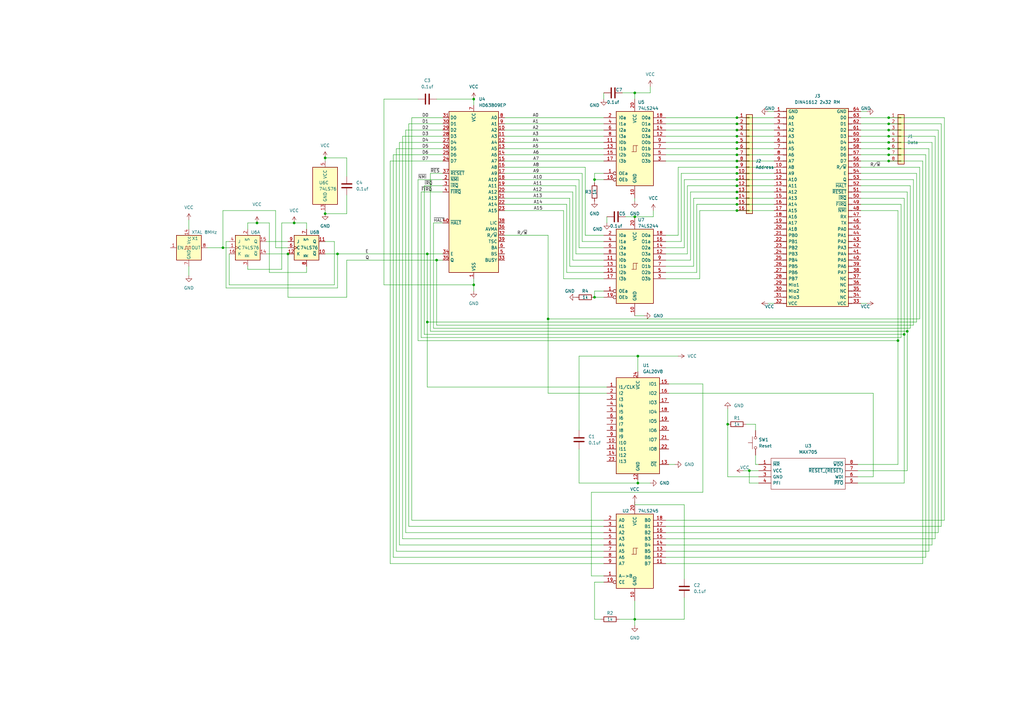
<source format=kicad_sch>
(kicad_sch (version 20230121) (generator eeschema)

  (uuid f938abd0-a826-4e32-8e2d-519891f06ac0)

  (paper "A3")

  (lib_symbols
    (symbol "74xx:74LS244" (pin_names (offset 1.016)) (in_bom yes) (on_board yes)
      (property "Reference" "U" (at -7.62 16.51 0)
        (effects (font (size 1.27 1.27)))
      )
      (property "Value" "74LS244" (at -7.62 -16.51 0)
        (effects (font (size 1.27 1.27)))
      )
      (property "Footprint" "" (at 0 0 0)
        (effects (font (size 1.27 1.27)) hide)
      )
      (property "Datasheet" "http://www.ti.com/lit/ds/symlink/sn74ls244.pdf" (at 0 0 0)
        (effects (font (size 1.27 1.27)) hide)
      )
      (property "ki_keywords" "7400 logic ttl low power schottky" (at 0 0 0)
        (effects (font (size 1.27 1.27)) hide)
      )
      (property "ki_description" "Octal Buffer and Line Driver With 3-State Output, active-low enables, non-inverting outputs" (at 0 0 0)
        (effects (font (size 1.27 1.27)) hide)
      )
      (property "ki_fp_filters" "DIP?20*" (at 0 0 0)
        (effects (font (size 1.27 1.27)) hide)
      )
      (symbol "74LS244_1_0"
        (polyline
          (pts
            (xy -0.635 -1.27)
            (xy -0.635 1.27)
            (xy 0.635 1.27)
          )
          (stroke (width 0) (type default))
          (fill (type none))
        )
        (polyline
          (pts
            (xy -1.27 -1.27)
            (xy 0.635 -1.27)
            (xy 0.635 1.27)
            (xy 1.27 1.27)
          )
          (stroke (width 0) (type default))
          (fill (type none))
        )
        (pin input inverted (at -12.7 -10.16 0) (length 5.08)
          (name "OEa" (effects (font (size 1.27 1.27))))
          (number "1" (effects (font (size 1.27 1.27))))
        )
        (pin power_in line (at 0 -20.32 90) (length 5.08)
          (name "GND" (effects (font (size 1.27 1.27))))
          (number "10" (effects (font (size 1.27 1.27))))
        )
        (pin input line (at -12.7 2.54 0) (length 5.08)
          (name "I0b" (effects (font (size 1.27 1.27))))
          (number "11" (effects (font (size 1.27 1.27))))
        )
        (pin tri_state line (at 12.7 5.08 180) (length 5.08)
          (name "O3a" (effects (font (size 1.27 1.27))))
          (number "12" (effects (font (size 1.27 1.27))))
        )
        (pin input line (at -12.7 0 0) (length 5.08)
          (name "I1b" (effects (font (size 1.27 1.27))))
          (number "13" (effects (font (size 1.27 1.27))))
        )
        (pin tri_state line (at 12.7 7.62 180) (length 5.08)
          (name "O2a" (effects (font (size 1.27 1.27))))
          (number "14" (effects (font (size 1.27 1.27))))
        )
        (pin input line (at -12.7 -2.54 0) (length 5.08)
          (name "I2b" (effects (font (size 1.27 1.27))))
          (number "15" (effects (font (size 1.27 1.27))))
        )
        (pin tri_state line (at 12.7 10.16 180) (length 5.08)
          (name "O1a" (effects (font (size 1.27 1.27))))
          (number "16" (effects (font (size 1.27 1.27))))
        )
        (pin input line (at -12.7 -5.08 0) (length 5.08)
          (name "I3b" (effects (font (size 1.27 1.27))))
          (number "17" (effects (font (size 1.27 1.27))))
        )
        (pin tri_state line (at 12.7 12.7 180) (length 5.08)
          (name "O0a" (effects (font (size 1.27 1.27))))
          (number "18" (effects (font (size 1.27 1.27))))
        )
        (pin input inverted (at -12.7 -12.7 0) (length 5.08)
          (name "OEb" (effects (font (size 1.27 1.27))))
          (number "19" (effects (font (size 1.27 1.27))))
        )
        (pin input line (at -12.7 12.7 0) (length 5.08)
          (name "I0a" (effects (font (size 1.27 1.27))))
          (number "2" (effects (font (size 1.27 1.27))))
        )
        (pin power_in line (at 0 20.32 270) (length 5.08)
          (name "VCC" (effects (font (size 1.27 1.27))))
          (number "20" (effects (font (size 1.27 1.27))))
        )
        (pin tri_state line (at 12.7 -5.08 180) (length 5.08)
          (name "O3b" (effects (font (size 1.27 1.27))))
          (number "3" (effects (font (size 1.27 1.27))))
        )
        (pin input line (at -12.7 10.16 0) (length 5.08)
          (name "I1a" (effects (font (size 1.27 1.27))))
          (number "4" (effects (font (size 1.27 1.27))))
        )
        (pin tri_state line (at 12.7 -2.54 180) (length 5.08)
          (name "O2b" (effects (font (size 1.27 1.27))))
          (number "5" (effects (font (size 1.27 1.27))))
        )
        (pin input line (at -12.7 7.62 0) (length 5.08)
          (name "I2a" (effects (font (size 1.27 1.27))))
          (number "6" (effects (font (size 1.27 1.27))))
        )
        (pin tri_state line (at 12.7 0 180) (length 5.08)
          (name "O1b" (effects (font (size 1.27 1.27))))
          (number "7" (effects (font (size 1.27 1.27))))
        )
        (pin input line (at -12.7 5.08 0) (length 5.08)
          (name "I3a" (effects (font (size 1.27 1.27))))
          (number "8" (effects (font (size 1.27 1.27))))
        )
        (pin tri_state line (at 12.7 2.54 180) (length 5.08)
          (name "O0b" (effects (font (size 1.27 1.27))))
          (number "9" (effects (font (size 1.27 1.27))))
        )
      )
      (symbol "74LS244_1_1"
        (rectangle (start -7.62 15.24) (end 7.62 -15.24)
          (stroke (width 0.254) (type default))
          (fill (type background))
        )
      )
    )
    (symbol "74xx:74LS245" (pin_names (offset 1.016)) (in_bom yes) (on_board yes)
      (property "Reference" "U" (at -7.62 16.51 0)
        (effects (font (size 1.27 1.27)))
      )
      (property "Value" "74LS245" (at -7.62 -16.51 0)
        (effects (font (size 1.27 1.27)))
      )
      (property "Footprint" "" (at 0 0 0)
        (effects (font (size 1.27 1.27)) hide)
      )
      (property "Datasheet" "http://www.ti.com/lit/gpn/sn74LS245" (at 0 0 0)
        (effects (font (size 1.27 1.27)) hide)
      )
      (property "ki_locked" "" (at 0 0 0)
        (effects (font (size 1.27 1.27)))
      )
      (property "ki_keywords" "TTL BUS 3State" (at 0 0 0)
        (effects (font (size 1.27 1.27)) hide)
      )
      (property "ki_description" "Octal BUS Transceivers, 3-State outputs" (at 0 0 0)
        (effects (font (size 1.27 1.27)) hide)
      )
      (property "ki_fp_filters" "DIP?20*" (at 0 0 0)
        (effects (font (size 1.27 1.27)) hide)
      )
      (symbol "74LS245_1_0"
        (polyline
          (pts
            (xy -0.635 -1.27)
            (xy -0.635 1.27)
            (xy 0.635 1.27)
          )
          (stroke (width 0) (type default))
          (fill (type none))
        )
        (polyline
          (pts
            (xy -1.27 -1.27)
            (xy 0.635 -1.27)
            (xy 0.635 1.27)
            (xy 1.27 1.27)
          )
          (stroke (width 0) (type default))
          (fill (type none))
        )
        (pin input line (at -12.7 -10.16 0) (length 5.08)
          (name "A->B" (effects (font (size 1.27 1.27))))
          (number "1" (effects (font (size 1.27 1.27))))
        )
        (pin power_in line (at 0 -20.32 90) (length 5.08)
          (name "GND" (effects (font (size 1.27 1.27))))
          (number "10" (effects (font (size 1.27 1.27))))
        )
        (pin tri_state line (at 12.7 -5.08 180) (length 5.08)
          (name "B7" (effects (font (size 1.27 1.27))))
          (number "11" (effects (font (size 1.27 1.27))))
        )
        (pin tri_state line (at 12.7 -2.54 180) (length 5.08)
          (name "B6" (effects (font (size 1.27 1.27))))
          (number "12" (effects (font (size 1.27 1.27))))
        )
        (pin tri_state line (at 12.7 0 180) (length 5.08)
          (name "B5" (effects (font (size 1.27 1.27))))
          (number "13" (effects (font (size 1.27 1.27))))
        )
        (pin tri_state line (at 12.7 2.54 180) (length 5.08)
          (name "B4" (effects (font (size 1.27 1.27))))
          (number "14" (effects (font (size 1.27 1.27))))
        )
        (pin tri_state line (at 12.7 5.08 180) (length 5.08)
          (name "B3" (effects (font (size 1.27 1.27))))
          (number "15" (effects (font (size 1.27 1.27))))
        )
        (pin tri_state line (at 12.7 7.62 180) (length 5.08)
          (name "B2" (effects (font (size 1.27 1.27))))
          (number "16" (effects (font (size 1.27 1.27))))
        )
        (pin tri_state line (at 12.7 10.16 180) (length 5.08)
          (name "B1" (effects (font (size 1.27 1.27))))
          (number "17" (effects (font (size 1.27 1.27))))
        )
        (pin tri_state line (at 12.7 12.7 180) (length 5.08)
          (name "B0" (effects (font (size 1.27 1.27))))
          (number "18" (effects (font (size 1.27 1.27))))
        )
        (pin input inverted (at -12.7 -12.7 0) (length 5.08)
          (name "CE" (effects (font (size 1.27 1.27))))
          (number "19" (effects (font (size 1.27 1.27))))
        )
        (pin tri_state line (at -12.7 12.7 0) (length 5.08)
          (name "A0" (effects (font (size 1.27 1.27))))
          (number "2" (effects (font (size 1.27 1.27))))
        )
        (pin power_in line (at 0 20.32 270) (length 5.08)
          (name "VCC" (effects (font (size 1.27 1.27))))
          (number "20" (effects (font (size 1.27 1.27))))
        )
        (pin tri_state line (at -12.7 10.16 0) (length 5.08)
          (name "A1" (effects (font (size 1.27 1.27))))
          (number "3" (effects (font (size 1.27 1.27))))
        )
        (pin tri_state line (at -12.7 7.62 0) (length 5.08)
          (name "A2" (effects (font (size 1.27 1.27))))
          (number "4" (effects (font (size 1.27 1.27))))
        )
        (pin tri_state line (at -12.7 5.08 0) (length 5.08)
          (name "A3" (effects (font (size 1.27 1.27))))
          (number "5" (effects (font (size 1.27 1.27))))
        )
        (pin tri_state line (at -12.7 2.54 0) (length 5.08)
          (name "A4" (effects (font (size 1.27 1.27))))
          (number "6" (effects (font (size 1.27 1.27))))
        )
        (pin tri_state line (at -12.7 0 0) (length 5.08)
          (name "A5" (effects (font (size 1.27 1.27))))
          (number "7" (effects (font (size 1.27 1.27))))
        )
        (pin tri_state line (at -12.7 -2.54 0) (length 5.08)
          (name "A6" (effects (font (size 1.27 1.27))))
          (number "8" (effects (font (size 1.27 1.27))))
        )
        (pin tri_state line (at -12.7 -5.08 0) (length 5.08)
          (name "A7" (effects (font (size 1.27 1.27))))
          (number "9" (effects (font (size 1.27 1.27))))
        )
      )
      (symbol "74LS245_1_1"
        (rectangle (start -7.62 15.24) (end 7.62 -15.24)
          (stroke (width 0.254) (type default))
          (fill (type background))
        )
      )
    )
    (symbol "74xx:74LS76" (pin_names (offset 1.016)) (in_bom yes) (on_board yes)
      (property "Reference" "U" (at -7.62 8.89 0)
        (effects (font (size 1.27 1.27)))
      )
      (property "Value" "74LS76" (at -7.62 -8.89 0)
        (effects (font (size 1.27 1.27)))
      )
      (property "Footprint" "" (at 0 0 0)
        (effects (font (size 1.27 1.27)) hide)
      )
      (property "Datasheet" "http://www.ti.com/lit/gpn/sn74LS76" (at 0 0 0)
        (effects (font (size 1.27 1.27)) hide)
      )
      (property "ki_locked" "" (at 0 0 0)
        (effects (font (size 1.27 1.27)))
      )
      (property "ki_keywords" "TTL JK JKFF" (at 0 0 0)
        (effects (font (size 1.27 1.27)) hide)
      )
      (property "ki_description" "Dual JK Flip-flop, Set & Reset" (at 0 0 0)
        (effects (font (size 1.27 1.27)) hide)
      )
      (property "ki_fp_filters" "DIP?16*" (at 0 0 0)
        (effects (font (size 1.27 1.27)) hide)
      )
      (symbol "74LS76_1_0"
        (pin input clock (at -7.62 0 0) (length 2.54)
          (name "C" (effects (font (size 1.27 1.27))))
          (number "1" (effects (font (size 1.27 1.27))))
        )
        (pin output line (at 7.62 -2.54 180) (length 2.54)
          (name "~{Q}" (effects (font (size 1.27 1.27))))
          (number "14" (effects (font (size 1.27 1.27))))
        )
        (pin output line (at 7.62 2.54 180) (length 2.54)
          (name "Q" (effects (font (size 1.27 1.27))))
          (number "15" (effects (font (size 1.27 1.27))))
        )
        (pin input line (at -7.62 -2.54 0) (length 2.54)
          (name "K" (effects (font (size 1.27 1.27))))
          (number "16" (effects (font (size 1.27 1.27))))
        )
        (pin input line (at 0 7.62 270) (length 2.54)
          (name "~{S}" (effects (font (size 1.27 1.27))))
          (number "2" (effects (font (size 1.27 1.27))))
        )
        (pin input line (at 0 -7.62 90) (length 2.54)
          (name "~{R}" (effects (font (size 1.27 1.27))))
          (number "3" (effects (font (size 1.27 1.27))))
        )
        (pin input line (at -7.62 2.54 0) (length 2.54)
          (name "J" (effects (font (size 1.27 1.27))))
          (number "4" (effects (font (size 1.27 1.27))))
        )
      )
      (symbol "74LS76_1_1"
        (rectangle (start -5.08 5.08) (end 5.08 -5.08)
          (stroke (width 0.254) (type default))
          (fill (type background))
        )
      )
      (symbol "74LS76_2_0"
        (pin output line (at 7.62 -2.54 180) (length 2.54)
          (name "~{Q}" (effects (font (size 1.27 1.27))))
          (number "10" (effects (font (size 1.27 1.27))))
        )
        (pin output line (at 7.62 2.54 180) (length 2.54)
          (name "Q" (effects (font (size 1.27 1.27))))
          (number "11" (effects (font (size 1.27 1.27))))
        )
        (pin input line (at -7.62 -2.54 0) (length 2.54)
          (name "K" (effects (font (size 1.27 1.27))))
          (number "12" (effects (font (size 1.27 1.27))))
        )
        (pin input clock (at -7.62 0 0) (length 2.54)
          (name "C" (effects (font (size 1.27 1.27))))
          (number "6" (effects (font (size 1.27 1.27))))
        )
        (pin input line (at 0 7.62 270) (length 2.54)
          (name "~{S}" (effects (font (size 1.27 1.27))))
          (number "7" (effects (font (size 1.27 1.27))))
        )
        (pin input line (at 0 -7.62 90) (length 2.54)
          (name "~{R}" (effects (font (size 1.27 1.27))))
          (number "8" (effects (font (size 1.27 1.27))))
        )
        (pin input line (at -7.62 2.54 0) (length 2.54)
          (name "J" (effects (font (size 1.27 1.27))))
          (number "9" (effects (font (size 1.27 1.27))))
        )
      )
      (symbol "74LS76_2_1"
        (rectangle (start -5.08 5.08) (end 5.08 -5.08)
          (stroke (width 0.254) (type default))
          (fill (type background))
        )
      )
      (symbol "74LS76_3_0"
        (pin power_in line (at 0 -10.16 90) (length 2.54)
          (name "GND" (effects (font (size 1.27 1.27))))
          (number "13" (effects (font (size 1.27 1.27))))
        )
        (pin power_in line (at 0 10.16 270) (length 2.54)
          (name "VCC" (effects (font (size 1.27 1.27))))
          (number "5" (effects (font (size 1.27 1.27))))
        )
      )
      (symbol "74LS76_3_1"
        (rectangle (start -5.08 7.62) (end 5.08 -7.62)
          (stroke (width 0.254) (type default))
          (fill (type background))
        )
      )
    )
    (symbol "Connector_Generic:Conn_01x08" (pin_names (offset 1.016) hide) (in_bom yes) (on_board yes)
      (property "Reference" "J" (at 0 10.16 0)
        (effects (font (size 1.27 1.27)))
      )
      (property "Value" "Conn_01x08" (at 0 -12.7 0)
        (effects (font (size 1.27 1.27)))
      )
      (property "Footprint" "" (at 0 0 0)
        (effects (font (size 1.27 1.27)) hide)
      )
      (property "Datasheet" "~" (at 0 0 0)
        (effects (font (size 1.27 1.27)) hide)
      )
      (property "ki_keywords" "connector" (at 0 0 0)
        (effects (font (size 1.27 1.27)) hide)
      )
      (property "ki_description" "Generic connector, single row, 01x08, script generated (kicad-library-utils/schlib/autogen/connector/)" (at 0 0 0)
        (effects (font (size 1.27 1.27)) hide)
      )
      (property "ki_fp_filters" "Connector*:*_1x??_*" (at 0 0 0)
        (effects (font (size 1.27 1.27)) hide)
      )
      (symbol "Conn_01x08_1_1"
        (rectangle (start -1.27 -10.033) (end 0 -10.287)
          (stroke (width 0.1524) (type default))
          (fill (type none))
        )
        (rectangle (start -1.27 -7.493) (end 0 -7.747)
          (stroke (width 0.1524) (type default))
          (fill (type none))
        )
        (rectangle (start -1.27 -4.953) (end 0 -5.207)
          (stroke (width 0.1524) (type default))
          (fill (type none))
        )
        (rectangle (start -1.27 -2.413) (end 0 -2.667)
          (stroke (width 0.1524) (type default))
          (fill (type none))
        )
        (rectangle (start -1.27 0.127) (end 0 -0.127)
          (stroke (width 0.1524) (type default))
          (fill (type none))
        )
        (rectangle (start -1.27 2.667) (end 0 2.413)
          (stroke (width 0.1524) (type default))
          (fill (type none))
        )
        (rectangle (start -1.27 5.207) (end 0 4.953)
          (stroke (width 0.1524) (type default))
          (fill (type none))
        )
        (rectangle (start -1.27 7.747) (end 0 7.493)
          (stroke (width 0.1524) (type default))
          (fill (type none))
        )
        (rectangle (start -1.27 8.89) (end 1.27 -11.43)
          (stroke (width 0.254) (type default))
          (fill (type background))
        )
        (pin passive line (at -5.08 7.62 0) (length 3.81)
          (name "Pin_1" (effects (font (size 1.27 1.27))))
          (number "1" (effects (font (size 1.27 1.27))))
        )
        (pin passive line (at -5.08 5.08 0) (length 3.81)
          (name "Pin_2" (effects (font (size 1.27 1.27))))
          (number "2" (effects (font (size 1.27 1.27))))
        )
        (pin passive line (at -5.08 2.54 0) (length 3.81)
          (name "Pin_3" (effects (font (size 1.27 1.27))))
          (number "3" (effects (font (size 1.27 1.27))))
        )
        (pin passive line (at -5.08 0 0) (length 3.81)
          (name "Pin_4" (effects (font (size 1.27 1.27))))
          (number "4" (effects (font (size 1.27 1.27))))
        )
        (pin passive line (at -5.08 -2.54 0) (length 3.81)
          (name "Pin_5" (effects (font (size 1.27 1.27))))
          (number "5" (effects (font (size 1.27 1.27))))
        )
        (pin passive line (at -5.08 -5.08 0) (length 3.81)
          (name "Pin_6" (effects (font (size 1.27 1.27))))
          (number "6" (effects (font (size 1.27 1.27))))
        )
        (pin passive line (at -5.08 -7.62 0) (length 3.81)
          (name "Pin_7" (effects (font (size 1.27 1.27))))
          (number "7" (effects (font (size 1.27 1.27))))
        )
        (pin passive line (at -5.08 -10.16 0) (length 3.81)
          (name "Pin_8" (effects (font (size 1.27 1.27))))
          (number "8" (effects (font (size 1.27 1.27))))
        )
      )
    )
    (symbol "Connector_Generic:Conn_01x16" (pin_names (offset 1.016) hide) (in_bom yes) (on_board yes)
      (property "Reference" "J" (at 0 20.32 0)
        (effects (font (size 1.27 1.27)))
      )
      (property "Value" "Conn_01x16" (at 0 -22.86 0)
        (effects (font (size 1.27 1.27)))
      )
      (property "Footprint" "" (at 0 0 0)
        (effects (font (size 1.27 1.27)) hide)
      )
      (property "Datasheet" "~" (at 0 0 0)
        (effects (font (size 1.27 1.27)) hide)
      )
      (property "ki_keywords" "connector" (at 0 0 0)
        (effects (font (size 1.27 1.27)) hide)
      )
      (property "ki_description" "Generic connector, single row, 01x16, script generated (kicad-library-utils/schlib/autogen/connector/)" (at 0 0 0)
        (effects (font (size 1.27 1.27)) hide)
      )
      (property "ki_fp_filters" "Connector*:*_1x??_*" (at 0 0 0)
        (effects (font (size 1.27 1.27)) hide)
      )
      (symbol "Conn_01x16_1_1"
        (rectangle (start -1.27 -20.193) (end 0 -20.447)
          (stroke (width 0.1524) (type default))
          (fill (type none))
        )
        (rectangle (start -1.27 -17.653) (end 0 -17.907)
          (stroke (width 0.1524) (type default))
          (fill (type none))
        )
        (rectangle (start -1.27 -15.113) (end 0 -15.367)
          (stroke (width 0.1524) (type default))
          (fill (type none))
        )
        (rectangle (start -1.27 -12.573) (end 0 -12.827)
          (stroke (width 0.1524) (type default))
          (fill (type none))
        )
        (rectangle (start -1.27 -10.033) (end 0 -10.287)
          (stroke (width 0.1524) (type default))
          (fill (type none))
        )
        (rectangle (start -1.27 -7.493) (end 0 -7.747)
          (stroke (width 0.1524) (type default))
          (fill (type none))
        )
        (rectangle (start -1.27 -4.953) (end 0 -5.207)
          (stroke (width 0.1524) (type default))
          (fill (type none))
        )
        (rectangle (start -1.27 -2.413) (end 0 -2.667)
          (stroke (width 0.1524) (type default))
          (fill (type none))
        )
        (rectangle (start -1.27 0.127) (end 0 -0.127)
          (stroke (width 0.1524) (type default))
          (fill (type none))
        )
        (rectangle (start -1.27 2.667) (end 0 2.413)
          (stroke (width 0.1524) (type default))
          (fill (type none))
        )
        (rectangle (start -1.27 5.207) (end 0 4.953)
          (stroke (width 0.1524) (type default))
          (fill (type none))
        )
        (rectangle (start -1.27 7.747) (end 0 7.493)
          (stroke (width 0.1524) (type default))
          (fill (type none))
        )
        (rectangle (start -1.27 10.287) (end 0 10.033)
          (stroke (width 0.1524) (type default))
          (fill (type none))
        )
        (rectangle (start -1.27 12.827) (end 0 12.573)
          (stroke (width 0.1524) (type default))
          (fill (type none))
        )
        (rectangle (start -1.27 15.367) (end 0 15.113)
          (stroke (width 0.1524) (type default))
          (fill (type none))
        )
        (rectangle (start -1.27 17.907) (end 0 17.653)
          (stroke (width 0.1524) (type default))
          (fill (type none))
        )
        (rectangle (start -1.27 19.05) (end 1.27 -21.59)
          (stroke (width 0.254) (type default))
          (fill (type background))
        )
        (pin passive line (at -5.08 17.78 0) (length 3.81)
          (name "Pin_1" (effects (font (size 1.27 1.27))))
          (number "1" (effects (font (size 1.27 1.27))))
        )
        (pin passive line (at -5.08 -5.08 0) (length 3.81)
          (name "Pin_10" (effects (font (size 1.27 1.27))))
          (number "10" (effects (font (size 1.27 1.27))))
        )
        (pin passive line (at -5.08 -7.62 0) (length 3.81)
          (name "Pin_11" (effects (font (size 1.27 1.27))))
          (number "11" (effects (font (size 1.27 1.27))))
        )
        (pin passive line (at -5.08 -10.16 0) (length 3.81)
          (name "Pin_12" (effects (font (size 1.27 1.27))))
          (number "12" (effects (font (size 1.27 1.27))))
        )
        (pin passive line (at -5.08 -12.7 0) (length 3.81)
          (name "Pin_13" (effects (font (size 1.27 1.27))))
          (number "13" (effects (font (size 1.27 1.27))))
        )
        (pin passive line (at -5.08 -15.24 0) (length 3.81)
          (name "Pin_14" (effects (font (size 1.27 1.27))))
          (number "14" (effects (font (size 1.27 1.27))))
        )
        (pin passive line (at -5.08 -17.78 0) (length 3.81)
          (name "Pin_15" (effects (font (size 1.27 1.27))))
          (number "15" (effects (font (size 1.27 1.27))))
        )
        (pin passive line (at -5.08 -20.32 0) (length 3.81)
          (name "Pin_16" (effects (font (size 1.27 1.27))))
          (number "16" (effects (font (size 1.27 1.27))))
        )
        (pin passive line (at -5.08 15.24 0) (length 3.81)
          (name "Pin_2" (effects (font (size 1.27 1.27))))
          (number "2" (effects (font (size 1.27 1.27))))
        )
        (pin passive line (at -5.08 12.7 0) (length 3.81)
          (name "Pin_3" (effects (font (size 1.27 1.27))))
          (number "3" (effects (font (size 1.27 1.27))))
        )
        (pin passive line (at -5.08 10.16 0) (length 3.81)
          (name "Pin_4" (effects (font (size 1.27 1.27))))
          (number "4" (effects (font (size 1.27 1.27))))
        )
        (pin passive line (at -5.08 7.62 0) (length 3.81)
          (name "Pin_5" (effects (font (size 1.27 1.27))))
          (number "5" (effects (font (size 1.27 1.27))))
        )
        (pin passive line (at -5.08 5.08 0) (length 3.81)
          (name "Pin_6" (effects (font (size 1.27 1.27))))
          (number "6" (effects (font (size 1.27 1.27))))
        )
        (pin passive line (at -5.08 2.54 0) (length 3.81)
          (name "Pin_7" (effects (font (size 1.27 1.27))))
          (number "7" (effects (font (size 1.27 1.27))))
        )
        (pin passive line (at -5.08 0 0) (length 3.81)
          (name "Pin_8" (effects (font (size 1.27 1.27))))
          (number "8" (effects (font (size 1.27 1.27))))
        )
        (pin passive line (at -5.08 -2.54 0) (length 3.81)
          (name "Pin_9" (effects (font (size 1.27 1.27))))
          (number "9" (effects (font (size 1.27 1.27))))
        )
      )
    )
    (symbol "Device:C" (pin_numbers hide) (pin_names (offset 0.254)) (in_bom yes) (on_board yes)
      (property "Reference" "C" (at 0.635 2.54 0)
        (effects (font (size 1.27 1.27)) (justify left))
      )
      (property "Value" "C" (at 0.635 -2.54 0)
        (effects (font (size 1.27 1.27)) (justify left))
      )
      (property "Footprint" "" (at 0.9652 -3.81 0)
        (effects (font (size 1.27 1.27)) hide)
      )
      (property "Datasheet" "~" (at 0 0 0)
        (effects (font (size 1.27 1.27)) hide)
      )
      (property "ki_keywords" "cap capacitor" (at 0 0 0)
        (effects (font (size 1.27 1.27)) hide)
      )
      (property "ki_description" "Unpolarized capacitor" (at 0 0 0)
        (effects (font (size 1.27 1.27)) hide)
      )
      (property "ki_fp_filters" "C_*" (at 0 0 0)
        (effects (font (size 1.27 1.27)) hide)
      )
      (symbol "C_0_1"
        (polyline
          (pts
            (xy -2.032 -0.762)
            (xy 2.032 -0.762)
          )
          (stroke (width 0.508) (type default))
          (fill (type none))
        )
        (polyline
          (pts
            (xy -2.032 0.762)
            (xy 2.032 0.762)
          )
          (stroke (width 0.508) (type default))
          (fill (type none))
        )
      )
      (symbol "C_1_1"
        (pin passive line (at 0 3.81 270) (length 2.794)
          (name "~" (effects (font (size 1.27 1.27))))
          (number "1" (effects (font (size 1.27 1.27))))
        )
        (pin passive line (at 0 -3.81 90) (length 2.794)
          (name "~" (effects (font (size 1.27 1.27))))
          (number "2" (effects (font (size 1.27 1.27))))
        )
      )
    )
    (symbol "Device:R" (pin_numbers hide) (pin_names (offset 0)) (in_bom yes) (on_board yes)
      (property "Reference" "R" (at 2.032 0 90)
        (effects (font (size 1.27 1.27)))
      )
      (property "Value" "R" (at 0 0 90)
        (effects (font (size 1.27 1.27)))
      )
      (property "Footprint" "" (at -1.778 0 90)
        (effects (font (size 1.27 1.27)) hide)
      )
      (property "Datasheet" "~" (at 0 0 0)
        (effects (font (size 1.27 1.27)) hide)
      )
      (property "ki_keywords" "R res resistor" (at 0 0 0)
        (effects (font (size 1.27 1.27)) hide)
      )
      (property "ki_description" "Resistor" (at 0 0 0)
        (effects (font (size 1.27 1.27)) hide)
      )
      (property "ki_fp_filters" "R_*" (at 0 0 0)
        (effects (font (size 1.27 1.27)) hide)
      )
      (symbol "R_0_1"
        (rectangle (start -1.016 -2.54) (end 1.016 2.54)
          (stroke (width 0.254) (type default))
          (fill (type none))
        )
      )
      (symbol "R_1_1"
        (pin passive line (at 0 3.81 270) (length 1.27)
          (name "~" (effects (font (size 1.27 1.27))))
          (number "1" (effects (font (size 1.27 1.27))))
        )
        (pin passive line (at 0 -3.81 90) (length 1.27)
          (name "~" (effects (font (size 1.27 1.27))))
          (number "2" (effects (font (size 1.27 1.27))))
        )
      )
    )
    (symbol "GAL20V8:GAL20V8" (pin_names (offset 1.016)) (in_bom yes) (on_board yes)
      (property "Reference" "U" (at -8.89 16.51 0)
        (effects (font (size 1.27 1.27)) (justify left))
      )
      (property "Value" "GAL20V8" (at 1.27 16.51 0)
        (effects (font (size 1.27 1.27)) (justify left))
      )
      (property "Footprint" "Package_DIP:DIP-24_W7.62mm" (at 0 0 0)
        (effects (font (size 1.27 1.27)) hide)
      )
      (property "Datasheet" "" (at 0 0 0)
        (effects (font (size 1.27 1.27)) hide)
      )
      (property "ki_keywords" "GAL PLD 16V8" (at 0 0 0)
        (effects (font (size 1.27 1.27)) hide)
      )
      (property "ki_description" "Programmable Logic Array, DIP-20/SOIC-20/PLCC-20" (at 0 0 0)
        (effects (font (size 1.27 1.27)) hide)
      )
      (property "ki_fp_filters" "DIP* PDIP* SOIC* SO* PLCC*" (at 0 0 0)
        (effects (font (size 1.27 1.27)) hide)
      )
      (symbol "GAL20V8_0_0"
        (pin input line (at -12.7 -12.7 0) (length 3.81)
          (name "I10" (effects (font (size 1.27 1.27))))
          (number "10" (effects (font (size 1.27 1.27))))
        )
        (pin tri_state line (at 12.7 -7.62 180) (length 3.81)
          (name "IO6" (effects (font (size 1.27 1.27))))
          (number "20" (effects (font (size 1.27 1.27))))
        )
        (pin tri_state line (at 12.7 -11.43 180) (length 3.81)
          (name "IO7" (effects (font (size 1.27 1.27))))
          (number "21" (effects (font (size 1.27 1.27))))
        )
        (pin tri_state line (at 12.7 -15.24 180) (length 3.81)
          (name "IO8" (effects (font (size 1.27 1.27))))
          (number "22" (effects (font (size 1.27 1.27))))
        )
        (pin tri_state line (at -12.7 -20.32 0) (length 3.81)
          (name "I13" (effects (font (size 1.27 1.27))))
          (number "23" (effects (font (size 1.27 1.27))))
        )
        (pin power_in line (at 0 16.51 270) (length 2.54)
          (name "VCC" (effects (font (size 1.27 1.27))))
          (number "24" (effects (font (size 1.27 1.27))))
        )
      )
      (symbol "GAL20V8_0_1"
        (rectangle (start -8.89 13.97) (end 8.89 -25.4)
          (stroke (width 0.254) (type default))
          (fill (type background))
        )
      )
      (symbol "GAL20V8_1_1"
        (pin input line (at -12.7 10.16 0) (length 3.81)
          (name "I1/CLK" (effects (font (size 1.27 1.27))))
          (number "1" (effects (font (size 1.27 1.27))))
        )
        (pin input line (at -12.7 -15.24 0) (length 3.81)
          (name "I11" (effects (font (size 1.27 1.27))))
          (number "11" (effects (font (size 1.27 1.27))))
        )
        (pin power_in line (at 0 -27.94 90) (length 2.54)
          (name "GND" (effects (font (size 1.27 1.27))))
          (number "12" (effects (font (size 1.27 1.27))))
        )
        (pin tri_state line (at 12.7 -21.59 180) (length 3.81)
          (name "~{OE}" (effects (font (size 1.27 1.27))))
          (number "13" (effects (font (size 1.27 1.27))))
        )
        (pin tri_state line (at -12.7 -17.78 0) (length 3.81)
          (name "I12" (effects (font (size 1.27 1.27))))
          (number "14" (effects (font (size 1.27 1.27))))
        )
        (pin tri_state line (at 12.7 11.43 180) (length 3.81)
          (name "IO1" (effects (font (size 1.27 1.27))))
          (number "15" (effects (font (size 1.27 1.27))))
        )
        (pin tri_state line (at 12.7 7.62 180) (length 3.81)
          (name "IO2" (effects (font (size 1.27 1.27))))
          (number "16" (effects (font (size 1.27 1.27))))
        )
        (pin tri_state line (at 12.7 3.81 180) (length 3.81)
          (name "IO3" (effects (font (size 1.27 1.27))))
          (number "17" (effects (font (size 1.27 1.27))))
        )
        (pin tri_state line (at 12.7 0 180) (length 3.81)
          (name "IO4" (effects (font (size 1.27 1.27))))
          (number "18" (effects (font (size 1.27 1.27))))
        )
        (pin tri_state line (at 12.7 -3.81 180) (length 3.81)
          (name "IO5" (effects (font (size 1.27 1.27))))
          (number "19" (effects (font (size 1.27 1.27))))
        )
        (pin input line (at -12.7 7.62 0) (length 3.81)
          (name "I2" (effects (font (size 1.27 1.27))))
          (number "2" (effects (font (size 1.27 1.27))))
        )
        (pin input line (at -12.7 5.08 0) (length 3.81)
          (name "I3" (effects (font (size 1.27 1.27))))
          (number "3" (effects (font (size 1.27 1.27))))
        )
        (pin input line (at -12.7 2.54 0) (length 3.81)
          (name "I4" (effects (font (size 1.27 1.27))))
          (number "4" (effects (font (size 1.27 1.27))))
        )
        (pin input line (at -12.7 0 0) (length 3.81)
          (name "I5" (effects (font (size 1.27 1.27))))
          (number "5" (effects (font (size 1.27 1.27))))
        )
        (pin input line (at -12.7 -2.54 0) (length 3.81)
          (name "I6" (effects (font (size 1.27 1.27))))
          (number "6" (effects (font (size 1.27 1.27))))
        )
        (pin input line (at -12.7 -5.08 0) (length 3.81)
          (name "I7" (effects (font (size 1.27 1.27))))
          (number "7" (effects (font (size 1.27 1.27))))
        )
        (pin input line (at -12.7 -7.62 0) (length 3.81)
          (name "I8" (effects (font (size 1.27 1.27))))
          (number "8" (effects (font (size 1.27 1.27))))
        )
        (pin input line (at -12.7 -10.16 0) (length 3.81)
          (name "I9" (effects (font (size 1.27 1.27))))
          (number "9" (effects (font (size 1.27 1.27))))
        )
      )
    )
    (symbol "HD63B09EP:HD63B09EP" (in_bom yes) (on_board yes)
      (property "Reference" "U" (at -7.62 34.544 0)
        (effects (font (size 1.27 1.27)) (justify right))
      )
      (property "Value" "HD63B09EP" (at 6.35 11.43 0)
        (effects (font (size 1.27 1.27)) (justify right))
      )
      (property "Footprint" "Package_DIP:DIP-40_W15.24mm" (at 0 -38.1 0)
        (effects (font (size 1.27 1.27)) hide)
      )
      (property "Datasheet" "" (at -2.54 36.195 0)
        (effects (font (size 1.27 1.27)) hide)
      )
      (property "ki_keywords" "MCU" (at 0 0 0)
        (effects (font (size 1.27 1.27)) hide)
      )
      (property "ki_description" "8-Bit Microprocessing unit 2.0MHz, DIP-40" (at 0 0 0)
        (effects (font (size 1.27 1.27)) hide)
      )
      (property "ki_fp_filters" "DIP*W15.24mm*" (at 0 0 0)
        (effects (font (size 1.27 1.27)) hide)
      )
      (symbol "HD63B09EP_0_1"
        (rectangle (start -10.16 -33.02) (end 10.16 33.02)
          (stroke (width 0.254) (type default))
          (fill (type background))
        )
      )
      (symbol "HD63B09EP_1_1"
        (pin power_in line (at 0 -35.56 90) (length 2.54)
          (name "VSS" (effects (font (size 1.27 1.27))))
          (number "1" (effects (font (size 1.27 1.27))))
        )
        (pin output line (at 12.7 25.4 180) (length 2.54)
          (name "A2" (effects (font (size 1.27 1.27))))
          (number "10" (effects (font (size 1.27 1.27))))
        )
        (pin output line (at 12.7 22.86 180) (length 2.54)
          (name "A3" (effects (font (size 1.27 1.27))))
          (number "11" (effects (font (size 1.27 1.27))))
        )
        (pin output line (at 12.7 20.32 180) (length 2.54)
          (name "A4" (effects (font (size 1.27 1.27))))
          (number "12" (effects (font (size 1.27 1.27))))
        )
        (pin output line (at 12.7 17.78 180) (length 2.54)
          (name "A5" (effects (font (size 1.27 1.27))))
          (number "13" (effects (font (size 1.27 1.27))))
        )
        (pin output line (at 12.7 15.24 180) (length 2.54)
          (name "A6" (effects (font (size 1.27 1.27))))
          (number "14" (effects (font (size 1.27 1.27))))
        )
        (pin output line (at 12.7 12.7 180) (length 2.54)
          (name "A7" (effects (font (size 1.27 1.27))))
          (number "15" (effects (font (size 1.27 1.27))))
        )
        (pin output line (at 12.7 10.16 180) (length 2.54)
          (name "A8" (effects (font (size 1.27 1.27))))
          (number "16" (effects (font (size 1.27 1.27))))
        )
        (pin output line (at 12.7 7.62 180) (length 2.54)
          (name "A9" (effects (font (size 1.27 1.27))))
          (number "17" (effects (font (size 1.27 1.27))))
        )
        (pin output line (at 12.7 5.08 180) (length 2.54)
          (name "A10" (effects (font (size 1.27 1.27))))
          (number "18" (effects (font (size 1.27 1.27))))
        )
        (pin output line (at 12.7 2.54 180) (length 2.54)
          (name "A11" (effects (font (size 1.27 1.27))))
          (number "19" (effects (font (size 1.27 1.27))))
        )
        (pin input line (at -12.7 5.08 0) (length 2.54)
          (name "~{NMI}" (effects (font (size 1.27 1.27))))
          (number "2" (effects (font (size 1.27 1.27))))
        )
        (pin output line (at 12.7 0 180) (length 2.54)
          (name "A12" (effects (font (size 1.27 1.27))))
          (number "20" (effects (font (size 1.27 1.27))))
        )
        (pin output line (at 12.7 -2.54 180) (length 2.54)
          (name "A13" (effects (font (size 1.27 1.27))))
          (number "21" (effects (font (size 1.27 1.27))))
        )
        (pin output line (at 12.7 -5.08 180) (length 2.54)
          (name "A14" (effects (font (size 1.27 1.27))))
          (number "22" (effects (font (size 1.27 1.27))))
        )
        (pin output line (at 12.7 -7.62 180) (length 2.54)
          (name "A15" (effects (font (size 1.27 1.27))))
          (number "23" (effects (font (size 1.27 1.27))))
        )
        (pin bidirectional line (at -12.7 12.7 0) (length 2.54)
          (name "D7" (effects (font (size 1.27 1.27))))
          (number "24" (effects (font (size 1.27 1.27))))
        )
        (pin bidirectional line (at -12.7 15.24 0) (length 2.54)
          (name "D6" (effects (font (size 1.27 1.27))))
          (number "25" (effects (font (size 1.27 1.27))))
        )
        (pin bidirectional line (at -12.7 17.78 0) (length 2.54)
          (name "D5" (effects (font (size 1.27 1.27))))
          (number "26" (effects (font (size 1.27 1.27))))
        )
        (pin bidirectional line (at -12.7 20.32 0) (length 2.54)
          (name "D4" (effects (font (size 1.27 1.27))))
          (number "27" (effects (font (size 1.27 1.27))))
        )
        (pin bidirectional line (at -12.7 22.86 0) (length 2.54)
          (name "D3" (effects (font (size 1.27 1.27))))
          (number "28" (effects (font (size 1.27 1.27))))
        )
        (pin bidirectional line (at -12.7 25.4 0) (length 2.54)
          (name "D2" (effects (font (size 1.27 1.27))))
          (number "29" (effects (font (size 1.27 1.27))))
        )
        (pin input line (at -12.7 2.54 0) (length 2.54)
          (name "~{IRQ}" (effects (font (size 1.27 1.27))))
          (number "3" (effects (font (size 1.27 1.27))))
        )
        (pin bidirectional line (at -12.7 27.94 0) (length 2.54)
          (name "D1" (effects (font (size 1.27 1.27))))
          (number "30" (effects (font (size 1.27 1.27))))
        )
        (pin bidirectional line (at -12.7 30.48 0) (length 2.54)
          (name "D0" (effects (font (size 1.27 1.27))))
          (number "31" (effects (font (size 1.27 1.27))))
        )
        (pin output line (at 12.7 -17.78 180) (length 2.54)
          (name "R/~{W}" (effects (font (size 1.27 1.27))))
          (number "32" (effects (font (size 1.27 1.27))))
        )
        (pin output line (at 12.7 -27.94 180) (length 2.54)
          (name "BUSY" (effects (font (size 1.27 1.27))))
          (number "33" (effects (font (size 1.27 1.27))))
        )
        (pin input line (at -12.7 -25.4 0) (length 2.54)
          (name "E" (effects (font (size 1.27 1.27))))
          (number "34" (effects (font (size 1.27 1.27))))
        )
        (pin input line (at -12.7 -27.94 0) (length 2.54)
          (name "Q" (effects (font (size 1.27 1.27))))
          (number "35" (effects (font (size 1.27 1.27))))
        )
        (pin output line (at 12.7 -15.24 180) (length 2.54)
          (name "AVMA" (effects (font (size 1.27 1.27))))
          (number "36" (effects (font (size 1.27 1.27))))
        )
        (pin input line (at -12.7 7.62 0) (length 2.54)
          (name "~{RESET}" (effects (font (size 1.27 1.27))))
          (number "37" (effects (font (size 1.27 1.27))))
        )
        (pin output line (at 12.7 -12.7 180) (length 2.54)
          (name "LIC" (effects (font (size 1.27 1.27))))
          (number "38" (effects (font (size 1.27 1.27))))
        )
        (pin output line (at 12.7 -20.32 180) (length 2.54)
          (name "TSC" (effects (font (size 1.27 1.27))))
          (number "39" (effects (font (size 1.27 1.27))))
        )
        (pin input line (at -12.7 0 0) (length 2.54)
          (name "~{FIRQ}" (effects (font (size 1.27 1.27))))
          (number "4" (effects (font (size 1.27 1.27))))
        )
        (pin input line (at -12.7 -12.7 0) (length 2.54)
          (name "~{HALT}" (effects (font (size 1.27 1.27))))
          (number "40" (effects (font (size 1.27 1.27))))
        )
        (pin output line (at 12.7 -25.4 180) (length 2.54)
          (name "BS" (effects (font (size 1.27 1.27))))
          (number "5" (effects (font (size 1.27 1.27))))
        )
        (pin output line (at 12.7 -22.86 180) (length 2.54)
          (name "BA" (effects (font (size 1.27 1.27))))
          (number "6" (effects (font (size 1.27 1.27))))
        )
        (pin power_in line (at 0 35.56 270) (length 2.54)
          (name "VCC" (effects (font (size 1.27 1.27))))
          (number "7" (effects (font (size 1.27 1.27))))
        )
        (pin output line (at 12.7 30.48 180) (length 2.54)
          (name "A0" (effects (font (size 1.27 1.27))))
          (number "8" (effects (font (size 1.27 1.27))))
        )
        (pin output line (at 12.7 27.94 180) (length 2.54)
          (name "A1" (effects (font (size 1.27 1.27))))
          (number "9" (effects (font (size 1.27 1.27))))
        )
      )
    )
    (symbol "MAX705CPA+:MAX705CPA+" (pin_names (offset 0.762)) (in_bom yes) (on_board yes)
      (property "Reference" "IC" (at 36.83 7.62 0)
        (effects (font (size 1.27 1.27)) (justify left))
      )
      (property "Value" "MAX705CPA+" (at 36.83 5.08 0)
        (effects (font (size 1.27 1.27)) (justify left))
      )
      (property "Footprint" "DIP762W56P254L938H457Q8N" (at 36.83 2.54 0)
        (effects (font (size 1.27 1.27)) (justify left) hide)
      )
      (property "Datasheet" "http://datasheets.maximintegrated.com/en/ds/MAX705-MAX813L.pdf" (at 36.83 0 0)
        (effects (font (size 1.27 1.27)) (justify left) hide)
      )
      (property "Description" "MAX705CPA+, Processor Supervisor 4.65 V Active Low, Push-Pull, reset 8-Pin PDIP N" (at 36.83 -2.54 0)
        (effects (font (size 1.27 1.27)) (justify left) hide)
      )
      (property "Height" "4.572" (at 36.83 -5.08 0)
        (effects (font (size 1.27 1.27)) (justify left) hide)
      )
      (property "Mouser Part Number" "700-MAX705CPA" (at 36.83 -7.62 0)
        (effects (font (size 1.27 1.27)) (justify left) hide)
      )
      (property "Mouser Price/Stock" "https://www.mouser.co.uk/ProductDetail/Maxim-Integrated/MAX705CPA%2b?qs=1THa7WoU59EySaF9BV5ceA%3D%3D" (at 36.83 -10.16 0)
        (effects (font (size 1.27 1.27)) (justify left) hide)
      )
      (property "Manufacturer_Name" "Analog Devices" (at 36.83 -12.7 0)
        (effects (font (size 1.27 1.27)) (justify left) hide)
      )
      (property "Manufacturer_Part_Number" "MAX705CPA+" (at 36.83 -15.24 0)
        (effects (font (size 1.27 1.27)) (justify left) hide)
      )
      (property "ki_description" "MAX705CPA+, Processor Supervisor 4.65 V Active Low, Push-Pull, reset 8-Pin PDIP N" (at 0 0 0)
        (effects (font (size 1.27 1.27)) hide)
      )
      (symbol "MAX705CPA+_0_0"
        (pin passive line (at 0 0 0) (length 5.08)
          (name "~{MR}" (effects (font (size 1.27 1.27))))
          (number "1" (effects (font (size 1.27 1.27))))
        )
        (pin passive line (at 0 -2.54 0) (length 5.08)
          (name "VCC" (effects (font (size 1.27 1.27))))
          (number "2" (effects (font (size 1.27 1.27))))
        )
        (pin passive line (at 0 -5.08 0) (length 5.08)
          (name "GND" (effects (font (size 1.27 1.27))))
          (number "3" (effects (font (size 1.27 1.27))))
        )
        (pin passive line (at 0 -7.62 0) (length 5.08)
          (name "PFI" (effects (font (size 1.27 1.27))))
          (number "4" (effects (font (size 1.27 1.27))))
        )
        (pin passive line (at 40.64 -7.62 180) (length 5.08)
          (name "~{PFO}" (effects (font (size 1.27 1.27))))
          (number "5" (effects (font (size 1.27 1.27))))
        )
        (pin passive line (at 40.64 -5.08 180) (length 5.08)
          (name "WDI" (effects (font (size 1.27 1.27))))
          (number "6" (effects (font (size 1.27 1.27))))
        )
        (pin passive line (at 40.64 -2.54 180) (length 5.08)
          (name "~{RESET_(RESET})" (effects (font (size 1.27 1.27))))
          (number "7" (effects (font (size 1.27 1.27))))
        )
        (pin passive line (at 40.64 0 180) (length 5.08)
          (name "~{WDO}" (effects (font (size 1.27 1.27))))
          (number "8" (effects (font (size 1.27 1.27))))
        )
      )
      (symbol "MAX705CPA+_0_1"
        (polyline
          (pts
            (xy 5.08 2.54)
            (xy 35.56 2.54)
            (xy 35.56 -10.16)
            (xy 5.08 -10.16)
            (xy 5.08 2.54)
          )
          (stroke (width 0.1524) (type default))
          (fill (type none))
        )
      )
    )
    (symbol "Oscillator:CXO_DIP14" (pin_names (offset 0.254)) (in_bom yes) (on_board yes)
      (property "Reference" "X" (at -5.08 6.35 0)
        (effects (font (size 1.27 1.27)) (justify left))
      )
      (property "Value" "CXO_DIP14" (at 1.27 -6.35 0)
        (effects (font (size 1.27 1.27)) (justify left))
      )
      (property "Footprint" "Oscillator:Oscillator_DIP-14" (at 11.43 -8.89 0)
        (effects (font (size 1.27 1.27)) hide)
      )
      (property "Datasheet" "http://cdn-reichelt.de/documents/datenblatt/B400/OSZI.pdf" (at -2.54 0 0)
        (effects (font (size 1.27 1.27)) hide)
      )
      (property "ki_keywords" "Crystal Clock Oscillator" (at 0 0 0)
        (effects (font (size 1.27 1.27)) hide)
      )
      (property "ki_description" "Crystal Clock Oscillator, DIP14-style metal package" (at 0 0 0)
        (effects (font (size 1.27 1.27)) hide)
      )
      (property "ki_fp_filters" "Oscillator*DIP*14*" (at 0 0 0)
        (effects (font (size 1.27 1.27)) hide)
      )
      (symbol "CXO_DIP14_0_1"
        (rectangle (start -5.08 5.08) (end 5.08 -5.08)
          (stroke (width 0.254) (type default))
          (fill (type background))
        )
        (polyline
          (pts
            (xy -1.905 -0.635)
            (xy -1.27 -0.635)
            (xy -1.27 0.635)
            (xy -0.635 0.635)
            (xy -0.635 -0.635)
            (xy 0 -0.635)
            (xy 0 0.635)
            (xy 0.635 0.635)
            (xy 0.635 -0.635)
          )
          (stroke (width 0) (type default))
          (fill (type none))
        )
      )
      (symbol "CXO_DIP14_1_1"
        (pin input line (at -7.62 0 0) (length 2.54)
          (name "EN" (effects (font (size 1.27 1.27))))
          (number "1" (effects (font (size 1.27 1.27))))
        )
        (pin power_in line (at 0 7.62 270) (length 2.54)
          (name "Vcc" (effects (font (size 1.27 1.27))))
          (number "14" (effects (font (size 1.27 1.27))))
        )
        (pin power_in line (at 0 -7.62 90) (length 2.54)
          (name "GND" (effects (font (size 1.27 1.27))))
          (number "7" (effects (font (size 1.27 1.27))))
        )
        (pin output line (at 7.62 0 180) (length 2.54)
          (name "OUT" (effects (font (size 1.27 1.27))))
          (number "8" (effects (font (size 1.27 1.27))))
        )
      )
    )
    (symbol "Switch:SW_Push" (pin_numbers hide) (pin_names (offset 1.016) hide) (in_bom yes) (on_board yes)
      (property "Reference" "SW" (at 1.27 2.54 0)
        (effects (font (size 1.27 1.27)) (justify left))
      )
      (property "Value" "SW_Push" (at 0 -1.524 0)
        (effects (font (size 1.27 1.27)))
      )
      (property "Footprint" "" (at 0 5.08 0)
        (effects (font (size 1.27 1.27)) hide)
      )
      (property "Datasheet" "~" (at 0 5.08 0)
        (effects (font (size 1.27 1.27)) hide)
      )
      (property "ki_keywords" "switch normally-open pushbutton push-button" (at 0 0 0)
        (effects (font (size 1.27 1.27)) hide)
      )
      (property "ki_description" "Push button switch, generic, two pins" (at 0 0 0)
        (effects (font (size 1.27 1.27)) hide)
      )
      (symbol "SW_Push_0_1"
        (circle (center -2.032 0) (radius 0.508)
          (stroke (width 0) (type default))
          (fill (type none))
        )
        (polyline
          (pts
            (xy 0 1.27)
            (xy 0 3.048)
          )
          (stroke (width 0) (type default))
          (fill (type none))
        )
        (polyline
          (pts
            (xy 2.54 1.27)
            (xy -2.54 1.27)
          )
          (stroke (width 0) (type default))
          (fill (type none))
        )
        (circle (center 2.032 0) (radius 0.508)
          (stroke (width 0) (type default))
          (fill (type none))
        )
        (pin passive line (at -5.08 0 0) (length 2.54)
          (name "1" (effects (font (size 1.27 1.27))))
          (number "1" (effects (font (size 1.27 1.27))))
        )
        (pin passive line (at 5.08 0 180) (length 2.54)
          (name "2" (effects (font (size 1.27 1.27))))
          (number "2" (effects (font (size 1.27 1.27))))
        )
      )
    )
    (symbol "card_bus_2_32:card_bus_2_32" (pin_names (offset 2)) (in_bom yes) (on_board yes)
      (property "Reference" "J" (at 1.27 40.64 0)
        (effects (font (size 1.27 1.27)))
      )
      (property "Value" "card_bus_2_32" (at 20.32 -49.53 0)
        (effects (font (size 1.27 1.27)))
      )
      (property "Footprint" "card_bus_2_32:PinSocket_2x32_P2.54mm_Vertical" (at 10.16 50.8 0)
        (effects (font (size 1.27 1.27)) hide)
      )
      (property "Datasheet" "~" (at 0 0 0)
        (effects (font (size 1.27 1.27)) hide)
      )
      (property "ki_keywords" "connector" (at 0 0 0)
        (effects (font (size 1.27 1.27)) hide)
      )
      (property "ki_description" "DIN41612 connector, double row (AB), 02x32, script generated (kicad-library-utils/schlib/autogen/connector/)" (at 0 0 0)
        (effects (font (size 1.27 1.27)) hide)
      )
      (property "ki_fp_filters" "DIN41612*2x*" (at 0 0 0)
        (effects (font (size 1.27 1.27)) hide)
      )
      (symbol "card_bus_2_32_1_1"
        (rectangle (start -1.27 -40.513) (end 0 -40.767)
          (stroke (width 0.1524) (type default))
          (fill (type none))
        )
        (rectangle (start -1.27 -37.973) (end 0 -38.227)
          (stroke (width 0.1524) (type default))
          (fill (type none))
        )
        (rectangle (start -1.27 -35.433) (end 0 -35.687)
          (stroke (width 0.1524) (type default))
          (fill (type none))
        )
        (rectangle (start -1.27 -32.893) (end 0 -33.147)
          (stroke (width 0.1524) (type default))
          (fill (type none))
        )
        (rectangle (start -1.27 -30.353) (end 0 -30.607)
          (stroke (width 0.1524) (type default))
          (fill (type none))
        )
        (rectangle (start -1.27 -27.813) (end 0 -28.067)
          (stroke (width 0.1524) (type default))
          (fill (type none))
        )
        (rectangle (start -1.27 -25.273) (end 0 -25.527)
          (stroke (width 0.1524) (type default))
          (fill (type none))
        )
        (rectangle (start -1.27 -22.733) (end 0 -22.987)
          (stroke (width 0.1524) (type default))
          (fill (type none))
        )
        (rectangle (start -1.27 -20.193) (end 0 -20.447)
          (stroke (width 0.1524) (type default))
          (fill (type none))
        )
        (rectangle (start -1.27 -17.653) (end 0 -17.907)
          (stroke (width 0.1524) (type default))
          (fill (type none))
        )
        (rectangle (start -1.27 -15.113) (end 0 -15.367)
          (stroke (width 0.1524) (type default))
          (fill (type none))
        )
        (rectangle (start -1.27 -12.573) (end 0 -12.827)
          (stroke (width 0.1524) (type default))
          (fill (type none))
        )
        (rectangle (start -1.27 -10.033) (end 0 -10.287)
          (stroke (width 0.1524) (type default))
          (fill (type none))
        )
        (rectangle (start -1.27 -7.493) (end 0 -7.747)
          (stroke (width 0.1524) (type default))
          (fill (type none))
        )
        (rectangle (start -1.27 -4.953) (end 0 -5.207)
          (stroke (width 0.1524) (type default))
          (fill (type none))
        )
        (rectangle (start -1.27 -2.413) (end 0 -2.667)
          (stroke (width 0.1524) (type default))
          (fill (type none))
        )
        (rectangle (start -1.27 0.127) (end 0 -0.127)
          (stroke (width 0.1524) (type default))
          (fill (type none))
        )
        (rectangle (start -1.27 2.667) (end 0 2.413)
          (stroke (width 0.1524) (type default))
          (fill (type none))
        )
        (rectangle (start -1.27 5.207) (end 0 4.953)
          (stroke (width 0.1524) (type default))
          (fill (type none))
        )
        (rectangle (start -1.27 7.747) (end 0 7.493)
          (stroke (width 0.1524) (type default))
          (fill (type none))
        )
        (rectangle (start -1.27 10.287) (end 0 10.033)
          (stroke (width 0.1524) (type default))
          (fill (type none))
        )
        (rectangle (start -1.27 12.827) (end 0 12.573)
          (stroke (width 0.1524) (type default))
          (fill (type none))
        )
        (rectangle (start -1.27 15.367) (end 0 15.113)
          (stroke (width 0.1524) (type default))
          (fill (type none))
        )
        (rectangle (start -1.27 17.907) (end 0 17.653)
          (stroke (width 0.1524) (type default))
          (fill (type none))
        )
        (rectangle (start -1.27 20.447) (end 0 20.193)
          (stroke (width 0.1524) (type default))
          (fill (type none))
        )
        (rectangle (start -1.27 22.987) (end 0 22.733)
          (stroke (width 0.1524) (type default))
          (fill (type none))
        )
        (rectangle (start -1.27 25.527) (end 0 25.273)
          (stroke (width 0.1524) (type default))
          (fill (type none))
        )
        (rectangle (start -1.27 28.067) (end 0 27.813)
          (stroke (width 0.1524) (type default))
          (fill (type none))
        )
        (rectangle (start -1.27 30.607) (end 0 30.353)
          (stroke (width 0.1524) (type default))
          (fill (type none))
        )
        (rectangle (start -1.27 33.147) (end 0 32.893)
          (stroke (width 0.1524) (type default))
          (fill (type none))
        )
        (rectangle (start -1.27 35.687) (end 0 35.433)
          (stroke (width 0.1524) (type default))
          (fill (type none))
        )
        (rectangle (start -1.27 38.227) (end 0 37.973)
          (stroke (width 0.1524) (type default))
          (fill (type none))
        )
        (rectangle (start 0 39.37) (end 25.4 -41.91)
          (stroke (width 0.254) (type default))
          (fill (type background))
        )
        (rectangle (start 25.4 -40.513) (end 26.67 -40.767)
          (stroke (width 0.1524) (type default))
          (fill (type none))
        )
        (rectangle (start 25.4 -37.973) (end 26.67 -38.227)
          (stroke (width 0.1524) (type default))
          (fill (type none))
        )
        (rectangle (start 25.4 -35.433) (end 26.67 -35.687)
          (stroke (width 0.1524) (type default))
          (fill (type none))
        )
        (rectangle (start 25.4 -32.893) (end 26.67 -33.147)
          (stroke (width 0.1524) (type default))
          (fill (type none))
        )
        (rectangle (start 25.4 -30.353) (end 26.67 -30.607)
          (stroke (width 0.1524) (type default))
          (fill (type none))
        )
        (rectangle (start 25.4 -27.813) (end 26.67 -28.067)
          (stroke (width 0.1524) (type default))
          (fill (type none))
        )
        (rectangle (start 25.4 -25.273) (end 26.67 -25.527)
          (stroke (width 0.1524) (type default))
          (fill (type none))
        )
        (rectangle (start 25.4 -22.733) (end 26.67 -22.987)
          (stroke (width 0.1524) (type default))
          (fill (type none))
        )
        (rectangle (start 25.4 -20.193) (end 26.67 -20.447)
          (stroke (width 0.1524) (type default))
          (fill (type none))
        )
        (rectangle (start 25.4 -17.653) (end 26.67 -17.907)
          (stroke (width 0.1524) (type default))
          (fill (type none))
        )
        (rectangle (start 25.4 -15.113) (end 26.67 -15.367)
          (stroke (width 0.1524) (type default))
          (fill (type none))
        )
        (rectangle (start 25.4 -12.573) (end 26.67 -12.827)
          (stroke (width 0.1524) (type default))
          (fill (type none))
        )
        (rectangle (start 25.4 -10.033) (end 26.67 -10.287)
          (stroke (width 0.1524) (type default))
          (fill (type none))
        )
        (rectangle (start 25.4 -7.493) (end 26.67 -7.747)
          (stroke (width 0.1524) (type default))
          (fill (type none))
        )
        (rectangle (start 25.4 -4.953) (end 26.67 -5.207)
          (stroke (width 0.1524) (type default))
          (fill (type none))
        )
        (rectangle (start 25.4 -2.413) (end 26.67 -2.667)
          (stroke (width 0.1524) (type default))
          (fill (type none))
        )
        (rectangle (start 25.4 0.127) (end 26.67 -0.127)
          (stroke (width 0.1524) (type default))
          (fill (type none))
        )
        (rectangle (start 25.4 2.667) (end 26.67 2.413)
          (stroke (width 0.1524) (type default))
          (fill (type none))
        )
        (rectangle (start 25.4 5.207) (end 26.67 4.953)
          (stroke (width 0.1524) (type default))
          (fill (type none))
        )
        (rectangle (start 25.4 7.747) (end 26.67 7.493)
          (stroke (width 0.1524) (type default))
          (fill (type none))
        )
        (rectangle (start 25.4 10.287) (end 26.67 10.033)
          (stroke (width 0.1524) (type default))
          (fill (type none))
        )
        (rectangle (start 25.4 12.827) (end 26.67 12.573)
          (stroke (width 0.1524) (type default))
          (fill (type none))
        )
        (rectangle (start 25.4 15.367) (end 26.67 15.113)
          (stroke (width 0.1524) (type default))
          (fill (type none))
        )
        (rectangle (start 25.4 17.907) (end 26.67 17.653)
          (stroke (width 0.1524) (type default))
          (fill (type none))
        )
        (rectangle (start 25.4 20.447) (end 26.67 20.193)
          (stroke (width 0.1524) (type default))
          (fill (type none))
        )
        (rectangle (start 25.4 22.987) (end 26.67 22.733)
          (stroke (width 0.1524) (type default))
          (fill (type none))
        )
        (rectangle (start 25.4 25.527) (end 26.67 25.273)
          (stroke (width 0.1524) (type default))
          (fill (type none))
        )
        (rectangle (start 25.4 28.067) (end 26.67 27.813)
          (stroke (width 0.1524) (type default))
          (fill (type none))
        )
        (rectangle (start 25.4 30.607) (end 26.67 30.353)
          (stroke (width 0.1524) (type default))
          (fill (type none))
        )
        (rectangle (start 25.4 33.147) (end 26.67 32.893)
          (stroke (width 0.1524) (type default))
          (fill (type none))
        )
        (rectangle (start 25.4 35.687) (end 26.67 35.433)
          (stroke (width 0.1524) (type default))
          (fill (type none))
        )
        (rectangle (start 25.4 38.227) (end 26.67 37.973)
          (stroke (width 0.1524) (type default))
          (fill (type none))
        )
        (pin power_in line (at -5.08 38.1 0) (length 3.81)
          (name "GND" (effects (font (size 1.27 1.27))))
          (number "1" (effects (font (size 1.27 1.27))))
        )
        (pin output line (at -5.08 15.24 0) (length 3.81)
          (name "A8" (effects (font (size 1.27 1.27))))
          (number "10" (effects (font (size 1.27 1.27))))
        )
        (pin output line (at -5.08 12.7 0) (length 3.81)
          (name "A9" (effects (font (size 1.27 1.27))))
          (number "11" (effects (font (size 1.27 1.27))))
        )
        (pin output line (at -5.08 10.16 0) (length 3.81)
          (name "A10" (effects (font (size 1.27 1.27))))
          (number "12" (effects (font (size 1.27 1.27))))
        )
        (pin output line (at -5.08 7.62 0) (length 3.81)
          (name "A11" (effects (font (size 1.27 1.27))))
          (number "13" (effects (font (size 1.27 1.27))))
        )
        (pin output line (at -5.08 5.08 0) (length 3.81)
          (name "A12" (effects (font (size 1.27 1.27))))
          (number "14" (effects (font (size 1.27 1.27))))
        )
        (pin output line (at -5.08 2.54 0) (length 3.81)
          (name "A13" (effects (font (size 1.27 1.27))))
          (number "15" (effects (font (size 1.27 1.27))))
        )
        (pin output line (at -5.08 0 0) (length 3.81)
          (name "A14" (effects (font (size 1.27 1.27))))
          (number "16" (effects (font (size 1.27 1.27))))
        )
        (pin output line (at -5.08 -2.54 0) (length 3.81)
          (name "A15" (effects (font (size 1.27 1.27))))
          (number "17" (effects (font (size 1.27 1.27))))
        )
        (pin output line (at -5.08 -5.08 0) (length 3.81)
          (name "A16" (effects (font (size 1.27 1.27))))
          (number "18" (effects (font (size 1.27 1.27))))
        )
        (pin output line (at -5.08 -7.62 0) (length 3.81)
          (name "A17" (effects (font (size 1.27 1.27))))
          (number "19" (effects (font (size 1.27 1.27))))
        )
        (pin output line (at -5.08 35.56 0) (length 3.81)
          (name "A0" (effects (font (size 1.27 1.27))))
          (number "2" (effects (font (size 1.27 1.27))))
        )
        (pin output line (at -5.08 -10.16 0) (length 3.81)
          (name "A18" (effects (font (size 1.27 1.27))))
          (number "20" (effects (font (size 1.27 1.27))))
        )
        (pin bidirectional line (at -5.08 -12.7 0) (length 3.81)
          (name "PB0" (effects (font (size 1.27 1.27))))
          (number "21" (effects (font (size 1.27 1.27))))
        )
        (pin bidirectional line (at -5.08 -15.24 0) (length 3.81)
          (name "PB1" (effects (font (size 1.27 1.27))))
          (number "22" (effects (font (size 1.27 1.27))))
        )
        (pin bidirectional line (at -5.08 -17.78 0) (length 3.81)
          (name "PB2" (effects (font (size 1.27 1.27))))
          (number "23" (effects (font (size 1.27 1.27))))
        )
        (pin bidirectional line (at -5.08 -20.32 0) (length 3.81)
          (name "PB3" (effects (font (size 1.27 1.27))))
          (number "24" (effects (font (size 1.27 1.27))))
        )
        (pin bidirectional line (at -5.08 -22.86 0) (length 3.81)
          (name "PB4" (effects (font (size 1.27 1.27))))
          (number "25" (effects (font (size 1.27 1.27))))
        )
        (pin bidirectional line (at -5.08 -25.4 0) (length 3.81)
          (name "PB5" (effects (font (size 1.27 1.27))))
          (number "26" (effects (font (size 1.27 1.27))))
        )
        (pin bidirectional line (at -5.08 -27.94 0) (length 3.81)
          (name "PB6" (effects (font (size 1.27 1.27))))
          (number "27" (effects (font (size 1.27 1.27))))
        )
        (pin bidirectional line (at -5.08 -30.48 0) (length 3.81)
          (name "PB7" (effects (font (size 1.27 1.27))))
          (number "28" (effects (font (size 1.27 1.27))))
        )
        (pin tri_state line (at -5.08 -33.02 0) (length 3.81)
          (name "MIo1" (effects (font (size 1.27 1.27))))
          (number "29" (effects (font (size 1.27 1.27))))
        )
        (pin output line (at -5.08 33.02 0) (length 3.81)
          (name "A1" (effects (font (size 1.27 1.27))))
          (number "3" (effects (font (size 1.27 1.27))))
        )
        (pin tri_state line (at -5.08 -35.56 0) (length 3.81)
          (name "MIo2" (effects (font (size 1.27 1.27))))
          (number "30" (effects (font (size 1.27 1.27))))
        )
        (pin tri_state line (at -5.08 -38.1 0) (length 3.81)
          (name "MIo3" (effects (font (size 1.27 1.27))))
          (number "31" (effects (font (size 1.27 1.27))))
        )
        (pin power_in line (at -5.08 -40.64 0) (length 3.81)
          (name "VCC" (effects (font (size 1.27 1.27))))
          (number "32" (effects (font (size 1.27 1.27))))
        )
        (pin power_in line (at 30.48 -40.64 180) (length 3.81)
          (name "VCC" (effects (font (size 1.27 1.27))))
          (number "33" (effects (font (size 1.27 1.27))))
        )
        (pin unspecified line (at 30.48 -38.1 180) (length 3.81)
          (name "NC" (effects (font (size 1.27 1.27))))
          (number "34" (effects (font (size 1.27 1.27))))
        )
        (pin unspecified line (at 30.48 -35.56 180) (length 3.81)
          (name "NC" (effects (font (size 1.27 1.27))))
          (number "35" (effects (font (size 1.27 1.27))))
        )
        (pin unspecified line (at 30.48 -33.02 180) (length 3.81)
          (name "NC" (effects (font (size 1.27 1.27))))
          (number "36" (effects (font (size 1.27 1.27))))
        )
        (pin unspecified line (at 30.48 -30.48 180) (length 3.81)
          (name "NC" (effects (font (size 1.27 1.27))))
          (number "37" (effects (font (size 1.27 1.27))))
        )
        (pin bidirectional line (at 30.48 -27.94 180) (length 3.81)
          (name "PA7" (effects (font (size 1.27 1.27))))
          (number "38" (effects (font (size 1.27 1.27))))
        )
        (pin bidirectional line (at 30.48 -25.4 180) (length 3.81)
          (name "PA6" (effects (font (size 1.27 1.27))))
          (number "39" (effects (font (size 1.27 1.27))))
        )
        (pin output line (at -5.08 30.48 0) (length 3.81)
          (name "A2" (effects (font (size 1.27 1.27))))
          (number "4" (effects (font (size 1.27 1.27))))
        )
        (pin bidirectional line (at 30.48 -22.86 180) (length 3.81)
          (name "PA5" (effects (font (size 1.27 1.27))))
          (number "40" (effects (font (size 1.27 1.27))))
        )
        (pin bidirectional line (at 30.48 -20.32 180) (length 3.81)
          (name "PA4" (effects (font (size 1.27 1.27))))
          (number "41" (effects (font (size 1.27 1.27))))
        )
        (pin bidirectional line (at 30.48 -17.78 180) (length 3.81)
          (name "PA3" (effects (font (size 1.27 1.27))))
          (number "42" (effects (font (size 1.27 1.27))))
        )
        (pin bidirectional line (at 30.48 -15.24 180) (length 3.81)
          (name "PA2" (effects (font (size 1.27 1.27))))
          (number "43" (effects (font (size 1.27 1.27))))
        )
        (pin bidirectional line (at 30.48 -12.7 180) (length 3.81)
          (name "PA1" (effects (font (size 1.27 1.27))))
          (number "44" (effects (font (size 1.27 1.27))))
        )
        (pin bidirectional line (at 30.48 -10.16 180) (length 3.81)
          (name "PA0" (effects (font (size 1.27 1.27))))
          (number "45" (effects (font (size 1.27 1.27))))
        )
        (pin output line (at 30.48 -7.62 180) (length 3.81)
          (name "TX" (effects (font (size 1.27 1.27))))
          (number "46" (effects (font (size 1.27 1.27))))
        )
        (pin input line (at 30.48 -5.08 180) (length 3.81)
          (name "RX" (effects (font (size 1.27 1.27))))
          (number "47" (effects (font (size 1.27 1.27))))
        )
        (pin input line (at 30.48 -2.54 180) (length 3.81)
          (name "~{NMI}" (effects (font (size 1.27 1.27))))
          (number "48" (effects (font (size 1.27 1.27))))
        )
        (pin input line (at 30.48 0 180) (length 3.81)
          (name "~{FIRQ}" (effects (font (size 1.27 1.27))))
          (number "49" (effects (font (size 1.27 1.27))))
        )
        (pin output line (at -5.08 27.94 0) (length 3.81)
          (name "A3" (effects (font (size 1.27 1.27))))
          (number "5" (effects (font (size 1.27 1.27))))
        )
        (pin input line (at 30.48 2.54 180) (length 3.81)
          (name "~{IRQ}" (effects (font (size 1.27 1.27))))
          (number "50" (effects (font (size 1.27 1.27))))
        )
        (pin input line (at 30.48 5.08 180) (length 3.81)
          (name "~{RESET}" (effects (font (size 1.27 1.27))))
          (number "51" (effects (font (size 1.27 1.27))))
        )
        (pin input line (at 30.48 7.62 180) (length 3.81)
          (name "~{HALT}" (effects (font (size 1.27 1.27))))
          (number "52" (effects (font (size 1.27 1.27))))
        )
        (pin input line (at 30.48 10.16 180) (length 3.81)
          (name "Q" (effects (font (size 1.27 1.27))))
          (number "53" (effects (font (size 1.27 1.27))))
        )
        (pin input line (at 30.48 12.7 180) (length 3.81)
          (name "E" (effects (font (size 1.27 1.27))))
          (number "54" (effects (font (size 1.27 1.27))))
        )
        (pin output line (at 30.48 15.24 180) (length 3.81)
          (name "R/~{W}" (effects (font (size 1.27 1.27))))
          (number "55" (effects (font (size 1.27 1.27))))
        )
        (pin bidirectional line (at 30.48 17.78 180) (length 3.81)
          (name "D7" (effects (font (size 1.27 1.27))))
          (number "56" (effects (font (size 1.27 1.27))))
        )
        (pin bidirectional line (at 30.48 20.32 180) (length 3.81)
          (name "D6" (effects (font (size 1.27 1.27))))
          (number "57" (effects (font (size 1.27 1.27))))
        )
        (pin bidirectional line (at 30.48 22.86 180) (length 3.81)
          (name "D5" (effects (font (size 1.27 1.27))))
          (number "58" (effects (font (size 1.27 1.27))))
        )
        (pin bidirectional line (at 30.48 25.4 180) (length 3.81)
          (name "D4" (effects (font (size 1.27 1.27))))
          (number "59" (effects (font (size 1.27 1.27))))
        )
        (pin output line (at -5.08 25.4 0) (length 3.81)
          (name "A4" (effects (font (size 1.27 1.27))))
          (number "6" (effects (font (size 1.27 1.27))))
        )
        (pin bidirectional line (at 30.48 27.94 180) (length 3.81)
          (name "D3" (effects (font (size 1.27 1.27))))
          (number "60" (effects (font (size 1.27 1.27))))
        )
        (pin bidirectional line (at 30.48 30.48 180) (length 3.81)
          (name "D2" (effects (font (size 1.27 1.27))))
          (number "61" (effects (font (size 1.27 1.27))))
        )
        (pin bidirectional line (at 30.48 33.02 180) (length 3.81)
          (name "D1" (effects (font (size 1.27 1.27))))
          (number "62" (effects (font (size 1.27 1.27))))
        )
        (pin bidirectional line (at 30.48 35.56 180) (length 3.81)
          (name "D0" (effects (font (size 1.27 1.27))))
          (number "63" (effects (font (size 1.27 1.27))))
        )
        (pin power_in line (at 30.48 38.1 180) (length 3.81)
          (name "GND" (effects (font (size 1.27 1.27))))
          (number "64" (effects (font (size 1.27 1.27))))
        )
        (pin output line (at -5.08 22.86 0) (length 3.81)
          (name "A5" (effects (font (size 1.27 1.27))))
          (number "7" (effects (font (size 1.27 1.27))))
        )
        (pin output line (at -5.08 20.32 0) (length 3.81)
          (name "A6" (effects (font (size 1.27 1.27))))
          (number "8" (effects (font (size 1.27 1.27))))
        )
        (pin output line (at -5.08 17.78 0) (length 3.81)
          (name "A7" (effects (font (size 1.27 1.27))))
          (number "9" (effects (font (size 1.27 1.27))))
        )
      )
    )
    (symbol "power:GND" (power) (pin_names (offset 0)) (in_bom yes) (on_board yes)
      (property "Reference" "#PWR" (at 0 -6.35 0)
        (effects (font (size 1.27 1.27)) hide)
      )
      (property "Value" "GND" (at 0 -3.81 0)
        (effects (font (size 1.27 1.27)))
      )
      (property "Footprint" "" (at 0 0 0)
        (effects (font (size 1.27 1.27)) hide)
      )
      (property "Datasheet" "" (at 0 0 0)
        (effects (font (size 1.27 1.27)) hide)
      )
      (property "ki_keywords" "power-flag" (at 0 0 0)
        (effects (font (size 1.27 1.27)) hide)
      )
      (property "ki_description" "Power symbol creates a global label with name \"GND\" , ground" (at 0 0 0)
        (effects (font (size 1.27 1.27)) hide)
      )
      (symbol "GND_0_1"
        (polyline
          (pts
            (xy 0 0)
            (xy 0 -1.27)
            (xy 1.27 -1.27)
            (xy 0 -2.54)
            (xy -1.27 -1.27)
            (xy 0 -1.27)
          )
          (stroke (width 0) (type default))
          (fill (type none))
        )
      )
      (symbol "GND_1_1"
        (pin power_in line (at 0 0 270) (length 0) hide
          (name "GND" (effects (font (size 1.27 1.27))))
          (number "1" (effects (font (size 1.27 1.27))))
        )
      )
    )
    (symbol "power:VCC" (power) (pin_names (offset 0)) (in_bom yes) (on_board yes)
      (property "Reference" "#PWR" (at 0 -3.81 0)
        (effects (font (size 1.27 1.27)) hide)
      )
      (property "Value" "VCC" (at 0 3.81 0)
        (effects (font (size 1.27 1.27)))
      )
      (property "Footprint" "" (at 0 0 0)
        (effects (font (size 1.27 1.27)) hide)
      )
      (property "Datasheet" "" (at 0 0 0)
        (effects (font (size 1.27 1.27)) hide)
      )
      (property "ki_keywords" "power-flag" (at 0 0 0)
        (effects (font (size 1.27 1.27)) hide)
      )
      (property "ki_description" "Power symbol creates a global label with name \"VCC\"" (at 0 0 0)
        (effects (font (size 1.27 1.27)) hide)
      )
      (symbol "VCC_0_1"
        (polyline
          (pts
            (xy -0.762 1.27)
            (xy 0 2.54)
          )
          (stroke (width 0) (type default))
          (fill (type none))
        )
        (polyline
          (pts
            (xy 0 0)
            (xy 0 2.54)
          )
          (stroke (width 0) (type default))
          (fill (type none))
        )
        (polyline
          (pts
            (xy 0 2.54)
            (xy 0.762 1.27)
          )
          (stroke (width 0) (type default))
          (fill (type none))
        )
      )
      (symbol "VCC_1_1"
        (pin power_in line (at 0 0 90) (length 0) hide
          (name "VCC" (effects (font (size 1.27 1.27))))
          (number "1" (effects (font (size 1.27 1.27))))
        )
      )
    )
  )

  (junction (at 298.45 173.99) (diameter 0) (color 0 0 0 0)
    (uuid 01a90dc7-daa0-4357-a4cf-66b5a401d576)
  )
  (junction (at 302.26 63.5) (diameter 0) (color 0 0 0 0)
    (uuid 0b8b55e0-ceaf-4214-96cc-2a4174a81804)
  )
  (junction (at 302.26 78.74) (diameter 0) (color 0 0 0 0)
    (uuid 0c926f2b-7e27-4fc2-896f-2407494acecf)
  )
  (junction (at 261.62 146.05) (diameter 0) (color 0 0 0 0)
    (uuid 0edb5753-f303-4b49-b037-149e839dd358)
  )
  (junction (at 91.44 101.6) (diameter 0) (color 0 0 0 0)
    (uuid 10b0e7cd-f0c4-4d95-917a-a642fd700c30)
  )
  (junction (at 364.49 53.34) (diameter 0) (color 0 0 0 0)
    (uuid 133cd26c-e1d6-495e-aeae-5a1a0795a45e)
  )
  (junction (at 364.49 66.04) (diameter 0) (color 0 0 0 0)
    (uuid 14fbc5f4-d161-4e22-bc02-c3bdaa7336e3)
  )
  (junction (at 243.84 73.66) (diameter 0) (color 0 0 0 0)
    (uuid 242a1be4-8eb2-45fd-b222-6820d784d7da)
  )
  (junction (at 364.49 63.5) (diameter 0) (color 0 0 0 0)
    (uuid 32338afa-63cf-45f7-998f-44069917001a)
  )
  (junction (at 302.26 53.34) (diameter 0) (color 0 0 0 0)
    (uuid 3e65d565-dd43-45f6-81e7-e3559184de1d)
  )
  (junction (at 368.3 139.7) (diameter 0) (color 0 0 0 0)
    (uuid 3f28b5e4-1324-4abc-b1fe-ae861f906c2d)
  )
  (junction (at 302.26 83.82) (diameter 0) (color 0 0 0 0)
    (uuid 448f2817-0f2b-453a-a7b5-f195e391fd8c)
  )
  (junction (at 364.49 55.88) (diameter 0) (color 0 0 0 0)
    (uuid 4a4e5fa9-ce9b-4cce-ab1f-ffb6f3d0f5ff)
  )
  (junction (at 175.26 132.08) (diameter 0) (color 0 0 0 0)
    (uuid 511151cd-f588-4eae-b407-520d2accc52b)
  )
  (junction (at 260.35 38.1) (diameter 0) (color 0 0 0 0)
    (uuid 52679b4d-49ee-4ea8-b999-a7cc34c7d7ed)
  )
  (junction (at 175.26 104.14) (diameter 0) (color 0 0 0 0)
    (uuid 5cd67d00-01b0-4cd1-bf91-3f4815decded)
  )
  (junction (at 118.11 104.14) (diameter 0) (color 0 0 0 0)
    (uuid 5da98a52-4b22-457f-95b6-508998f87813)
  )
  (junction (at 302.26 55.88) (diameter 0) (color 0 0 0 0)
    (uuid 62c13b19-1c9f-4d6d-956b-4b37d5f2a813)
  )
  (junction (at 133.35 64.77) (diameter 0) (color 0 0 0 0)
    (uuid 657a4c8b-0657-4b9a-829e-b851e4c53e43)
  )
  (junction (at 302.26 48.26) (diameter 0) (color 0 0 0 0)
    (uuid 667545e2-8ddc-4d5c-864d-3203854f1cfd)
  )
  (junction (at 302.26 60.96) (diameter 0) (color 0 0 0 0)
    (uuid 68fd073e-76a6-4de3-b895-a1586055649d)
  )
  (junction (at 370.84 137.16) (diameter 0) (color 0 0 0 0)
    (uuid 6d12fd25-5678-41bf-adc6-a706f10daf29)
  )
  (junction (at 243.84 121.92) (diameter 0) (color 0 0 0 0)
    (uuid 6ee75748-fd5c-4053-9f0e-fdee850e0507)
  )
  (junction (at 120.65 91.44) (diameter 0) (color 0 0 0 0)
    (uuid 727db3ec-6607-46f3-a0bf-0bdb5c3dbd57)
  )
  (junction (at 260.35 88.9) (diameter 0) (color 0 0 0 0)
    (uuid 848f1ecb-de49-4b76-9ab2-6505626d8a66)
  )
  (junction (at 194.31 116.84) (diameter 0) (color 0 0 0 0)
    (uuid 9d7fb693-c78a-413e-ab97-d20ef3d9ccee)
  )
  (junction (at 105.41 91.44) (diameter 0) (color 0 0 0 0)
    (uuid a3883973-6448-484e-9b65-56100d40b8fa)
  )
  (junction (at 364.49 60.96) (diameter 0) (color 0 0 0 0)
    (uuid b404487a-c2f9-407c-baf4-680ea83ae2d2)
  )
  (junction (at 302.26 76.2) (diameter 0) (color 0 0 0 0)
    (uuid b4bf9752-7128-4fff-9b0c-6db9553ba530)
  )
  (junction (at 302.26 81.28) (diameter 0) (color 0 0 0 0)
    (uuid b948044a-3239-4541-88a3-2f7a5df56e0a)
  )
  (junction (at 372.11 135.89) (diameter 0) (color 0 0 0 0)
    (uuid bc39bcb2-a6f5-492c-a5d2-3cec8b6c36ae)
  )
  (junction (at 302.26 71.12) (diameter 0) (color 0 0 0 0)
    (uuid c6fe4096-5941-47d0-b2bd-65447eb6f700)
  )
  (junction (at 302.26 58.42) (diameter 0) (color 0 0 0 0)
    (uuid c9799f73-2cc9-4570-824f-db1079430099)
  )
  (junction (at 138.43 104.14) (diameter 0) (color 0 0 0 0)
    (uuid cafb726c-715e-49f8-b922-0fd9697b4bed)
  )
  (junction (at 179.07 106.68) (diameter 0) (color 0 0 0 0)
    (uuid cb1d2058-d9d0-49fa-a17b-6b4f6a8914f0)
  )
  (junction (at 364.49 48.26) (diameter 0) (color 0 0 0 0)
    (uuid d5307241-c986-4f22-b718-6b2d89bf5827)
  )
  (junction (at 260.35 254) (diameter 0) (color 0 0 0 0)
    (uuid db14eba7-58c6-41ea-8bd4-e9ab98ab6c0d)
  )
  (junction (at 261.62 198.12) (diameter 0) (color 0 0 0 0)
    (uuid dd563b65-f847-4844-a03a-325de8bc2fff)
  )
  (junction (at 302.26 66.04) (diameter 0) (color 0 0 0 0)
    (uuid df480e95-0d79-4d5a-9024-4b39a5ea8173)
  )
  (junction (at 302.26 68.58) (diameter 0) (color 0 0 0 0)
    (uuid e0276bc2-bdce-4332-8755-085720e4a04f)
  )
  (junction (at 133.35 87.63) (diameter 0) (color 0 0 0 0)
    (uuid e15f6a0f-04f2-47d6-a06c-7525c43a276c)
  )
  (junction (at 224.79 130.81) (diameter 0) (color 0 0 0 0)
    (uuid e3f60ab6-2443-4242-86d2-881ad7359f0e)
  )
  (junction (at 307.34 193.04) (diameter 0) (color 0 0 0 0)
    (uuid e85f0482-2d47-4bb9-b0bd-2c49e1c3c1e1)
  )
  (junction (at 364.49 58.42) (diameter 0) (color 0 0 0 0)
    (uuid f5b717c3-b4b7-4ad3-9aeb-57d4eb73c0a7)
  )
  (junction (at 194.31 40.64) (diameter 0) (color 0 0 0 0)
    (uuid f6686322-bc9f-4746-88c1-d913a95ad9b6)
  )
  (junction (at 302.26 50.8) (diameter 0) (color 0 0 0 0)
    (uuid f66bca7f-17a7-41b3-82c4-f8b7b7cbd035)
  )
  (junction (at 302.26 73.66) (diameter 0) (color 0 0 0 0)
    (uuid fb696ace-23d9-48e7-87b7-95074a10c9bf)
  )
  (junction (at 364.49 50.8) (diameter 0) (color 0 0 0 0)
    (uuid fba3acd1-4406-4682-905c-0d81970cd203)
  )
  (junction (at 302.26 86.36) (diameter 0) (color 0 0 0 0)
    (uuid fcdd0899-6905-4fe2-acae-c00723e70687)
  )

  (wire (pts (xy 273.05 58.42) (xy 302.26 58.42))
    (stroke (width 0) (type default))
    (uuid 02d61c14-2912-4b32-9167-bc9e6f59d809)
  )
  (wire (pts (xy 278.13 96.52) (xy 278.13 68.58))
    (stroke (width 0) (type default))
    (uuid 02f3475e-5628-40b4-a755-da36e7198b10)
  )
  (wire (pts (xy 370.84 137.16) (xy 370.84 198.12))
    (stroke (width 0) (type default))
    (uuid 031b3b43-4587-43ab-aa0b-b4d235906d7f)
  )
  (wire (pts (xy 377.19 68.58) (xy 377.19 130.81))
    (stroke (width 0) (type default))
    (uuid 045c3468-4cfc-4627-b29b-afc0c1cfeb9f)
  )
  (wire (pts (xy 237.49 146.05) (xy 261.62 146.05))
    (stroke (width 0) (type default))
    (uuid 048f5ebe-4522-4aaa-a77e-192cd2ae8334)
  )
  (wire (pts (xy 118.11 104.14) (xy 118.11 121.92))
    (stroke (width 0) (type default))
    (uuid 066c1735-b6bf-440c-b806-2dbbe97a1175)
  )
  (wire (pts (xy 274.32 161.29) (xy 358.14 161.29))
    (stroke (width 0) (type default))
    (uuid 06a538f4-2cb4-42a5-a365-206b929984f4)
  )
  (wire (pts (xy 175.26 104.14) (xy 181.61 104.14))
    (stroke (width 0) (type default))
    (uuid 0bab447d-dc67-43ec-b75d-af87d7daadae)
  )
  (wire (pts (xy 351.79 198.12) (xy 370.84 198.12))
    (stroke (width 0) (type default))
    (uuid 0c46ac0e-722b-4665-bd2d-56500f87b0d2)
  )
  (wire (pts (xy 273.05 226.06) (xy 381 226.06))
    (stroke (width 0) (type default))
    (uuid 0d308e59-5530-4f8f-a23d-8806969d1f9e)
  )
  (wire (pts (xy 302.26 55.88) (xy 317.5 55.88))
    (stroke (width 0) (type default))
    (uuid 0e18c574-7578-4a40-ad29-b49f90cafa54)
  )
  (wire (pts (xy 179.07 106.68) (xy 181.61 106.68))
    (stroke (width 0) (type default))
    (uuid 0e354373-6490-4e77-ba53-b34cc4a0aa9a)
  )
  (wire (pts (xy 165.1 220.98) (xy 247.65 220.98))
    (stroke (width 0) (type default))
    (uuid 0e630b01-ef10-4366-984e-a3adb3b20a68)
  )
  (wire (pts (xy 157.48 40.64) (xy 171.45 40.64))
    (stroke (width 0) (type default))
    (uuid 0e767055-3e0f-4338-afc1-adfd9a805ded)
  )
  (wire (pts (xy 247.65 119.38) (xy 243.84 119.38))
    (stroke (width 0) (type default))
    (uuid 0ee144f4-c743-435d-ac12-74fd9ca779e7)
  )
  (wire (pts (xy 364.49 66.04) (xy 353.06 66.04))
    (stroke (width 0) (type default))
    (uuid 0f3cd61f-4afb-49bd-b03d-3bad175b75f3)
  )
  (wire (pts (xy 260.35 207.01) (xy 280.67 207.01))
    (stroke (width 0) (type default))
    (uuid 0f50a02c-5fff-41b7-91b0-9f37a37179be)
  )
  (wire (pts (xy 248.92 88.9) (xy 248.92 91.44))
    (stroke (width 0) (type default))
    (uuid 102b2358-1e62-4dc0-9c76-599792327f0f)
  )
  (wire (pts (xy 133.35 104.14) (xy 138.43 104.14))
    (stroke (width 0) (type default))
    (uuid 1060ac09-00fd-4dbf-9fb6-8b600f2503d3)
  )
  (wire (pts (xy 353.06 58.42) (xy 364.49 58.42))
    (stroke (width 0) (type default))
    (uuid 1079dcbc-b330-4dcd-9aeb-fcf754cc0516)
  )
  (wire (pts (xy 238.76 99.06) (xy 247.65 99.06))
    (stroke (width 0) (type default))
    (uuid 10f024b5-7a68-41f4-83d6-9ddc92342bd0)
  )
  (wire (pts (xy 161.29 228.6) (xy 247.65 228.6))
    (stroke (width 0) (type default))
    (uuid 121a6fcc-ca27-43cf-8002-0ea4d4a11b16)
  )
  (wire (pts (xy 101.6 91.44) (xy 105.41 91.44))
    (stroke (width 0) (type default))
    (uuid 12e4c439-6f07-4549-bd95-57efc7b623a3)
  )
  (wire (pts (xy 105.41 91.44) (xy 110.49 91.44))
    (stroke (width 0) (type default))
    (uuid 13267d2d-d621-435b-b74a-8b283163fce6)
  )
  (wire (pts (xy 162.56 226.06) (xy 247.65 226.06))
    (stroke (width 0) (type default))
    (uuid 15374a7a-24ec-4982-8b0e-7d0b69a85a6c)
  )
  (wire (pts (xy 109.22 99.06) (xy 118.11 99.06))
    (stroke (width 0) (type default))
    (uuid 162201e0-2f88-47ac-af23-5a6f06a500e0)
  )
  (wire (pts (xy 93.98 104.14) (xy 93.98 116.84))
    (stroke (width 0) (type default))
    (uuid 1648cc36-24bf-4a55-a425-24eef0aa5231)
  )
  (wire (pts (xy 161.29 63.5) (xy 181.61 63.5))
    (stroke (width 0) (type default))
    (uuid 18bd5adf-f305-4a42-99eb-30f4f7afcce6)
  )
  (wire (pts (xy 181.61 48.26) (xy 168.91 48.26))
    (stroke (width 0) (type default))
    (uuid 1ade9cb4-5317-4a82-8a46-9d4f9a1d4a8f)
  )
  (wire (pts (xy 302.26 63.5) (xy 317.5 63.5))
    (stroke (width 0) (type default))
    (uuid 1aee270b-858e-4756-93e1-f381e55cb054)
  )
  (wire (pts (xy 142.24 121.92) (xy 142.24 106.68))
    (stroke (width 0) (type default))
    (uuid 1af84b66-6401-4749-ac18-a13087572ce2)
  )
  (wire (pts (xy 280.67 101.6) (xy 280.67 73.66))
    (stroke (width 0) (type default))
    (uuid 1d4679d5-bec4-48f4-a3ac-8f679b8640f2)
  )
  (wire (pts (xy 368.3 86.36) (xy 353.06 86.36))
    (stroke (width 0) (type default))
    (uuid 1f46be4f-effa-46a7-96e5-dce52cceb473)
  )
  (wire (pts (xy 133.35 86.36) (xy 133.35 87.63))
    (stroke (width 0) (type default))
    (uuid 2057a41d-6a8b-4153-abfa-2d0d8f79ac1f)
  )
  (wire (pts (xy 194.31 40.64) (xy 194.31 43.18))
    (stroke (width 0) (type default))
    (uuid 20e9ba8f-f590-4557-ad6d-b6983ddc9df9)
  )
  (wire (pts (xy 307.34 193.04) (xy 311.15 193.04))
    (stroke (width 0) (type default))
    (uuid 2236a57b-38ca-4ad1-bb81-5e02c5e12779)
  )
  (wire (pts (xy 302.26 66.04) (xy 317.5 66.04))
    (stroke (width 0) (type default))
    (uuid 234211a3-fcfc-40e5-99eb-536aefd08570)
  )
  (wire (pts (xy 382.27 223.52) (xy 273.05 223.52))
    (stroke (width 0) (type default))
    (uuid 26ae6fe4-cca6-43c4-9e95-f9c8306da6e9)
  )
  (wire (pts (xy 232.41 83.82) (xy 232.41 111.76))
    (stroke (width 0) (type default))
    (uuid 27350646-fede-4227-90d4-1c97e313a0fb)
  )
  (wire (pts (xy 287.02 86.36) (xy 287.02 114.3))
    (stroke (width 0) (type default))
    (uuid 277a73be-8b31-4ef4-b4f7-2ea5dc15c0b4)
  )
  (wire (pts (xy 207.01 78.74) (xy 234.95 78.74))
    (stroke (width 0) (type default))
    (uuid 281f6650-cbe4-4263-876b-ded9a4cea640)
  )
  (wire (pts (xy 260.35 254) (xy 254 254))
    (stroke (width 0) (type default))
    (uuid 289ca4bc-8ed1-467a-8d89-41687f1cc2dc)
  )
  (wire (pts (xy 179.07 40.64) (xy 194.31 40.64))
    (stroke (width 0) (type default))
    (uuid 2bb5107d-ff0f-480b-a3b5-f0b2967d5dd3)
  )
  (wire (pts (xy 314.96 124.46) (xy 317.5 124.46))
    (stroke (width 0) (type default))
    (uuid 2c67a84e-8c33-491b-aee1-effb80d39871)
  )
  (wire (pts (xy 207.01 66.04) (xy 247.65 66.04))
    (stroke (width 0) (type default))
    (uuid 2c977546-8afc-411c-8fd3-dffb1c19b058)
  )
  (wire (pts (xy 364.49 53.34) (xy 384.81 53.34))
    (stroke (width 0) (type default))
    (uuid 2d38d28d-8e1b-4d28-bc1a-99f2d72cc920)
  )
  (wire (pts (xy 172.72 78.74) (xy 172.72 138.43))
    (stroke (width 0) (type default))
    (uuid 2dec25bb-fd2e-4486-8d33-368959942d6b)
  )
  (wire (pts (xy 238.76 71.12) (xy 238.76 99.06))
    (stroke (width 0) (type default))
    (uuid 2e7f931b-acde-4b32-a109-3e24c1d8c2f3)
  )
  (wire (pts (xy 157.48 116.84) (xy 157.48 40.64))
    (stroke (width 0) (type default))
    (uuid 31159f23-bbd9-4880-8d32-07e305a1eaa7)
  )
  (wire (pts (xy 243.84 71.12) (xy 247.65 71.12))
    (stroke (width 0) (type default))
    (uuid 32e8a5a8-157c-465b-968a-0c3616859b59)
  )
  (wire (pts (xy 384.81 218.44) (xy 273.05 218.44))
    (stroke (width 0) (type default))
    (uuid 32f4317a-7a1a-45ba-a3b5-088c2743f4f7)
  )
  (wire (pts (xy 273.05 60.96) (xy 302.26 60.96))
    (stroke (width 0) (type default))
    (uuid 336704b8-770f-44cc-88f6-e4a9c6a01b26)
  )
  (wire (pts (xy 177.8 91.44) (xy 177.8 134.62))
    (stroke (width 0) (type default))
    (uuid 337f58e6-85bd-4d50-8648-fefbe9d574a2)
  )
  (wire (pts (xy 298.45 167.64) (xy 298.45 173.99))
    (stroke (width 0) (type default))
    (uuid 33c56639-a959-41f9-91fc-363b585ed020)
  )
  (wire (pts (xy 368.3 190.5) (xy 368.3 139.7))
    (stroke (width 0) (type default))
    (uuid 341f9695-192a-4fa2-8dee-c6402f53814c)
  )
  (wire (pts (xy 375.92 71.12) (xy 353.06 71.12))
    (stroke (width 0) (type default))
    (uuid 34ebfe0d-e0e3-4e0a-b4cf-87c77266663a)
  )
  (wire (pts (xy 207.01 48.26) (xy 247.65 48.26))
    (stroke (width 0) (type default))
    (uuid 3525345b-954a-4968-87aa-3766fe6a40f8)
  )
  (wire (pts (xy 237.49 146.05) (xy 237.49 176.53))
    (stroke (width 0) (type default))
    (uuid 357d778d-f96d-41fd-b9cd-37cc1df8d688)
  )
  (wire (pts (xy 181.61 78.74) (xy 172.72 78.74))
    (stroke (width 0) (type default))
    (uuid 3654cda3-822a-412c-883b-e193c940e7b8)
  )
  (wire (pts (xy 351.79 195.58) (xy 358.14 195.58))
    (stroke (width 0) (type default))
    (uuid 3739bb48-c899-473c-a4af-a1badd3f107a)
  )
  (wire (pts (xy 372.11 78.74) (xy 353.06 78.74))
    (stroke (width 0) (type default))
    (uuid 3802644a-4b54-4ccc-a9f4-9cb538492e0b)
  )
  (wire (pts (xy 374.65 133.35) (xy 374.65 73.66))
    (stroke (width 0) (type default))
    (uuid 38282c71-c85a-4726-94d2-c6b4ddfe1262)
  )
  (wire (pts (xy 280.67 254) (xy 280.67 245.11))
    (stroke (width 0) (type default))
    (uuid 3873c11c-4272-4753-9f50-e9f6f29c4fe6)
  )
  (wire (pts (xy 172.72 138.43) (xy 369.57 138.43))
    (stroke (width 0) (type default))
    (uuid 389b6367-4863-4176-9fba-595987d4856e)
  )
  (wire (pts (xy 284.48 81.28) (xy 302.26 81.28))
    (stroke (width 0) (type default))
    (uuid 38f6160f-962c-468a-aede-e13455a879b4)
  )
  (wire (pts (xy 173.99 76.2) (xy 173.99 137.16))
    (stroke (width 0) (type default))
    (uuid 39a8b1fc-e99c-4c51-83c7-cb18c834742d)
  )
  (wire (pts (xy 302.26 83.82) (xy 317.5 83.82))
    (stroke (width 0) (type default))
    (uuid 3a4e1a32-ece9-4854-a429-4acc75030d98)
  )
  (wire (pts (xy 273.05 104.14) (xy 281.94 104.14))
    (stroke (width 0) (type default))
    (uuid 3c794f07-a062-410e-a17f-e8f46f010773)
  )
  (wire (pts (xy 311.15 195.58) (xy 298.45 195.58))
    (stroke (width 0) (type default))
    (uuid 3c847662-8f57-4c29-8803-b1e27a77e754)
  )
  (wire (pts (xy 243.84 238.76) (xy 247.65 238.76))
    (stroke (width 0) (type default))
    (uuid 3d897826-500c-4b8c-adc1-b9a2d613b334)
  )
  (wire (pts (xy 207.01 96.52) (xy 224.79 96.52))
    (stroke (width 0) (type default))
    (uuid 3e17f030-90c4-4678-859f-f8d8ff21c69d)
  )
  (wire (pts (xy 284.48 81.28) (xy 284.48 109.22))
    (stroke (width 0) (type default))
    (uuid 3ef5835c-28e3-4918-a2be-0379e3075b62)
  )
  (wire (pts (xy 285.75 83.82) (xy 302.26 83.82))
    (stroke (width 0) (type default))
    (uuid 4295256f-f139-4350-887d-4d0b8739fe32)
  )
  (wire (pts (xy 314.96 45.72) (xy 317.5 45.72))
    (stroke (width 0) (type default))
    (uuid 42ba9a92-91e0-43cd-8cbc-d5cae89c9163)
  )
  (wire (pts (xy 273.05 55.88) (xy 302.26 55.88))
    (stroke (width 0) (type default))
    (uuid 43a9b4e1-c83f-446d-af92-d7fdbf806034)
  )
  (wire (pts (xy 175.26 158.75) (xy 248.92 158.75))
    (stroke (width 0) (type default))
    (uuid 47424ae8-2368-4d63-b332-b1ac18566154)
  )
  (wire (pts (xy 161.29 63.5) (xy 161.29 228.6))
    (stroke (width 0) (type default))
    (uuid 477fcee7-f3ab-445b-a9d2-f2331878ec20)
  )
  (wire (pts (xy 231.14 114.3) (xy 247.65 114.3))
    (stroke (width 0) (type default))
    (uuid 47e6f2e5-ac09-4b7e-a5eb-340872d560d3)
  )
  (wire (pts (xy 317.5 71.12) (xy 302.26 71.12))
    (stroke (width 0) (type default))
    (uuid 4814585e-1f73-437e-b8cf-ca137e36cef5)
  )
  (wire (pts (xy 309.88 186.69) (xy 309.88 190.5))
    (stroke (width 0) (type default))
    (uuid 4869d81f-0794-4b5c-8fd9-8e7a5da7c1f8)
  )
  (wire (pts (xy 273.05 231.14) (xy 378.46 231.14))
    (stroke (width 0) (type default))
    (uuid 4a76dec5-378a-4aaf-81b6-9b90cd5cf741)
  )
  (wire (pts (xy 302.26 71.12) (xy 279.4 71.12))
    (stroke (width 0) (type default))
    (uuid 4adbbb5b-65c1-4166-897a-dfac2f2ac1bc)
  )
  (wire (pts (xy 247.65 236.22) (xy 242.57 236.22))
    (stroke (width 0) (type default))
    (uuid 4c10b9bd-710c-4287-aa57-8e29ecb00c79)
  )
  (wire (pts (xy 377.19 130.81) (xy 224.79 130.81))
    (stroke (width 0) (type default))
    (uuid 4c5b1a45-13f3-4d5a-8ebd-5131b4018cbb)
  )
  (wire (pts (xy 91.44 101.6) (xy 91.44 86.36))
    (stroke (width 0) (type default))
    (uuid 4d6d399a-8f7f-4813-84c5-05d19a3c45ab)
  )
  (wire (pts (xy 288.29 157.48) (xy 274.32 157.48))
    (stroke (width 0) (type default))
    (uuid 4e3f1c6d-342a-4e9f-a184-a1a86eaf03a1)
  )
  (wire (pts (xy 207.01 60.96) (xy 247.65 60.96))
    (stroke (width 0) (type default))
    (uuid 516b6d87-cd5f-4f10-aa85-fa8115a2246e)
  )
  (wire (pts (xy 168.91 213.36) (xy 247.65 213.36))
    (stroke (width 0) (type default))
    (uuid 5285c124-bc44-455b-849b-3edcb423f957)
  )
  (wire (pts (xy 176.53 135.89) (xy 372.11 135.89))
    (stroke (width 0) (type default))
    (uuid 53cc68f0-33b9-4509-8c12-4b4ec73705bf)
  )
  (wire (pts (xy 302.26 81.28) (xy 317.5 81.28))
    (stroke (width 0) (type default))
    (uuid 5445a2b7-f8a9-4743-874d-7ab6e3bbd084)
  )
  (wire (pts (xy 374.65 73.66) (xy 353.06 73.66))
    (stroke (width 0) (type default))
    (uuid 54a4b8fa-03bf-459c-ace7-42264b6d9a01)
  )
  (wire (pts (xy 113.03 86.36) (xy 113.03 101.6))
    (stroke (width 0) (type default))
    (uuid 5523efe1-a096-4fd5-850b-5e18a1d8cbf6)
  )
  (wire (pts (xy 194.31 114.3) (xy 194.31 116.84))
    (stroke (width 0) (type default))
    (uuid 5554281b-b0e2-49c5-8c1b-8c75dc737b93)
  )
  (wire (pts (xy 166.37 218.44) (xy 247.65 218.44))
    (stroke (width 0) (type default))
    (uuid 55d6ff55-b100-498e-954c-8b1b601a9ab9)
  )
  (wire (pts (xy 378.46 66.04) (xy 364.49 66.04))
    (stroke (width 0) (type default))
    (uuid 56e5492b-f491-459e-b691-20d96aca1bd7)
  )
  (wire (pts (xy 372.11 135.89) (xy 372.11 78.74))
    (stroke (width 0) (type default))
    (uuid 575fb3af-60e2-475f-b5c7-c98540b194f8)
  )
  (wire (pts (xy 194.31 116.84) (xy 157.48 116.84))
    (stroke (width 0) (type default))
    (uuid 57a984c6-7953-4e3d-a0f4-e7cab1eb85b9)
  )
  (wire (pts (xy 91.44 101.6) (xy 93.98 101.6))
    (stroke (width 0) (type default))
    (uuid 58355158-bd90-4575-a621-b9788fae8b99)
  )
  (wire (pts (xy 273.05 101.6) (xy 280.67 101.6))
    (stroke (width 0) (type default))
    (uuid 590bdb68-fa27-4dc1-a902-48b882e6edaa)
  )
  (wire (pts (xy 77.47 109.22) (xy 77.47 113.03))
    (stroke (width 0) (type default))
    (uuid 591f9b36-3159-4bd0-ad7c-3657f1af4307)
  )
  (wire (pts (xy 267.97 86.36) (xy 267.97 88.9))
    (stroke (width 0) (type default))
    (uuid 59470981-0aa1-4688-9461-1b38fd92dfcb)
  )
  (wire (pts (xy 179.07 133.35) (xy 374.65 133.35))
    (stroke (width 0) (type default))
    (uuid 5a1d2ac0-48a6-4c10-b864-a70c91f361ee)
  )
  (wire (pts (xy 386.08 50.8) (xy 364.49 50.8))
    (stroke (width 0) (type default))
    (uuid 5b0774b2-ba12-41ca-98c5-018e603a3bbd)
  )
  (wire (pts (xy 279.4 71.12) (xy 279.4 99.06))
    (stroke (width 0) (type default))
    (uuid 5b5f1942-75df-4617-8422-f9c1929b8ae8)
  )
  (wire (pts (xy 273.05 63.5) (xy 302.26 63.5))
    (stroke (width 0) (type default))
    (uuid 5dbd1a3d-01d1-4713-814f-47eb237f9709)
  )
  (wire (pts (xy 353.06 124.46) (xy 355.6 124.46))
    (stroke (width 0) (type default))
    (uuid 5df5c44c-5d59-4b3f-ade2-ee455ed7837c)
  )
  (wire (pts (xy 175.26 132.08) (xy 175.26 104.14))
    (stroke (width 0) (type default))
    (uuid 5e6c3600-cb4e-42f9-b8b3-240b6e3ebfa8)
  )
  (wire (pts (xy 302.26 78.74) (xy 317.5 78.74))
    (stroke (width 0) (type default))
    (uuid 5f3d8556-8a40-4dc6-86d8-f75a3884a850)
  )
  (wire (pts (xy 234.95 78.74) (xy 234.95 106.68))
    (stroke (width 0) (type default))
    (uuid 62b7b105-5a60-4e01-953d-86581d2c90c1)
  )
  (wire (pts (xy 351.79 190.5) (xy 368.3 190.5))
    (stroke (width 0) (type default))
    (uuid 62fb82b6-ae9a-4b7b-83b4-ad5220827304)
  )
  (wire (pts (xy 364.49 63.5) (xy 379.73 63.5))
    (stroke (width 0) (type default))
    (uuid 63ee9eca-554c-42c4-93f4-8e13824c4749)
  )
  (wire (pts (xy 181.61 76.2) (xy 173.99 76.2))
    (stroke (width 0) (type default))
    (uuid 640b9850-871f-41a9-9092-fe25660a5763)
  )
  (wire (pts (xy 118.11 121.92) (xy 142.24 121.92))
    (stroke (width 0) (type default))
    (uuid 6586de24-2518-4d19-8d0e-19f5a7cf2600)
  )
  (wire (pts (xy 179.07 106.68) (xy 179.07 133.35))
    (stroke (width 0) (type default))
    (uuid 659e55a3-b556-467c-bf3c-857252907e4d)
  )
  (wire (pts (xy 232.41 111.76) (xy 247.65 111.76))
    (stroke (width 0) (type default))
    (uuid 669e3920-fff7-424a-a503-4826ead2e568)
  )
  (wire (pts (xy 166.37 53.34) (xy 166.37 218.44))
    (stroke (width 0) (type default))
    (uuid 67f73b6f-a642-4b5c-870a-9c2f5b647c0b)
  )
  (wire (pts (xy 133.35 99.06) (xy 137.16 99.06))
    (stroke (width 0) (type default))
    (uuid 685bad06-a056-4c2e-bfd6-fcbe8b73dd05)
  )
  (wire (pts (xy 160.02 66.04) (xy 181.61 66.04))
    (stroke (width 0) (type default))
    (uuid 68e3ba34-7b50-47a1-83f3-11009dc155be)
  )
  (wire (pts (xy 274.32 190.5) (xy 276.86 190.5))
    (stroke (width 0) (type default))
    (uuid 6a133af0-2132-4450-9aca-ea63dd6cea0b)
  )
  (wire (pts (xy 133.35 64.77) (xy 133.35 66.04))
    (stroke (width 0) (type default))
    (uuid 6a284dd6-ea80-4b70-8827-f6661380c459)
  )
  (wire (pts (xy 181.61 73.66) (xy 171.45 73.66))
    (stroke (width 0) (type default))
    (uuid 6aec4d3c-d3be-497b-8230-66864d2b68a6)
  )
  (wire (pts (xy 381 60.96) (xy 364.49 60.96))
    (stroke (width 0) (type default))
    (uuid 6baa0e66-1b2a-43d0-b89e-ad8bab06d139)
  )
  (wire (pts (xy 163.83 58.42) (xy 163.83 223.52))
    (stroke (width 0) (type default))
    (uuid 6c335ee6-fb7e-49d5-a26c-0a8f3cd59579)
  )
  (wire (pts (xy 207.01 76.2) (xy 236.22 76.2))
    (stroke (width 0) (type default))
    (uuid 6c4a1d08-2f33-4700-84e4-3b4dfeb1eaae)
  )
  (wire (pts (xy 364.49 60.96) (xy 353.06 60.96))
    (stroke (width 0) (type default))
    (uuid 6c6a7403-c4ed-4f44-ac28-c334ea0cdfa4)
  )
  (wire (pts (xy 142.24 106.68) (xy 179.07 106.68))
    (stroke (width 0) (type default))
    (uuid 6d395cf8-fcc9-40ac-975e-4b6851c9dc98)
  )
  (wire (pts (xy 177.8 134.62) (xy 373.38 134.62))
    (stroke (width 0) (type default))
    (uuid 6dc69816-8789-4b0d-b122-dc4b74cfcbe7)
  )
  (wire (pts (xy 364.49 55.88) (xy 353.06 55.88))
    (stroke (width 0) (type default))
    (uuid 6df63ed8-2c99-4772-a394-bf0ede914d79)
  )
  (wire (pts (xy 302.26 73.66) (xy 317.5 73.66))
    (stroke (width 0) (type default))
    (uuid 6e050954-0485-46a9-ae80-e57cd07862bf)
  )
  (wire (pts (xy 233.68 109.22) (xy 247.65 109.22))
    (stroke (width 0) (type default))
    (uuid 6fff8dbb-aa01-4ce4-84cb-33165938d089)
  )
  (wire (pts (xy 260.35 246.38) (xy 260.35 254))
    (stroke (width 0) (type default))
    (uuid 73ee23d7-34f3-49f6-b2fb-fe65a888e55d)
  )
  (wire (pts (xy 302.26 86.36) (xy 317.5 86.36))
    (stroke (width 0) (type default))
    (uuid 762bb9d1-03d8-4ffe-ba44-17f516480f3c)
  )
  (wire (pts (xy 91.44 86.36) (xy 113.03 86.36))
    (stroke (width 0) (type default))
    (uuid 763e8d87-c5e1-40e9-9aab-1a2d9b8483c0)
  )
  (wire (pts (xy 379.73 228.6) (xy 273.05 228.6))
    (stroke (width 0) (type default))
    (uuid 767f9a24-1809-473d-b6bf-5f5c5e0dc9fd)
  )
  (wire (pts (xy 93.98 99.06) (xy 92.71 99.06))
    (stroke (width 0) (type default))
    (uuid 76caaf3a-3cbe-4b3b-9c85-610c63b9732f)
  )
  (wire (pts (xy 207.01 55.88) (xy 247.65 55.88))
    (stroke (width 0) (type default))
    (uuid 7701a94c-7dba-40e8-9c76-9aaeae23f16c)
  )
  (wire (pts (xy 386.08 215.9) (xy 386.08 50.8))
    (stroke (width 0) (type default))
    (uuid 77461e79-6ef0-41c5-b3b6-04d4ef2240f9)
  )
  (wire (pts (xy 307.34 198.12) (xy 307.34 193.04))
    (stroke (width 0) (type default))
    (uuid 78263a25-71be-4f84-9ae2-1402f60edea3)
  )
  (wire (pts (xy 236.22 104.14) (xy 247.65 104.14))
    (stroke (width 0) (type default))
    (uuid 7af74e86-ff7f-438b-9768-14972537ae52)
  )
  (wire (pts (xy 273.05 114.3) (xy 287.02 114.3))
    (stroke (width 0) (type default))
    (uuid 7b5400fc-f1fc-43de-b1c7-446ebd2644f7)
  )
  (wire (pts (xy 353.06 68.58) (xy 377.19 68.58))
    (stroke (width 0) (type default))
    (uuid 7b97e7b8-49ef-4fe5-aedb-51e01de3e5db)
  )
  (wire (pts (xy 113.03 101.6) (xy 118.11 101.6))
    (stroke (width 0) (type default))
    (uuid 7ba895b6-515d-4f1a-ace8-12be784a696d)
  )
  (wire (pts (xy 243.84 73.66) (xy 247.65 73.66))
    (stroke (width 0) (type default))
    (uuid 7bb693e3-e6ca-42ee-b45f-a6a7e18232ae)
  )
  (wire (pts (xy 373.38 76.2) (xy 353.06 76.2))
    (stroke (width 0) (type default))
    (uuid 7bd9c950-5587-43e7-9cf9-6e4f26cf76cd)
  )
  (wire (pts (xy 370.84 81.28) (xy 370.84 137.16))
    (stroke (width 0) (type default))
    (uuid 7c658ada-7b3b-4c24-be5a-a304626cded8)
  )
  (wire (pts (xy 298.45 195.58) (xy 298.45 173.99))
    (stroke (width 0) (type default))
    (uuid 7cf8f4dd-3bcc-4f27-a330-81ca78661dfd)
  )
  (wire (pts (xy 364.49 50.8) (xy 353.06 50.8))
    (stroke (width 0) (type default))
    (uuid 7dc536b2-0f11-42e3-b8d2-9e962a212d87)
  )
  (wire (pts (xy 273.05 106.68) (xy 283.21 106.68))
    (stroke (width 0) (type default))
    (uuid 7ea61f75-12fa-44ad-acfc-6b227290357b)
  )
  (wire (pts (xy 353.06 45.72) (xy 355.6 45.72))
    (stroke (width 0) (type default))
    (uuid 7ec2febf-8574-4252-b1fe-57649c064988)
  )
  (wire (pts (xy 280.67 73.66) (xy 302.26 73.66))
    (stroke (width 0) (type default))
    (uuid 7f4405be-51d3-4ad3-90ac-7799d6b0e136)
  )
  (wire (pts (xy 207.01 81.28) (xy 233.68 81.28))
    (stroke (width 0) (type default))
    (uuid 7f70cdd7-547f-4b3f-af91-0a878a00d546)
  )
  (wire (pts (xy 240.03 96.52) (xy 247.65 96.52))
    (stroke (width 0) (type default))
    (uuid 7f7131bf-8246-4590-a575-61d1715b4592)
  )
  (wire (pts (xy 302.26 50.8) (xy 317.5 50.8))
    (stroke (width 0) (type default))
    (uuid 80af5acb-ac85-4ba2-b2bf-a3071c91d891)
  )
  (wire (pts (xy 115.57 110.49) (xy 115.57 91.44))
    (stroke (width 0) (type default))
    (uuid 81419d12-f912-4e7e-9317-2826a782912f)
  )
  (wire (pts (xy 375.92 132.08) (xy 375.92 71.12))
    (stroke (width 0) (type default))
    (uuid 81edaba4-3a86-4ebd-8866-b925a2985eab)
  )
  (wire (pts (xy 273.05 53.34) (xy 302.26 53.34))
    (stroke (width 0) (type default))
    (uuid 82139d18-3a2b-49d9-9e4a-d05f5362b91e)
  )
  (wire (pts (xy 224.79 96.52) (xy 224.79 130.81))
    (stroke (width 0) (type default))
    (uuid 8275a8f8-e598-4922-8274-e7f32dfd135c)
  )
  (wire (pts (xy 280.67 207.01) (xy 280.67 237.49))
    (stroke (width 0) (type default))
    (uuid 84c8fb8a-4441-4f27-b33c-97935cbd3256)
  )
  (wire (pts (xy 364.49 58.42) (xy 382.27 58.42))
    (stroke (width 0) (type default))
    (uuid 84ebb1b0-41c1-4755-8766-f6b639837d71)
  )
  (wire (pts (xy 278.13 68.58) (xy 302.26 68.58))
    (stroke (width 0) (type default))
    (uuid 8526f4b3-39e3-436f-9c9d-a1e97248718a)
  )
  (wire (pts (xy 101.6 91.44) (xy 101.6 93.98))
    (stroke (width 0) (type default))
    (uuid 853b95b1-d081-48f0-923f-30b6d170d2b7)
  )
  (wire (pts (xy 309.88 173.99) (xy 309.88 176.53))
    (stroke (width 0) (type default))
    (uuid 85929f90-fb7c-4da0-b999-bf866000679a)
  )
  (wire (pts (xy 92.71 99.06) (xy 92.71 118.11))
    (stroke (width 0) (type default))
    (uuid 877e137a-f23e-444b-bfcd-781fd2a2959c)
  )
  (wire (pts (xy 194.31 116.84) (xy 194.31 119.38))
    (stroke (width 0) (type default))
    (uuid 8887f146-75ba-4f16-8d4e-d55266348305)
  )
  (wire (pts (xy 273.05 96.52) (xy 278.13 96.52))
    (stroke (width 0) (type default))
    (uuid 898a9e7d-2b1a-4bac-8bf8-3c985e248b9c)
  )
  (wire (pts (xy 181.61 71.12) (xy 176.53 71.12))
    (stroke (width 0) (type default))
    (uuid 89aea9fd-aa82-48e0-bf63-fd8f219d8f11)
  )
  (wire (pts (xy 237.49 198.12) (xy 261.62 198.12))
    (stroke (width 0) (type default))
    (uuid 89fcdd95-c10e-4232-b6c9-af40c8c8250d)
  )
  (wire (pts (xy 162.56 60.96) (xy 181.61 60.96))
    (stroke (width 0) (type default))
    (uuid 8b963026-6d9f-40fa-851c-31a5fe9d3b11)
  )
  (wire (pts (xy 181.61 55.88) (xy 165.1 55.88))
    (stroke (width 0) (type default))
    (uuid 8be49df7-9121-4267-b929-16687b7a8b77)
  )
  (wire (pts (xy 261.62 146.05) (xy 261.62 152.4))
    (stroke (width 0) (type default))
    (uuid 8c0f01d4-2744-4922-89b4-2e6bfcefa5a4)
  )
  (wire (pts (xy 207.01 86.36) (xy 231.14 86.36))
    (stroke (width 0) (type default))
    (uuid 8c2bc119-a3c3-4a1e-9c6b-a0c3a3020a8b)
  )
  (wire (pts (xy 171.45 73.66) (xy 171.45 139.7))
    (stroke (width 0) (type default))
    (uuid 8c771d16-aa17-4aee-87b3-e277eeae2ba1)
  )
  (wire (pts (xy 378.46 231.14) (xy 378.46 66.04))
    (stroke (width 0) (type default))
    (uuid 8e807370-afb1-42c6-8bd5-5cb9e897fc2e)
  )
  (wire (pts (xy 246.38 254) (xy 243.84 254))
    (stroke (width 0) (type default))
    (uuid 8f66a406-5032-456c-aa8b-416ad78ac375)
  )
  (wire (pts (xy 237.49 73.66) (xy 237.49 101.6))
    (stroke (width 0) (type default))
    (uuid 8f722635-35d8-4d82-9fc4-fcefe101d19e)
  )
  (wire (pts (xy 162.56 60.96) (xy 162.56 226.06))
    (stroke (width 0) (type default))
    (uuid 90a9db8e-a0f8-44e6-8322-f46cce3554d3)
  )
  (wire (pts (xy 171.45 139.7) (xy 368.3 139.7))
    (stroke (width 0) (type default))
    (uuid 932f646e-81e2-4986-99d7-be454f0dd93a)
  )
  (wire (pts (xy 93.98 116.84) (xy 137.16 116.84))
    (stroke (width 0) (type default))
    (uuid 93e8000a-3358-4b61-94eb-75e55aacf22f)
  )
  (wire (pts (xy 260.35 82.55) (xy 260.35 81.28))
    (stroke (width 0) (type default))
    (uuid 94f74a54-0273-4738-900c-78874eedd8fb)
  )
  (wire (pts (xy 261.62 146.05) (xy 278.13 146.05))
    (stroke (width 0) (type default))
    (uuid 9654fe78-bf3f-42f8-8411-ccee40e89de3)
  )
  (wire (pts (xy 260.35 88.9) (xy 267.97 88.9))
    (stroke (width 0) (type default))
    (uuid 999adce8-16ce-4748-8eba-97aa8e0692cf)
  )
  (wire (pts (xy 207.01 63.5) (xy 247.65 63.5))
    (stroke (width 0) (type default))
    (uuid 9a6b3a60-0f31-425a-b8f8-d9719b0edad0)
  )
  (wire (pts (xy 207.01 50.8) (xy 247.65 50.8))
    (stroke (width 0) (type default))
    (uuid 9a770537-2de2-4ae1-9659-cf239a7db749)
  )
  (wire (pts (xy 384.81 53.34) (xy 384.81 218.44))
    (stroke (width 0) (type default))
    (uuid 9be23880-343e-49ba-bb5a-c7de7fb52b4e)
  )
  (wire (pts (xy 163.83 223.52) (xy 247.65 223.52))
    (stroke (width 0) (type default))
    (uuid 9e45b33d-8a0b-4423-8c8f-24c83f78b835)
  )
  (wire (pts (xy 224.79 130.81) (xy 224.79 161.29))
    (stroke (width 0) (type default))
    (uuid 9f095d71-44c1-4e72-a778-4c5f2ce7eefe)
  )
  (wire (pts (xy 266.7 35.56) (xy 266.7 38.1))
    (stroke (width 0) (type default))
    (uuid a23812e3-cc4a-42aa-b1b6-1b25621900b8)
  )
  (wire (pts (xy 233.68 81.28) (xy 233.68 109.22))
    (stroke (width 0) (type default))
    (uuid a338ae1d-3d23-4fbd-abd0-460c40eb770f)
  )
  (wire (pts (xy 281.94 76.2) (xy 281.94 104.14))
    (stroke (width 0) (type default))
    (uuid a3852c79-68ab-4109-a02d-24acb5ebc986)
  )
  (wire (pts (xy 173.99 137.16) (xy 370.84 137.16))
    (stroke (width 0) (type default))
    (uuid a6e2bd94-5171-4e9d-b782-742f76a12e3a)
  )
  (wire (pts (xy 243.84 74.93) (xy 243.84 73.66))
    (stroke (width 0) (type default))
    (uuid a8dba660-835e-4427-ba8e-7edade11beb9)
  )
  (wire (pts (xy 207.01 73.66) (xy 237.49 73.66))
    (stroke (width 0) (type default))
    (uuid a8e14846-b645-40f2-bfda-4c9e127f2655)
  )
  (wire (pts (xy 243.84 121.92) (xy 247.65 121.92))
    (stroke (width 0) (type default))
    (uuid a8fb3931-a5a4-4720-a523-f5e7588176c1)
  )
  (wire (pts (xy 287.02 86.36) (xy 302.26 86.36))
    (stroke (width 0) (type default))
    (uuid a998d278-79a2-48b1-a9b8-be85e55fc3d9)
  )
  (wire (pts (xy 137.16 99.06) (xy 137.16 116.84))
    (stroke (width 0) (type default))
    (uuid a9f9afac-f04a-4a85-9203-1cacd02754b5)
  )
  (wire (pts (xy 260.35 38.1) (xy 266.7 38.1))
    (stroke (width 0) (type default))
    (uuid aa7345e3-a095-4f18-a713-4956e8d4a738)
  )
  (wire (pts (xy 273.05 48.26) (xy 302.26 48.26))
    (stroke (width 0) (type default))
    (uuid aa78f523-1ce2-485c-9f78-1e39a85ff02d)
  )
  (wire (pts (xy 387.35 213.36) (xy 387.35 48.26))
    (stroke (width 0) (type default))
    (uuid aa893d49-aa56-4e95-b571-ff3b01f08e97)
  )
  (wire (pts (xy 260.35 129.54) (xy 264.16 129.54))
    (stroke (width 0) (type default))
    (uuid ab1993cc-efbb-4445-8d8e-f5077385213b)
  )
  (wire (pts (xy 382.27 58.42) (xy 382.27 223.52))
    (stroke (width 0) (type default))
    (uuid ab838992-018a-48aa-9859-1be2c88ad5fc)
  )
  (wire (pts (xy 311.15 198.12) (xy 307.34 198.12))
    (stroke (width 0) (type default))
    (uuid acc68955-ab15-488f-9666-44d1fd6bd378)
  )
  (wire (pts (xy 160.02 231.14) (xy 247.65 231.14))
    (stroke (width 0) (type default))
    (uuid ae12105d-4aad-4d22-8582-cbc91ff877ab)
  )
  (wire (pts (xy 242.57 201.93) (xy 288.29 201.93))
    (stroke (width 0) (type default))
    (uuid b10585cf-bedf-4107-9117-acde9ddb79d5)
  )
  (wire (pts (xy 383.54 220.98) (xy 383.54 55.88))
    (stroke (width 0) (type default))
    (uuid b2ad02a9-545b-4b45-b1e9-21772c5953c1)
  )
  (wire (pts (xy 110.49 111.76) (xy 125.73 111.76))
    (stroke (width 0) (type default))
    (uuid b34010b6-a341-4fb7-a334-607599fa2b92)
  )
  (wire (pts (xy 273.05 213.36) (xy 387.35 213.36))
    (stroke (width 0) (type default))
    (uuid b3e49e42-ae3d-4044-b3b2-c3ad084031b2)
  )
  (wire (pts (xy 281.94 76.2) (xy 302.26 76.2))
    (stroke (width 0) (type default))
    (uuid b3e8be81-7dbc-480b-8bf4-7227ba97b3dd)
  )
  (wire (pts (xy 207.01 83.82) (xy 232.41 83.82))
    (stroke (width 0) (type default))
    (uuid b4370c94-c9b0-4185-a958-dbcfe4807622)
  )
  (wire (pts (xy 181.61 50.8) (xy 167.64 50.8))
    (stroke (width 0) (type default))
    (uuid b54ea170-ff22-4a1b-82cf-c450466927cd)
  )
  (wire (pts (xy 77.47 90.17) (xy 77.47 93.98))
    (stroke (width 0) (type default))
    (uuid b63790b2-c85b-4bf0-8353-fdddffb0d8c6)
  )
  (wire (pts (xy 302.26 53.34) (xy 317.5 53.34))
    (stroke (width 0) (type default))
    (uuid b6d3c25a-dee9-4182-9ec5-5d63f5109455)
  )
  (wire (pts (xy 85.09 101.6) (xy 91.44 101.6))
    (stroke (width 0) (type default))
    (uuid b90debb1-cc0f-4a3b-8949-1aa1a5c85f3e)
  )
  (wire (pts (xy 243.84 119.38) (xy 243.84 121.92))
    (stroke (width 0) (type default))
    (uuid b9e62b19-953e-4c67-9aeb-732ee0bfcf52)
  )
  (wire (pts (xy 368.3 139.7) (xy 368.3 86.36))
    (stroke (width 0) (type default))
    (uuid ba66247a-2a08-4c43-a63a-4e390590a0a2)
  )
  (wire (pts (xy 133.35 64.77) (xy 142.24 64.77))
    (stroke (width 0) (type default))
    (uuid bae2b648-0292-43ee-9cd5-e1e28479f23e)
  )
  (wire (pts (xy 260.35 256.54) (xy 260.35 254))
    (stroke (width 0) (type default))
    (uuid baecd7f5-9b4e-4219-8763-b83bae2d1207)
  )
  (wire (pts (xy 224.79 161.29) (xy 248.92 161.29))
    (stroke (width 0) (type default))
    (uuid bb5282b4-0a00-4ac0-88f2-097e7fd237aa)
  )
  (wire (pts (xy 273.05 66.04) (xy 302.26 66.04))
    (stroke (width 0) (type default))
    (uuid bc7ea9ba-6f6e-4213-ab08-a56218f21802)
  )
  (wire (pts (xy 207.01 68.58) (xy 240.03 68.58))
    (stroke (width 0) (type default))
    (uuid bcd4a61f-752c-4b1a-aecf-2ea9b2832ef7)
  )
  (wire (pts (xy 358.14 195.58) (xy 358.14 161.29))
    (stroke (width 0) (type default))
    (uuid bec36833-1064-4b13-a83c-90b8486db1cc)
  )
  (wire (pts (xy 256.54 88.9) (xy 260.35 88.9))
    (stroke (width 0) (type default))
    (uuid bf7fef77-a9f5-41c4-a87f-af01cc522162)
  )
  (wire (pts (xy 207.01 53.34) (xy 247.65 53.34))
    (stroke (width 0) (type default))
    (uuid bfea187e-c460-42a0-a443-ffcbf3cd03d2)
  )
  (wire (pts (xy 236.22 76.2) (xy 236.22 104.14))
    (stroke (width 0) (type default))
    (uuid c2b18c1d-7c59-4779-a1ea-34bb54f3ef7a)
  )
  (wire (pts (xy 302.26 68.58) (xy 317.5 68.58))
    (stroke (width 0) (type default))
    (uuid c2da941e-5d4c-491d-8226-1ae1bf3170f2)
  )
  (wire (pts (xy 181.61 53.34) (xy 166.37 53.34))
    (stroke (width 0) (type default))
    (uuid c3a5e68d-8956-404a-8aba-b23a1a13ac30)
  )
  (wire (pts (xy 273.05 215.9) (xy 386.08 215.9))
    (stroke (width 0) (type default))
    (uuid c3e368fd-69f5-4420-a6e3-74c16f9065cf)
  )
  (wire (pts (xy 181.61 91.44) (xy 177.8 91.44))
    (stroke (width 0) (type default))
    (uuid c4f6a269-2c97-4890-bdb8-d7032571f337)
  )
  (wire (pts (xy 167.64 215.9) (xy 247.65 215.9))
    (stroke (width 0) (type default))
    (uuid c5a98272-e849-4439-b985-6d4311437ed1)
  )
  (wire (pts (xy 243.84 73.66) (xy 243.84 71.12))
    (stroke (width 0) (type default))
    (uuid c66c1b31-8f65-4f67-a548-7e6604f71736)
  )
  (wire (pts (xy 176.53 71.12) (xy 176.53 135.89))
    (stroke (width 0) (type default))
    (uuid c90ec83d-b50e-4624-9510-ae3f163e7cc9)
  )
  (wire (pts (xy 353.06 63.5) (xy 364.49 63.5))
    (stroke (width 0) (type default))
    (uuid c9d2a722-45ed-4e7d-aa67-8b4d5a1d3967)
  )
  (wire (pts (xy 207.01 71.12) (xy 238.76 71.12))
    (stroke (width 0) (type default))
    (uuid cb560f6a-55c6-468e-a08f-7b37785ca1da)
  )
  (wire (pts (xy 273.05 109.22) (xy 284.48 109.22))
    (stroke (width 0) (type default))
    (uuid cb9108e2-fa9c-4958-911e-39ab82b02cb5)
  )
  (wire (pts (xy 351.79 193.04) (xy 372.11 193.04))
    (stroke (width 0) (type default))
    (uuid cdd4ac64-d715-4b5b-9d81-c57146dab249)
  )
  (wire (pts (xy 138.43 104.14) (xy 175.26 104.14))
    (stroke (width 0) (type default))
    (uuid cf00e9e5-e113-4cd9-bc50-e08ba3946f7f)
  )
  (wire (pts (xy 240.03 68.58) (xy 240.03 96.52))
    (stroke (width 0) (type default))
    (uuid cf413a78-ba41-4a69-84be-1d22f472bc9d)
  )
  (wire (pts (xy 306.07 173.99) (xy 309.88 173.99))
    (stroke (width 0) (type default))
    (uuid cf428985-5602-4ede-98e6-b68fdf855825)
  )
  (wire (pts (xy 175.26 132.08) (xy 175.26 158.75))
    (stroke (width 0) (type default))
    (uuid cf50b70e-2ce9-4e90-9243-86910e3466ad)
  )
  (wire (pts (xy 231.14 86.36) (xy 231.14 114.3))
    (stroke (width 0) (type default))
    (uuid d43b92fb-b3f1-4e2b-ba60-a02d298d044f)
  )
  (wire (pts (xy 285.75 111.76) (xy 285.75 83.82))
    (stroke (width 0) (type default))
    (uuid d4709d68-f31b-4e9c-a856-37183ede8c99)
  )
  (wire (pts (xy 165.1 55.88) (xy 165.1 220.98))
    (stroke (width 0) (type default))
    (uuid d6c69792-2113-4d43-b01a-568dc9e97ddc)
  )
  (wire (pts (xy 175.26 132.08) (xy 375.92 132.08))
    (stroke (width 0) (type default))
    (uuid d786e780-a33d-4299-97bc-beea08a2bdab)
  )
  (wire (pts (xy 273.05 111.76) (xy 285.75 111.76))
    (stroke (width 0) (type default))
    (uuid d7e37f75-9838-4b99-9349-a26e246d7bc7)
  )
  (wire (pts (xy 260.35 254) (xy 280.67 254))
    (stroke (width 0) (type default))
    (uuid d8063792-96d6-4a08-a595-d725e283ed13)
  )
  (wire (pts (xy 255.27 38.1) (xy 260.35 38.1))
    (stroke (width 0) (type default))
    (uuid d809f48f-9217-430e-b31f-f105c86fe44b)
  )
  (wire (pts (xy 302.26 48.26) (xy 317.5 48.26))
    (stroke (width 0) (type default))
    (uuid d810f1fa-9180-4d08-b28f-e8c942aac590)
  )
  (wire (pts (xy 279.4 99.06) (xy 273.05 99.06))
    (stroke (width 0) (type default))
    (uuid d8994a29-0518-4133-902d-7cdaee3bc339)
  )
  (wire (pts (xy 247.65 38.1) (xy 247.65 40.64))
    (stroke (width 0) (type default))
    (uuid da7dd01d-a2c2-4505-9a65-095cd48327f0)
  )
  (wire (pts (xy 364.49 48.26) (xy 353.06 48.26))
    (stroke (width 0) (type default))
    (uuid dad64f25-0f98-4bed-9705-53c2fefb9eeb)
  )
  (wire (pts (xy 288.29 201.93) (xy 288.29 157.48))
    (stroke (width 0) (type default))
    (uuid db05fb7a-4a43-4fd1-b70e-3ffbbb5354db)
  )
  (wire (pts (xy 387.35 48.26) (xy 364.49 48.26))
    (stroke (width 0) (type default))
    (uuid db39f59b-e593-4bba-b4e2-df9a4debc77f)
  )
  (wire (pts (xy 383.54 55.88) (xy 364.49 55.88))
    (stroke (width 0) (type default))
    (uuid ddc62ffb-52b7-4a8e-ac17-d4f292e00e5c)
  )
  (wire (pts (xy 302.26 60.96) (xy 317.5 60.96))
    (stroke (width 0) (type default))
    (uuid df554ccb-4782-4b65-ae42-3a2b6ec6cd81)
  )
  (wire (pts (xy 101.6 110.49) (xy 115.57 110.49))
    (stroke (width 0) (type default))
    (uuid df8a2516-9c01-4e40-aeef-00fe7e06f084)
  )
  (wire (pts (xy 237.49 184.15) (xy 237.49 198.12))
    (stroke (width 0) (type default))
    (uuid e078e176-a16c-4094-85c3-2911fe252c1f)
  )
  (wire (pts (xy 370.84 81.28) (xy 353.06 81.28))
    (stroke (width 0) (type default))
    (uuid e2098da7-44f2-47b3-9ad8-5a59df7e9288)
  )
  (wire (pts (xy 109.22 104.14) (xy 118.11 104.14))
    (stroke (width 0) (type default))
    (uuid e262f938-bdc9-4785-8799-22022a00f523)
  )
  (wire (pts (xy 207.01 58.42) (xy 247.65 58.42))
    (stroke (width 0) (type default))
    (uuid e3c58525-fa1c-4fbe-b944-d284c6baacee)
  )
  (wire (pts (xy 133.35 87.63) (xy 142.24 87.63))
    (stroke (width 0) (type default))
    (uuid e4031a7c-bdad-46d6-a462-569b964555a4)
  )
  (wire (pts (xy 372.11 193.04) (xy 372.11 135.89))
    (stroke (width 0) (type default))
    (uuid e519eeb7-948a-40e6-b372-cafdfc137e2f)
  )
  (wire (pts (xy 261.62 196.85) (xy 261.62 198.12))
    (stroke (width 0) (type default))
    (uuid e551f100-daba-4b05-8741-84d026a92589)
  )
  (wire (pts (xy 242.57 236.22) (xy 242.57 201.93))
    (stroke (width 0) (type default))
    (uuid e5a01a16-4b3e-4829-b4b5-cd52112936ff)
  )
  (wire (pts (xy 283.21 78.74) (xy 302.26 78.74))
    (stroke (width 0) (type default))
    (uuid e5ef6455-6a58-435c-bb4a-4be8408d46c7)
  )
  (wire (pts (xy 92.71 118.11) (xy 138.43 118.11))
    (stroke (width 0) (type default))
    (uuid e64f1841-8324-4d9b-be9e-b0621494419e)
  )
  (wire (pts (xy 120.65 91.44) (xy 125.73 91.44))
    (stroke (width 0) (type default))
    (uuid e734311e-e566-40cf-8efc-60e09b40be41)
  )
  (wire (pts (xy 142.24 87.63) (xy 142.24 80.01))
    (stroke (width 0) (type default))
    (uuid e784bd1f-2aa6-4592-95fa-0a49eeab17b9)
  )
  (wire (pts (xy 373.38 134.62) (xy 373.38 76.2))
    (stroke (width 0) (type default))
    (uuid e790bdb3-9f70-499b-84e1-c993e0b3588c)
  )
  (wire (pts (xy 273.05 220.98) (xy 383.54 220.98))
    (stroke (width 0) (type default))
    (uuid e83a52c6-e5ba-4232-abd3-9817e9b21c68)
  )
  (wire (pts (xy 273.05 50.8) (xy 302.26 50.8))
    (stroke (width 0) (type default))
    (uuid e8dacbb6-00a6-4e66-8bcb-34052208ccb6)
  )
  (wire (pts (xy 369.57 83.82) (xy 353.06 83.82))
    (stroke (width 0) (type default))
    (uuid e9918f1a-1298-421f-8d16-779c213113db)
  )
  (wire (pts (xy 260.35 38.1) (xy 260.35 40.64))
    (stroke (width 0) (type default))
    (uuid eb8189af-6f12-4445-bee4-4ee52ddcdaca)
  )
  (wire (pts (xy 353.06 53.34) (xy 364.49 53.34))
    (stroke (width 0) (type default))
    (uuid eb9db33e-3136-4eed-8894-03262bebac9e)
  )
  (wire (pts (xy 168.91 48.26) (xy 168.91 213.36))
    (stroke (width 0) (type default))
    (uuid ec243189-6f9c-4cb8-ad0f-4228128d1f9c)
  )
  (wire (pts (xy 243.84 254) (xy 243.84 238.76))
    (stroke (width 0) (type default))
    (uuid ed9a9f50-8ce7-491a-8547-3067817f84ee)
  )
  (wire (pts (xy 381 226.06) (xy 381 60.96))
    (stroke (width 0) (type default))
    (uuid edd3ae37-a0b3-4860-bf1c-94f3a381ce42)
  )
  (wire (pts (xy 110.49 91.44) (xy 110.49 111.76))
    (stroke (width 0) (type default))
    (uuid ee48fa52-3c56-4db8-a517-205e3f831994)
  )
  (wire (pts (xy 261.62 198.12) (xy 266.7 198.12))
    (stroke (width 0) (type default))
    (uuid ee53e8b9-973e-49dc-b6fb-6b6082200c58)
  )
  (wire (pts (xy 283.21 106.68) (xy 283.21 78.74))
    (stroke (width 0) (type default))
    (uuid ef3cea4a-6267-45c7-8c8e-68bcd8c4e8ee)
  )
  (wire (pts (xy 125.73 91.44) (xy 125.73 93.98))
    (stroke (width 0) (type default))
    (uuid ef99446a-14a7-4ef6-86e6-aa7bb56bb507)
  )
  (wire (pts (xy 309.88 190.5) (xy 311.15 190.5))
    (stroke (width 0) (type default))
    (uuid efadfe4b-6c0c-4776-9e04-79ecda04e0a2)
  )
  (wire (pts (xy 125.73 109.22) (xy 125.73 111.76))
    (stroke (width 0) (type default))
    (uuid efd42ca9-6f9e-42d1-851b-d1b94dac43c1)
  )
  (wire (pts (xy 138.43 104.14) (xy 138.43 118.11))
    (stroke (width 0) (type default))
    (uuid f0b2437c-926c-4499-9bb8-f5c99c175fc7)
  )
  (wire (pts (xy 167.64 50.8) (xy 167.64 215.9))
    (stroke (width 0) (type default))
    (uuid f1391715-295c-40ba-a9ea-f75c443f6bfd)
  )
  (wire (pts (xy 101.6 110.49) (xy 101.6 109.22))
    (stroke (width 0) (type default))
    (uuid f3a7f1a4-a9f0-4470-8775-62ea69b8134e)
  )
  (wire (pts (xy 160.02 66.04) (xy 160.02 231.14))
    (stroke (width 0) (type default))
    (uuid f4117daa-43fe-4de5-a0a9-c89c1c27752b)
  )
  (wire (pts (xy 115.57 91.44) (xy 120.65 91.44))
    (stroke (width 0) (type default))
    (uuid f4419afc-bde7-4450-bade-a3773039f55e)
  )
  (wire (pts (xy 369.57 138.43) (xy 369.57 83.82))
    (stroke (width 0) (type default))
    (uuid f4b8cb3e-a1e3-4263-97a2-5316e64a8adc)
  )
  (wire (pts (xy 304.8 193.04) (xy 307.34 193.04))
    (stroke (width 0) (type default))
    (uuid f5a03583-8c9d-4665-a6b3-2dad5280be7d)
  )
  (wire (pts (xy 302.26 76.2) (xy 317.5 76.2))
    (stroke (width 0) (type default))
    (uuid f6ad4d55-c708-435d-9873-d8b21a1c4c14)
  )
  (wire (pts (xy 260.35 207.01) (xy 260.35 205.74))
    (stroke (width 0) (type default))
    (uuid f6d785f9-0084-4f5a-ac20-a350e9d47443)
  )
  (wire (pts (xy 142.24 64.77) (xy 142.24 72.39))
    (stroke (width 0) (type default))
    (uuid f7b1a2b4-18e7-4c93-9c73-40acfbd06b82)
  )
  (wire (pts (xy 302.26 58.42) (xy 317.5 58.42))
    (stroke (width 0) (type default))
    (uuid f8cdcbbf-96b7-4b71-b58c-8e13b05e66b9)
  )
  (wire (pts (xy 379.73 63.5) (xy 379.73 228.6))
    (stroke (width 0) (type default))
    (uuid fa9c2eb7-1eeb-4c9b-8c62-cd0e36884161)
  )
  (wire (pts (xy 237.49 101.6) (xy 247.65 101.6))
    (stroke (width 0) (type default))
    (uuid fc8daf46-2f52-4ce8-9d85-de47dca4b0c4)
  )
  (wire (pts (xy 163.83 58.42) (xy 181.61 58.42))
    (stroke (width 0) (type default))
    (uuid fcd5a4b5-7607-4636-a4fd-b962b73bae85)
  )
  (wire (pts (xy 234.95 106.68) (xy 247.65 106.68))
    (stroke (width 0) (type default))
    (uuid ff5ade55-2f53-4a57-b69d-5f367be0fdee)
  )

  (label "A1" (at 218.44 50.8 0) (fields_autoplaced)
    (effects (font (size 1.27 1.27)) (justify left bottom))
    (uuid 18f94140-b099-4905-a225-d80253c36897)
  )
  (label "A13" (at 218.6959 81.28 0) (fields_autoplaced)
    (effects (font (size 1.27 1.27)) (justify left bottom))
    (uuid 2ab76698-fd0e-47fe-9d51-dac22c3f8eac)
  )
  (label "D6" (at 173.1062 63.5 0) (fields_autoplaced)
    (effects (font (size 1.27 1.27)) (justify left bottom))
    (uuid 2e2483d4-7cd1-4d11-8eb6-009e1613a4da)
  )
  (label "A2" (at 218.44 53.34 0) (fields_autoplaced)
    (effects (font (size 1.27 1.27)) (justify left bottom))
    (uuid 30b91069-cc44-4b41-8268-aa73858b028e)
  )
  (label "~{RES}" (at 176.53 71.12 0) (fields_autoplaced)
    (effects (font (size 1.27 1.27)) (justify left bottom))
    (uuid 330dc623-aebb-4249-b6b8-adaeedebe3f4)
  )
  (label "D2" (at 173.1062 53.34 0) (fields_autoplaced)
    (effects (font (size 1.27 1.27)) (justify left bottom))
    (uuid 35d2ae75-0c0e-416a-a1db-e0e8ddae03ed)
  )
  (label "E" (at 149.86 104.14 0) (fields_autoplaced)
    (effects (font (size 1.27 1.27)) (justify left bottom))
    (uuid 3793f3d9-440e-4774-b823-cd2404628aa3)
  )
  (label "A14" (at 218.8314 83.82 0) (fields_autoplaced)
    (effects (font (size 1.27 1.27)) (justify left bottom))
    (uuid 4755a738-046b-4e7c-9b02-a91ea975c16d)
  )
  (label "D1" (at 173.1062 50.8 0) (fields_autoplaced)
    (effects (font (size 1.27 1.27)) (justify left bottom))
    (uuid 4acebe2e-915d-41bc-83cd-db93d62eaf2d)
  )
  (label "A9" (at 218.6056 71.12 0) (fields_autoplaced)
    (effects (font (size 1.27 1.27)) (justify left bottom))
    (uuid 57c395a9-9be0-40ef-a35a-2c807691df8b)
  )
  (label "A3" (at 218.44 55.88 0) (fields_autoplaced)
    (effects (font (size 1.27 1.27)) (justify left bottom))
    (uuid 57ff6363-b022-41df-87f9-0257c5ca13be)
  )
  (label "D5" (at 173.1062 60.96 0) (fields_autoplaced)
    (effects (font (size 1.27 1.27)) (justify left bottom))
    (uuid 5df9bde6-ccf5-4a8e-8da0-32357f44a1a3)
  )
  (label "D0" (at 173.1062 48.26 0) (fields_autoplaced)
    (effects (font (size 1.27 1.27)) (justify left bottom))
    (uuid 6347576c-675e-4605-9f97-962de8660d3d)
  )
  (label "D4" (at 173.1062 58.42 0) (fields_autoplaced)
    (effects (font (size 1.27 1.27)) (justify left bottom))
    (uuid 778a237e-945b-493f-b827-1cafd219cfe2)
  )
  (label "D7" (at 173.1062 66.04 0) (fields_autoplaced)
    (effects (font (size 1.27 1.27)) (justify left bottom))
    (uuid 82649490-a2ca-405f-ada8-6a3b14ebfb1f)
  )
  (label "A12" (at 218.6056 78.74 0) (fields_autoplaced)
    (effects (font (size 1.27 1.27)) (justify left bottom))
    (uuid 89e6dcb4-52a6-4a88-bc2c-95e36a7cca2c)
  )
  (label "A4" (at 218.44 58.42 0) (fields_autoplaced)
    (effects (font (size 1.27 1.27)) (justify left bottom))
    (uuid 8a68fd4e-e85e-4893-8b48-85289c53aa28)
  )
  (label "R{slash}~{W}" (at 212.09 96.52 0) (fields_autoplaced)
    (effects (font (size 1.27 1.27)) (justify left bottom))
    (uuid 92b2e406-df1a-4264-b2b2-96d17cecea7a)
  )
  (label "Q" (at 149.86 106.68 0) (fields_autoplaced)
    (effects (font (size 1.27 1.27)) (justify left bottom))
    (uuid 96bf2dad-4993-473c-9a4e-129011b37373)
  )
  (label "A7" (at 218.6056 66.04 0) (fields_autoplaced)
    (effects (font (size 1.27 1.27)) (justify left bottom))
    (uuid 991f2c14-2bfa-4c4b-be1f-6ce764ab75cf)
  )
  (label "A5" (at 218.44 60.96 0) (fields_autoplaced)
    (effects (font (size 1.27 1.27)) (justify left bottom))
    (uuid abd354d2-cc58-42f5-aef8-2c94d4789823)
  )
  (label "R{slash}~{W}" (at 356.87 68.58 0) (fields_autoplaced)
    (effects (font (size 1.27 1.27)) (justify left bottom))
    (uuid ae85f73b-d846-4b22-a2f8-8e425b2508cd)
  )
  (label "A11" (at 218.6959 76.2 0) (fields_autoplaced)
    (effects (font (size 1.27 1.27)) (justify left bottom))
    (uuid b489b061-c098-42cf-b7bd-514f38a23755)
  )
  (label "A6" (at 218.6056 63.5 0) (fields_autoplaced)
    (effects (font (size 1.27 1.27)) (justify left bottom))
    (uuid b897d61e-92d7-46db-a173-344b2a95dbc9)
  )
  (label "~{IRQ}" (at 173.99 76.2 0) (fields_autoplaced)
    (effects (font (size 1.27 1.27)) (justify left bottom))
    (uuid c32a0f7c-4a72-49e9-9322-6aa3072f7317)
  )
  (label "A10" (at 218.6959 73.66 0) (fields_autoplaced)
    (effects (font (size 1.27 1.27)) (justify left bottom))
    (uuid caff7e3a-1cdf-45b4-86a4-5f7527f81f02)
  )
  (label "~{NMI}" (at 171.45 73.66 0) (fields_autoplaced)
    (effects (font (size 1.27 1.27)) (justify left bottom))
    (uuid d59152df-2cec-41aa-a9c1-ab475d2300cb)
  )
  (label "A0" (at 218.44 48.26 0) (fields_autoplaced)
    (effects (font (size 1.27 1.27)) (justify left bottom))
    (uuid db9880b9-fef8-4320-8a56-dfc040ce0240)
  )
  (label "A8" (at 218.6056 68.58 0) (fields_autoplaced)
    (effects (font (size 1.27 1.27)) (justify left bottom))
    (uuid dfc1f373-8a4e-46bd-949a-4432c6518368)
  )
  (label "D3" (at 173.1062 55.88 0) (fields_autoplaced)
    (effects (font (size 1.27 1.27)) (justify left bottom))
    (uuid ec25ee9c-7bb7-4e7f-b088-6341da7bca15)
  )
  (label "~{FIRQ}" (at 172.72 78.74 0) (fields_autoplaced)
    (effects (font (size 1.27 1.27)) (justify left bottom))
    (uuid f71afe34-62b3-496a-a7a9-c565ca6c160e)
  )
  (label "~{HALT}" (at 177.8 91.44 0) (fields_autoplaced)
    (effects (font (size 1.27 1.27)) (justify left bottom))
    (uuid fd0597bc-7e1f-41fd-bdde-58ecd4023bcc)
  )
  (label "A15" (at 218.8766 86.36 0) (fields_autoplaced)
    (effects (font (size 1.27 1.27)) (justify left bottom))
    (uuid ff84cc6c-3063-4764-b8bf-19cde4020e3d)
  )

  (symbol (lib_id "74xx:74LS76") (at 133.35 76.2 0) (unit 3)
    (in_bom yes) (on_board yes) (dnp no)
    (uuid 04413961-1d79-4681-9997-e2928bf41899)
    (property "Reference" "U6" (at 130.81 74.93 0)
      (effects (font (size 1.27 1.27)) (justify left))
    )
    (property "Value" "74LS76" (at 130.81 77.47 0)
      (effects (font (size 1.27 1.27)) (justify left))
    )
    (property "Footprint" "Package_DIP:DIP-16_W7.62mm" (at 133.35 76.2 0)
      (effects (font (size 1.27 1.27)) hide)
    )
    (property "Datasheet" "http://www.ti.com/lit/gpn/sn74LS76" (at 133.35 76.2 0)
      (effects (font (size 1.27 1.27)) hide)
    )
    (pin "1" (uuid 520b0594-bdaa-4b1a-a49a-96e2ee65ace1))
    (pin "14" (uuid aaef5dc7-9d26-4f38-810c-eef84a57e686))
    (pin "15" (uuid f8a311a6-15cf-438e-b068-d2fb3d450e55))
    (pin "16" (uuid de107a49-acb1-47df-95dd-b9fc55da83fe))
    (pin "2" (uuid 09f9d876-5268-47e8-941a-ed64546ae03c))
    (pin "3" (uuid e7c1056f-68c2-40a0-9846-6e3efe285dbd))
    (pin "4" (uuid ad3b7b4f-431a-4ed4-b8ad-578ffbb5c1ea))
    (pin "10" (uuid 28b03bab-f980-4bfc-9ef5-0bb1958ac368))
    (pin "11" (uuid 98cd97a0-6c48-4713-adb5-e8f964994dda))
    (pin "12" (uuid d5e920cb-bf21-441b-92ca-85b7f1caa394))
    (pin "6" (uuid 6b012a0f-6b07-4f07-a465-1ce49034f8fe))
    (pin "7" (uuid c9ce3082-813e-483c-b5a5-8b7a8afa3e92))
    (pin "8" (uuid b5784d14-47f0-489e-8984-75b6097d866b))
    (pin "9" (uuid 33d9f770-3c62-4cd2-baed-7fad60e37c90))
    (pin "13" (uuid dd6e2a67-f8f0-4be7-b4aa-22f109f4bc83))
    (pin "5" (uuid 7cbf5247-f4e3-4d6d-8241-47a7b1b76468))
    (instances
      (project "boards"
        (path "/f938abd0-a826-4e32-8e2d-519891f06ac0"
          (reference "U6") (unit 3)
        )
      )
    )
  )

  (symbol (lib_id "power:VCC") (at 304.8 193.04 90) (unit 1)
    (in_bom yes) (on_board yes) (dnp no)
    (uuid 13a2bc2f-ffa9-4279-bbe1-b5f230a3ec64)
    (property "Reference" "#PWR0118" (at 308.61 193.04 0)
      (effects (font (size 1.27 1.27)) hide)
    )
    (property "Value" "VCC" (at 303.53 191.77 90)
      (effects (font (size 1.27 1.27)) (justify right))
    )
    (property "Footprint" "" (at 304.8 193.04 0)
      (effects (font (size 1.27 1.27)) hide)
    )
    (property "Datasheet" "" (at 304.8 193.04 0)
      (effects (font (size 1.27 1.27)) hide)
    )
    (pin "1" (uuid a202febc-8775-4706-8a0f-a42734f0779c))
    (instances
      (project "boards"
        (path "/f938abd0-a826-4e32-8e2d-519891f06ac0"
          (reference "#PWR0118") (unit 1)
        )
      )
    )
  )

  (symbol (lib_id "power:GND") (at 77.47 113.03 0) (unit 1)
    (in_bom yes) (on_board yes) (dnp no) (fields_autoplaced)
    (uuid 13d6d8c8-1faa-4e95-8664-da5e364069b9)
    (property "Reference" "#PWR0120" (at 77.47 119.38 0)
      (effects (font (size 1.27 1.27)) hide)
    )
    (property "Value" "GND" (at 77.47 118.11 0)
      (effects (font (size 1.27 1.27)))
    )
    (property "Footprint" "" (at 77.47 113.03 0)
      (effects (font (size 1.27 1.27)) hide)
    )
    (property "Datasheet" "" (at 77.47 113.03 0)
      (effects (font (size 1.27 1.27)) hide)
    )
    (pin "1" (uuid 9604c062-08f0-47a5-b0f8-f0037d43e27c))
    (instances
      (project "boards"
        (path "/f938abd0-a826-4e32-8e2d-519891f06ac0"
          (reference "#PWR0120") (unit 1)
        )
      )
    )
  )

  (symbol (lib_id "power:GND") (at 248.92 91.44 0) (unit 1)
    (in_bom yes) (on_board yes) (dnp no)
    (uuid 143d6b91-3506-47df-80a5-3b6fe37a8854)
    (property "Reference" "#PWR04" (at 248.92 97.79 0)
      (effects (font (size 1.27 1.27)) hide)
    )
    (property "Value" "GND" (at 245.11 93.98 0)
      (effects (font (size 1.27 1.27)))
    )
    (property "Footprint" "" (at 248.92 91.44 0)
      (effects (font (size 1.27 1.27)) hide)
    )
    (property "Datasheet" "" (at 248.92 91.44 0)
      (effects (font (size 1.27 1.27)) hide)
    )
    (pin "1" (uuid 27c4add6-fcf8-4bab-997e-dc69048272b5))
    (instances
      (project "boards"
        (path "/f938abd0-a826-4e32-8e2d-519891f06ac0"
          (reference "#PWR04") (unit 1)
        )
      )
    )
  )

  (symbol (lib_id "Device:C") (at 251.46 38.1 270) (unit 1)
    (in_bom yes) (on_board yes) (dnp no)
    (uuid 166a93b9-660b-4eb7-bb89-662550cf5379)
    (property "Reference" "C7" (at 255.27 36.83 90)
      (effects (font (size 1.27 1.27)) (justify right))
    )
    (property "Value" "0.1uf" (at 254 41.91 90)
      (effects (font (size 1.27 1.27)) (justify right))
    )
    (property "Footprint" "Capacitor_THT:C_Disc_D4.7mm_W2.5mm_P5.00mm" (at 247.65 39.0652 0)
      (effects (font (size 1.27 1.27)) hide)
    )
    (property "Datasheet" "~" (at 251.46 38.1 0)
      (effects (font (size 1.27 1.27)) hide)
    )
    (pin "1" (uuid 398d30a8-9646-4602-ba93-2ff100da3f96))
    (pin "2" (uuid d3a4cf5d-9281-44ca-a7c5-e3ef49253ec6))
    (instances
      (project "boards"
        (path "/f938abd0-a826-4e32-8e2d-519891f06ac0"
          (reference "C7") (unit 1)
        )
      )
    )
  )

  (symbol (lib_id "power:GND") (at 266.7 198.12 90) (unit 1)
    (in_bom yes) (on_board yes) (dnp no) (fields_autoplaced)
    (uuid 1f8a4073-686a-40ff-acea-d42140522591)
    (property "Reference" "#PWR0106" (at 273.05 198.12 0)
      (effects (font (size 1.27 1.27)) hide)
    )
    (property "Value" "GND" (at 270.51 198.1199 90)
      (effects (font (size 1.27 1.27)) (justify right))
    )
    (property "Footprint" "" (at 266.7 198.12 0)
      (effects (font (size 1.27 1.27)) hide)
    )
    (property "Datasheet" "" (at 266.7 198.12 0)
      (effects (font (size 1.27 1.27)) hide)
    )
    (pin "1" (uuid 71ac64d5-b9fd-427d-a4ce-25056c597b8d))
    (instances
      (project "boards"
        (path "/f938abd0-a826-4e32-8e2d-519891f06ac0"
          (reference "#PWR0106") (unit 1)
        )
      )
    )
  )

  (symbol (lib_id "74xx:74LS76") (at 101.6 101.6 0) (unit 1)
    (in_bom yes) (on_board yes) (dnp no)
    (uuid 2579093d-f7d1-481f-8446-57638b47e6a5)
    (property "Reference" "U6" (at 102.87 95.25 0)
      (effects (font (size 1.27 1.27)) (justify left))
    )
    (property "Value" "74LS76" (at 99.06 101.6 0)
      (effects (font (size 1.27 1.27)) (justify left))
    )
    (property "Footprint" "Package_DIP:DIP-16_W7.62mm" (at 101.6 101.6 0)
      (effects (font (size 1.27 1.27)) hide)
    )
    (property "Datasheet" "http://www.ti.com/lit/gpn/sn74LS76" (at 101.6 101.6 0)
      (effects (font (size 1.27 1.27)) hide)
    )
    (pin "1" (uuid c52a218e-5005-4718-af9d-f74da82c09e8))
    (pin "14" (uuid 41be3d78-af2a-4cf5-a3ff-fac81bb2745e))
    (pin "15" (uuid f84c5b5a-e6ee-44ed-bd21-615ccd0b2c03))
    (pin "16" (uuid d7e4a4a1-b96e-4c3a-bc2c-cbcaa1293559))
    (pin "2" (uuid 35e26cf4-9fe2-4823-92cf-c945cf79bcbe))
    (pin "3" (uuid 8c52297d-c360-43a0-aad5-a24145b261c8))
    (pin "4" (uuid 87fe150e-7cbe-4602-bc77-58ba89759bfc))
    (pin "10" (uuid e068f0e2-7588-4edb-95a3-aacd535a4df1))
    (pin "11" (uuid 659a00a4-c3a1-41ab-935a-00a6bde4abaf))
    (pin "12" (uuid 76ce18ba-7ffe-440a-bf2d-214fcd8af8df))
    (pin "6" (uuid 2b1dc393-9164-49dd-b562-47fe96fe80c2))
    (pin "7" (uuid 5235c3e6-ddb1-4ee1-8396-be335defe68b))
    (pin "8" (uuid 1fa1e507-e94d-4793-be46-a6f289881bc5))
    (pin "9" (uuid 05639a2a-fab9-4c6f-a43a-b90049d617ab))
    (pin "13" (uuid 7a558264-5b1d-417b-900a-f8e4f7a3ff88))
    (pin "5" (uuid a7ab4845-1812-49ca-9d9d-b7da864ffd74))
    (instances
      (project "boards"
        (path "/f938abd0-a826-4e32-8e2d-519891f06ac0"
          (reference "U6") (unit 1)
        )
      )
    )
  )

  (symbol (lib_id "power:GND") (at 247.65 40.64 0) (unit 1)
    (in_bom yes) (on_board yes) (dnp no)
    (uuid 2f05aa6f-727f-453d-8173-a597c5e75095)
    (property "Reference" "#PWR07" (at 247.65 46.99 0)
      (effects (font (size 1.27 1.27)) hide)
    )
    (property "Value" "GND" (at 243.84 43.18 0)
      (effects (font (size 1.27 1.27)))
    )
    (property "Footprint" "" (at 247.65 40.64 0)
      (effects (font (size 1.27 1.27)) hide)
    )
    (property "Datasheet" "" (at 247.65 40.64 0)
      (effects (font (size 1.27 1.27)) hide)
    )
    (pin "1" (uuid 8c7eac6d-aa42-4d58-a00e-b9ce0ff5c850))
    (instances
      (project "boards"
        (path "/f938abd0-a826-4e32-8e2d-519891f06ac0"
          (reference "#PWR07") (unit 1)
        )
      )
    )
  )

  (symbol (lib_id "Device:R") (at 243.84 78.74 180) (unit 1)
    (in_bom yes) (on_board yes) (dnp no)
    (uuid 330003f5-39ca-47ab-aa83-21a319b63b37)
    (property "Reference" "R3" (at 241.3 78.74 0)
      (effects (font (size 1.27 1.27)))
    )
    (property "Value" "1k" (at 243.84 78.74 90)
      (effects (font (size 1.27 1.27)))
    )
    (property "Footprint" "Resistor_THT:R_Axial_DIN0309_L9.0mm_D3.2mm_P12.70mm_Horizontal" (at 245.618 78.74 90)
      (effects (font (size 1.27 1.27)) hide)
    )
    (property "Datasheet" "~" (at 243.84 78.74 0)
      (effects (font (size 1.27 1.27)) hide)
    )
    (pin "1" (uuid dbec50d8-2867-4a01-9504-07ab87262429))
    (pin "2" (uuid 5786da91-fdc7-4250-9740-5380e4db08d0))
    (instances
      (project "boards"
        (path "/f938abd0-a826-4e32-8e2d-519891f06ac0"
          (reference "R3") (unit 1)
        )
      )
    )
  )

  (symbol (lib_id "74xx:74LS244") (at 260.35 60.96 0) (unit 1)
    (in_bom yes) (on_board yes) (dnp no)
    (uuid 3a855bfc-a517-4132-ab0d-d11b62a04b6f)
    (property "Reference" "U5" (at 261.62 41.91 0)
      (effects (font (size 1.27 1.27)) (justify left))
    )
    (property "Value" "74LS244" (at 261.62 44.45 0)
      (effects (font (size 1.27 1.27)) (justify left))
    )
    (property "Footprint" "Package_DIP:DIP-20_W7.62mm_Socket" (at 260.35 60.96 0)
      (effects (font (size 1.27 1.27)) hide)
    )
    (property "Datasheet" "http://www.ti.com/lit/ds/symlink/sn74ls244.pdf" (at 260.35 60.96 0)
      (effects (font (size 1.27 1.27)) hide)
    )
    (pin "1" (uuid 4a1d1a41-0fae-4ab3-ba2b-ae15083f99a8))
    (pin "10" (uuid 8044399a-0f61-42c6-9a13-beb4c85258ac))
    (pin "11" (uuid 0c7b8260-b87d-4b14-9ed2-d18257100eb9))
    (pin "12" (uuid a424d1bf-49ca-4055-a1ac-9876c26d9a92))
    (pin "13" (uuid c40aec5e-50c4-4259-a856-7ec63ce812ac))
    (pin "14" (uuid 20bde290-9c8e-483a-a886-fed06b5e1f1c))
    (pin "15" (uuid 4ef5c7e0-d41f-430f-8545-c8455f6c22c8))
    (pin "16" (uuid 31b09d3d-21ab-4ecf-86d0-ed380a833ab0))
    (pin "17" (uuid 67754159-2717-48c4-97dc-4c27e2df2ca3))
    (pin "18" (uuid c25fb294-9f87-41d9-b537-04d65d9f3dbd))
    (pin "19" (uuid 25b3ee0d-0088-4638-9bc9-2d5c733d2819))
    (pin "2" (uuid c815327a-4904-4187-b8a1-5b7427d4bd24))
    (pin "20" (uuid bea48dbd-ba99-46ec-be99-cde824d7873e))
    (pin "3" (uuid 9e25e8ba-112e-4283-835e-bbe45950312c))
    (pin "4" (uuid 44cee15f-6442-4bc4-9f3c-058b43225431))
    (pin "5" (uuid 9f768f65-2360-4263-b310-075e12154de4))
    (pin "6" (uuid 852f321b-f44b-4851-a325-1ab9f5e291e3))
    (pin "7" (uuid d72f92cd-d8e3-4b99-8b7d-a2d46a2b6e6f))
    (pin "8" (uuid afe005a7-766a-4cdd-af59-b4c6fdceba92))
    (pin "9" (uuid 765c4a3b-6e65-49b8-93e2-be745f30fc8d))
    (instances
      (project "boards"
        (path "/f938abd0-a826-4e32-8e2d-519891f06ac0"
          (reference "U5") (unit 1)
        )
      )
    )
  )

  (symbol (lib_id "power:VCC") (at 267.97 86.36 0) (unit 1)
    (in_bom yes) (on_board yes) (dnp no) (fields_autoplaced)
    (uuid 3c8e3d28-37de-40a6-9889-ee91b7a1bd4c)
    (property "Reference" "#PWR0110" (at 267.97 90.17 0)
      (effects (font (size 1.27 1.27)) hide)
    )
    (property "Value" "VCC" (at 267.97 81.28 0)
      (effects (font (size 1.27 1.27)))
    )
    (property "Footprint" "" (at 267.97 86.36 0)
      (effects (font (size 1.27 1.27)) hide)
    )
    (property "Datasheet" "" (at 267.97 86.36 0)
      (effects (font (size 1.27 1.27)) hide)
    )
    (pin "1" (uuid db404a28-ef4e-4871-9423-17e382a4c807))
    (instances
      (project "boards"
        (path "/f938abd0-a826-4e32-8e2d-519891f06ac0"
          (reference "#PWR0110") (unit 1)
        )
      )
    )
  )

  (symbol (lib_id "GAL20V8:GAL20V8") (at 261.62 168.91 0) (unit 1)
    (in_bom yes) (on_board yes) (dnp no) (fields_autoplaced)
    (uuid 3d0146a7-d10e-4dcd-91b6-235c9b8a2546)
    (property "Reference" "U1" (at 263.6394 149.86 0)
      (effects (font (size 1.27 1.27)) (justify left))
    )
    (property "Value" "GAL20V8" (at 263.6394 152.4 0)
      (effects (font (size 1.27 1.27)) (justify left))
    )
    (property "Footprint" "Package_DIP:DIP-24_W7.62mm" (at 261.62 168.91 0)
      (effects (font (size 1.27 1.27)) hide)
    )
    (property "Datasheet" "" (at 261.62 168.91 0)
      (effects (font (size 1.27 1.27)) hide)
    )
    (pin "10" (uuid 601775a3-a003-418f-ae8e-bef4a96e0142))
    (pin "20" (uuid 26f5601e-dcd2-43b9-848a-ea74a405922a))
    (pin "21" (uuid 3516279b-6f04-482d-8a08-681bc90c85fc))
    (pin "22" (uuid e1e1d598-c072-4b41-8732-41650e36bc3e))
    (pin "23" (uuid 96509976-d624-4333-8469-aa021f8c4348))
    (pin "24" (uuid 5eea8db4-0dbf-4963-b6e5-3fb6ddc19cb0))
    (pin "1" (uuid eb93adeb-ef6c-4216-b28c-f05c2e6c7425))
    (pin "11" (uuid f194cce8-977f-49ed-9fbc-d8a61fe35c71))
    (pin "12" (uuid 5fc4c7f1-5744-47c8-9987-f508f2a61c54))
    (pin "13" (uuid f865ad18-0b6b-41c9-858d-b74b915a6d82))
    (pin "14" (uuid 79c9c6de-48a1-40d4-91df-6e05eb00e26b))
    (pin "15" (uuid d915bb78-f2a8-4991-af2d-07ffc61ae8f4))
    (pin "16" (uuid c17be916-365e-4946-a139-f02cc64dfc8b))
    (pin "17" (uuid 9bb7d8cc-be13-4da7-83c5-ce75e99e6de9))
    (pin "18" (uuid 3bc0a2c6-d8f8-413c-9176-657c80318774))
    (pin "19" (uuid b005675c-5048-4ad3-b0d4-5a941f2aa60c))
    (pin "2" (uuid 3f3ea90b-180b-4936-86ed-b7a0d99efad8))
    (pin "3" (uuid d3ca84c2-b23a-4858-9a38-8bf6d78b84f5))
    (pin "4" (uuid d08302bb-bd10-42b0-a970-e52d2693c80f))
    (pin "5" (uuid 4b5fcc8b-b8a4-46fe-bc32-bd94b58957be))
    (pin "6" (uuid 7fd5a94e-e964-411e-983e-15e94d6920c5))
    (pin "7" (uuid f80baaab-7187-4db4-be86-9ffcd93ffebf))
    (pin "8" (uuid 0816708e-c6e3-4efb-8e3a-6d0d9875109e))
    (pin "9" (uuid 61ee97a7-5192-4d6e-87d5-f6f77031124f))
    (instances
      (project "boards"
        (path "/f938abd0-a826-4e32-8e2d-519891f06ac0"
          (reference "U1") (unit 1)
        )
      )
    )
  )

  (symbol (lib_id "power:VCC") (at 260.35 205.74 0) (unit 1)
    (in_bom yes) (on_board yes) (dnp no) (fields_autoplaced)
    (uuid 51b8505f-4c3f-4f49-8c82-f13bf45e3c95)
    (property "Reference" "#PWR0107" (at 260.35 209.55 0)
      (effects (font (size 1.27 1.27)) hide)
    )
    (property "Value" "VCC" (at 260.35 200.66 0)
      (effects (font (size 1.27 1.27)))
    )
    (property "Footprint" "" (at 260.35 205.74 0)
      (effects (font (size 1.27 1.27)) hide)
    )
    (property "Datasheet" "" (at 260.35 205.74 0)
      (effects (font (size 1.27 1.27)) hide)
    )
    (pin "1" (uuid 7a776048-8adb-4cfc-b76a-bb07011df344))
    (instances
      (project "boards"
        (path "/f938abd0-a826-4e32-8e2d-519891f06ac0"
          (reference "#PWR0107") (unit 1)
        )
      )
    )
  )

  (symbol (lib_id "Connector_Generic:Conn_01x16") (at 307.34 66.04 0) (unit 1)
    (in_bom yes) (on_board yes) (dnp no) (fields_autoplaced)
    (uuid 55d89ecb-13fc-4016-ace9-34147956f219)
    (property "Reference" "J2" (at 309.88 66.0399 0)
      (effects (font (size 1.27 1.27)) (justify left))
    )
    (property "Value" "Address" (at 309.88 68.5799 0)
      (effects (font (size 1.27 1.27)) (justify left))
    )
    (property "Footprint" "Connector_PinHeader_2.54mm:PinHeader_1x16_P2.54mm_Vertical" (at 307.34 66.04 0)
      (effects (font (size 1.27 1.27)) hide)
    )
    (property "Datasheet" "~" (at 307.34 66.04 0)
      (effects (font (size 1.27 1.27)) hide)
    )
    (pin "1" (uuid 84320656-233a-4283-8a8d-7c2de02245f9))
    (pin "10" (uuid 37e10394-fef1-4ff7-9b62-d2b23c2dbcfb))
    (pin "11" (uuid a7828e65-1c9a-4817-bb92-c9014de6cceb))
    (pin "12" (uuid 9fee0a95-38d4-48a7-b9e8-7b68815d596e))
    (pin "13" (uuid f334bfee-357a-4e23-83a2-48b45de2a80a))
    (pin "14" (uuid 028a3627-2d52-4f07-973a-41da56995d08))
    (pin "15" (uuid e9c818c6-f11b-4576-ace2-552b07ba6ba8))
    (pin "16" (uuid 98550ed8-af04-452a-aee8-adc0ad5eee9a))
    (pin "2" (uuid 915c8073-91d4-42f9-90ce-6ac0f9865f4e))
    (pin "3" (uuid ad4bdaae-5062-428c-a985-97b8e316a32e))
    (pin "4" (uuid 969fb63e-beb6-45c8-9e5a-e96e2cb3bdf5))
    (pin "5" (uuid 287ae7c0-854b-4901-9733-c865b54c758a))
    (pin "6" (uuid 156228e0-50eb-4523-a0e9-91354a06f609))
    (pin "7" (uuid 19ae58c7-5aff-49d0-9b28-bdbd1f2bebbb))
    (pin "8" (uuid 05c875c2-7853-4db1-a4f0-1fe06f96287a))
    (pin "9" (uuid c76f31d8-5abd-465e-a327-091c2f5fe44c))
    (instances
      (project "boards"
        (path "/f938abd0-a826-4e32-8e2d-519891f06ac0"
          (reference "J2") (unit 1)
        )
      )
    )
  )

  (symbol (lib_id "power:VCC") (at 77.47 90.17 0) (unit 1)
    (in_bom yes) (on_board yes) (dnp no) (fields_autoplaced)
    (uuid 5649e974-8e7c-473b-9d0a-fd502446a8b7)
    (property "Reference" "#PWR0119" (at 77.47 93.98 0)
      (effects (font (size 1.27 1.27)) hide)
    )
    (property "Value" "VCC" (at 77.47 85.09 0)
      (effects (font (size 1.27 1.27)))
    )
    (property "Footprint" "" (at 77.47 90.17 0)
      (effects (font (size 1.27 1.27)) hide)
    )
    (property "Datasheet" "" (at 77.47 90.17 0)
      (effects (font (size 1.27 1.27)) hide)
    )
    (pin "1" (uuid 6c8eb6f3-0475-44a4-b365-7120308e3359))
    (instances
      (project "boards"
        (path "/f938abd0-a826-4e32-8e2d-519891f06ac0"
          (reference "#PWR0119") (unit 1)
        )
      )
    )
  )

  (symbol (lib_id "power:VCC") (at 266.7 35.56 0) (unit 1)
    (in_bom yes) (on_board yes) (dnp no) (fields_autoplaced)
    (uuid 58388847-aefb-4188-804d-cd2c59d806b4)
    (property "Reference" "#PWR08" (at 266.7 39.37 0)
      (effects (font (size 1.27 1.27)) hide)
    )
    (property "Value" "VCC" (at 266.7 30.48 0)
      (effects (font (size 1.27 1.27)))
    )
    (property "Footprint" "" (at 266.7 35.56 0)
      (effects (font (size 1.27 1.27)) hide)
    )
    (property "Datasheet" "" (at 266.7 35.56 0)
      (effects (font (size 1.27 1.27)) hide)
    )
    (pin "1" (uuid 964138d2-5d79-4d2b-9733-37fc793a2546))
    (instances
      (project "boards"
        (path "/f938abd0-a826-4e32-8e2d-519891f06ac0"
          (reference "#PWR08") (unit 1)
        )
      )
    )
  )

  (symbol (lib_id "power:GND") (at 236.22 121.92 270) (unit 1)
    (in_bom yes) (on_board yes) (dnp no)
    (uuid 5d0de256-6f9f-4199-b08a-1cb9ce516b23)
    (property "Reference" "#PWR06" (at 229.87 121.92 0)
      (effects (font (size 1.27 1.27)) hide)
    )
    (property "Value" "GND" (at 233.68 119.38 90)
      (effects (font (size 1.27 1.27)))
    )
    (property "Footprint" "" (at 236.22 121.92 0)
      (effects (font (size 1.27 1.27)) hide)
    )
    (property "Datasheet" "" (at 236.22 121.92 0)
      (effects (font (size 1.27 1.27)) hide)
    )
    (pin "1" (uuid cb28ad09-4b3d-4c1a-a274-28e657371f86))
    (instances
      (project "boards"
        (path "/f938abd0-a826-4e32-8e2d-519891f06ac0"
          (reference "#PWR06") (unit 1)
        )
      )
    )
  )

  (symbol (lib_id "power:VCC") (at 278.13 146.05 270) (unit 1)
    (in_bom yes) (on_board yes) (dnp no) (fields_autoplaced)
    (uuid 5f9c110a-30c1-4528-9183-0f91666a1fbd)
    (property "Reference" "#PWR0112" (at 274.32 146.05 0)
      (effects (font (size 1.27 1.27)) hide)
    )
    (property "Value" "VCC" (at 281.94 146.0499 90)
      (effects (font (size 1.27 1.27)) (justify left))
    )
    (property "Footprint" "" (at 278.13 146.05 0)
      (effects (font (size 1.27 1.27)) hide)
    )
    (property "Datasheet" "" (at 278.13 146.05 0)
      (effects (font (size 1.27 1.27)) hide)
    )
    (pin "1" (uuid e240b16d-fd54-42d8-8743-4566483cde6d))
    (instances
      (project "boards"
        (path "/f938abd0-a826-4e32-8e2d-519891f06ac0"
          (reference "#PWR0112") (unit 1)
        )
      )
    )
  )

  (symbol (lib_id "power:GND") (at 133.35 87.63 0) (unit 1)
    (in_bom yes) (on_board yes) (dnp no) (fields_autoplaced)
    (uuid 6076c3d6-564e-4f76-88f8-85f1f76c26e2)
    (property "Reference" "#PWR0121" (at 133.35 93.98 0)
      (effects (font (size 1.27 1.27)) hide)
    )
    (property "Value" "GND" (at 133.35 92.71 0)
      (effects (font (size 1.27 1.27)))
    )
    (property "Footprint" "" (at 133.35 87.63 0)
      (effects (font (size 1.27 1.27)) hide)
    )
    (property "Datasheet" "" (at 133.35 87.63 0)
      (effects (font (size 1.27 1.27)) hide)
    )
    (pin "1" (uuid c4f6cc8b-f838-4971-8669-32b455b60464))
    (instances
      (project "boards"
        (path "/f938abd0-a826-4e32-8e2d-519891f06ac0"
          (reference "#PWR0121") (unit 1)
        )
      )
    )
  )

  (symbol (lib_id "Device:R") (at 250.19 254 90) (unit 1)
    (in_bom yes) (on_board yes) (dnp no)
    (uuid 66f6901f-0773-41ab-872c-3827751579f6)
    (property "Reference" "R2" (at 250.19 251.46 90)
      (effects (font (size 1.27 1.27)))
    )
    (property "Value" "1k" (at 250.19 254 90)
      (effects (font (size 1.27 1.27)))
    )
    (property "Footprint" "Resistor_THT:R_Axial_DIN0309_L9.0mm_D3.2mm_P12.70mm_Horizontal" (at 250.19 255.778 90)
      (effects (font (size 1.27 1.27)) hide)
    )
    (property "Datasheet" "~" (at 250.19 254 0)
      (effects (font (size 1.27 1.27)) hide)
    )
    (pin "1" (uuid 01b0b61f-d624-4fba-b9f8-749329d6dd59))
    (pin "2" (uuid e7d2f3db-577b-47a5-8074-eab7777a4548))
    (instances
      (project "boards"
        (path "/f938abd0-a826-4e32-8e2d-519891f06ac0"
          (reference "R2") (unit 1)
        )
      )
    )
  )

  (symbol (lib_id "power:GND") (at 355.6 45.72 90) (unit 1)
    (in_bom yes) (on_board yes) (dnp no)
    (uuid 6aa97109-3850-4ddd-a1fb-827a305ff265)
    (property "Reference" "#PWR0114" (at 361.95 45.72 0)
      (effects (font (size 1.27 1.27)) hide)
    )
    (property "Value" "GND" (at 353.06 44.45 90)
      (effects (font (size 1.27 1.27)) (justify right))
    )
    (property "Footprint" "" (at 355.6 45.72 0)
      (effects (font (size 1.27 1.27)) hide)
    )
    (property "Datasheet" "" (at 355.6 45.72 0)
      (effects (font (size 1.27 1.27)) hide)
    )
    (pin "1" (uuid f33cdb8e-2b81-4e14-8efa-9a598ccb1bf9))
    (instances
      (project "boards"
        (path "/f938abd0-a826-4e32-8e2d-519891f06ac0"
          (reference "#PWR0114") (unit 1)
        )
      )
    )
  )

  (symbol (lib_id "power:GND") (at 298.45 167.64 180) (unit 1)
    (in_bom yes) (on_board yes) (dnp no) (fields_autoplaced)
    (uuid 6b4405e7-3e69-4925-be76-ccef785c6ae7)
    (property "Reference" "#PWR0117" (at 298.45 161.29 0)
      (effects (font (size 1.27 1.27)) hide)
    )
    (property "Value" "GND" (at 300.99 166.3699 0)
      (effects (font (size 1.27 1.27)) (justify right))
    )
    (property "Footprint" "" (at 298.45 167.64 0)
      (effects (font (size 1.27 1.27)) hide)
    )
    (property "Datasheet" "" (at 298.45 167.64 0)
      (effects (font (size 1.27 1.27)) hide)
    )
    (pin "1" (uuid bd30cdc4-2393-446e-8dc5-ed2ac14e3302))
    (instances
      (project "boards"
        (path "/f938abd0-a826-4e32-8e2d-519891f06ac0"
          (reference "#PWR0117") (unit 1)
        )
      )
    )
  )

  (symbol (lib_id "Device:C") (at 175.26 40.64 90) (unit 1)
    (in_bom yes) (on_board yes) (dnp no) (fields_autoplaced)
    (uuid 6e17b2d5-b3a2-4677-9f39-974c534a0408)
    (property "Reference" "C3" (at 175.26 33.02 90)
      (effects (font (size 1.27 1.27)))
    )
    (property "Value" "0.1uf" (at 175.26 35.56 90)
      (effects (font (size 1.27 1.27)))
    )
    (property "Footprint" "Capacitor_THT:C_Disc_D4.7mm_W2.5mm_P5.00mm" (at 179.07 39.6748 0)
      (effects (font (size 1.27 1.27)) hide)
    )
    (property "Datasheet" "~" (at 175.26 40.64 0)
      (effects (font (size 1.27 1.27)) hide)
    )
    (pin "1" (uuid 775c67d1-7669-4512-82e3-7af142cb10f3))
    (pin "2" (uuid 7f147952-5454-405c-a93f-0aa52a187f4f))
    (instances
      (project "boards"
        (path "/f938abd0-a826-4e32-8e2d-519891f06ac0"
          (reference "C3") (unit 1)
        )
      )
    )
  )

  (symbol (lib_id "74xx:74LS245") (at 260.35 226.06 0) (unit 1)
    (in_bom yes) (on_board yes) (dnp no)
    (uuid 7f2a9fce-ccf6-4e1c-9170-1e500161de12)
    (property "Reference" "U2" (at 255.27 209.55 0)
      (effects (font (size 1.27 1.27)) (justify left))
    )
    (property "Value" "74LS245" (at 261.62 209.55 0)
      (effects (font (size 1.27 1.27)) (justify left))
    )
    (property "Footprint" "Package_DIP:DIP-20_W7.62mm_Socket" (at 260.35 226.06 0)
      (effects (font (size 1.27 1.27)) hide)
    )
    (property "Datasheet" "http://www.ti.com/lit/gpn/sn74LS245" (at 260.35 226.06 0)
      (effects (font (size 1.27 1.27)) hide)
    )
    (pin "1" (uuid 9a412a55-f594-4000-a63d-f2eea3606755))
    (pin "10" (uuid e9188d5b-b6e1-4f25-8fc6-38aa7bc88b39))
    (pin "11" (uuid 6b12a06a-1777-4859-afdc-1c5e976b0af1))
    (pin "12" (uuid 1eb17be4-f9b2-4530-a159-d557d867946d))
    (pin "13" (uuid 2498b46b-45da-450b-8163-a39a036378da))
    (pin "14" (uuid 12d13019-fbd5-46ae-993d-a4a7fe902027))
    (pin "15" (uuid 5c7eef19-8b5d-4bc9-aa4b-522cf9866fc7))
    (pin "16" (uuid 81d53f39-3f8d-44f5-8218-2cc9e59804c1))
    (pin "17" (uuid 0d0252f6-d975-4da2-8927-4c0ffc13460e))
    (pin "18" (uuid 5a88e1df-50ec-42cd-8d20-cdef5105f6c6))
    (pin "19" (uuid be713b1c-cf1c-43ea-8352-cc45180af9b6))
    (pin "2" (uuid adf12cee-35ec-442e-81c4-4595a3312765))
    (pin "20" (uuid 29c9107e-59bf-4f27-a6ff-ee416da65022))
    (pin "3" (uuid 94278403-904f-4067-a962-42d8fc7da4a3))
    (pin "4" (uuid 7a94c9fd-cb38-4b8a-8b18-7b7437509be9))
    (pin "5" (uuid b008ee3e-6981-4f3b-ad9d-61af6943dee2))
    (pin "6" (uuid 91230fac-f0c8-4198-bf23-f5a2b7d3b32f))
    (pin "7" (uuid 76502666-c2da-4df5-bebf-2c7af0dee935))
    (pin "8" (uuid 2f6165c5-0848-48fd-a068-a11010c2fba2))
    (pin "9" (uuid 7e0f39f5-a8cf-4910-b382-cf29fd1d1f72))
    (instances
      (project "boards"
        (path "/f938abd0-a826-4e32-8e2d-519891f06ac0"
          (reference "U2") (unit 1)
        )
      )
    )
  )

  (symbol (lib_id "power:VCC") (at 314.96 124.46 90) (unit 1)
    (in_bom yes) (on_board yes) (dnp no)
    (uuid 801902df-4db4-4b15-a5c9-54e2fe91ef92)
    (property "Reference" "#PWR0111" (at 318.77 124.46 0)
      (effects (font (size 1.27 1.27)) hide)
    )
    (property "Value" "VCC" (at 313.69 125.73 90)
      (effects (font (size 1.27 1.27)) (justify right))
    )
    (property "Footprint" "" (at 314.96 124.46 0)
      (effects (font (size 1.27 1.27)) hide)
    )
    (property "Datasheet" "" (at 314.96 124.46 0)
      (effects (font (size 1.27 1.27)) hide)
    )
    (pin "1" (uuid 0a4954ba-9373-4ed8-b77e-f6d838b8323c))
    (instances
      (project "boards"
        (path "/f938abd0-a826-4e32-8e2d-519891f06ac0"
          (reference "#PWR0111") (unit 1)
        )
      )
    )
  )

  (symbol (lib_id "Device:C") (at 237.49 180.34 0) (unit 1)
    (in_bom yes) (on_board yes) (dnp no) (fields_autoplaced)
    (uuid 8847c51d-e499-40b7-b143-5482fc7de594)
    (property "Reference" "C1" (at 241.3 179.0699 0)
      (effects (font (size 1.27 1.27)) (justify left))
    )
    (property "Value" "0.1uf" (at 241.3 181.6099 0)
      (effects (font (size 1.27 1.27)) (justify left))
    )
    (property "Footprint" "Capacitor_THT:C_Disc_D4.7mm_W2.5mm_P5.00mm" (at 238.4552 184.15 0)
      (effects (font (size 1.27 1.27)) hide)
    )
    (property "Datasheet" "~" (at 237.49 180.34 0)
      (effects (font (size 1.27 1.27)) hide)
    )
    (pin "1" (uuid 2c39a10f-980f-4ffd-9162-79005d285b7b))
    (pin "2" (uuid a7f90265-0867-4c3c-8d7a-62a232e0d18e))
    (instances
      (project "boards"
        (path "/f938abd0-a826-4e32-8e2d-519891f06ac0"
          (reference "C1") (unit 1)
        )
      )
    )
  )

  (symbol (lib_id "power:GND") (at 194.31 119.38 0) (unit 1)
    (in_bom yes) (on_board yes) (dnp no) (fields_autoplaced)
    (uuid 961c09d8-e8a3-43c1-a10a-1534b33e24e2)
    (property "Reference" "#PWR0116" (at 194.31 125.73 0)
      (effects (font (size 1.27 1.27)) hide)
    )
    (property "Value" "GND" (at 194.31 124.46 0)
      (effects (font (size 1.27 1.27)))
    )
    (property "Footprint" "" (at 194.31 119.38 0)
      (effects (font (size 1.27 1.27)) hide)
    )
    (property "Datasheet" "" (at 194.31 119.38 0)
      (effects (font (size 1.27 1.27)) hide)
    )
    (pin "1" (uuid 00241e5b-2ec1-4115-864c-20628a8936c5))
    (instances
      (project "boards"
        (path "/f938abd0-a826-4e32-8e2d-519891f06ac0"
          (reference "#PWR0116") (unit 1)
        )
      )
    )
  )

  (symbol (lib_id "Device:C") (at 280.67 241.3 0) (unit 1)
    (in_bom yes) (on_board yes) (dnp no) (fields_autoplaced)
    (uuid 9ab86549-3d10-4179-960f-0c9f0aece961)
    (property "Reference" "C2" (at 284.48 240.0299 0)
      (effects (font (size 1.27 1.27)) (justify left))
    )
    (property "Value" "0.1uf" (at 284.48 242.5699 0)
      (effects (font (size 1.27 1.27)) (justify left))
    )
    (property "Footprint" "Capacitor_THT:C_Disc_D4.7mm_W2.5mm_P5.00mm" (at 281.6352 245.11 0)
      (effects (font (size 1.27 1.27)) hide)
    )
    (property "Datasheet" "~" (at 280.67 241.3 0)
      (effects (font (size 1.27 1.27)) hide)
    )
    (pin "1" (uuid 9b980e25-adad-4750-993f-79c987230c2e))
    (pin "2" (uuid 13bf83a1-2f12-4519-bcce-778096b6a2b6))
    (instances
      (project "boards"
        (path "/f938abd0-a826-4e32-8e2d-519891f06ac0"
          (reference "C2") (unit 1)
        )
      )
    )
  )

  (symbol (lib_id "power:GND") (at 243.84 82.55 0) (unit 1)
    (in_bom yes) (on_board yes) (dnp no) (fields_autoplaced)
    (uuid 9c8fff24-9cbc-4a42-a431-2400c5996038)
    (property "Reference" "#PWR0109" (at 243.84 88.9 0)
      (effects (font (size 1.27 1.27)) hide)
    )
    (property "Value" "GND" (at 243.84 87.63 0)
      (effects (font (size 1.27 1.27)))
    )
    (property "Footprint" "" (at 243.84 82.55 0)
      (effects (font (size 1.27 1.27)) hide)
    )
    (property "Datasheet" "" (at 243.84 82.55 0)
      (effects (font (size 1.27 1.27)) hide)
    )
    (pin "1" (uuid 0d403512-c991-4601-aa60-23056caee9b0))
    (instances
      (project "boards"
        (path "/f938abd0-a826-4e32-8e2d-519891f06ac0"
          (reference "#PWR0109") (unit 1)
        )
      )
    )
  )

  (symbol (lib_id "power:VCC") (at 120.65 91.44 0) (unit 1)
    (in_bom yes) (on_board yes) (dnp no) (fields_autoplaced)
    (uuid 9de2f7fa-20b4-4951-8439-a432e958f14e)
    (property "Reference" "#PWR0102" (at 120.65 95.25 0)
      (effects (font (size 1.27 1.27)) hide)
    )
    (property "Value" "VCC" (at 120.65 86.36 0)
      (effects (font (size 1.27 1.27)))
    )
    (property "Footprint" "" (at 120.65 91.44 0)
      (effects (font (size 1.27 1.27)) hide)
    )
    (property "Datasheet" "" (at 120.65 91.44 0)
      (effects (font (size 1.27 1.27)) hide)
    )
    (pin "1" (uuid dd84f287-b060-4a61-a0c1-31525a2748c6))
    (instances
      (project "boards"
        (path "/f938abd0-a826-4e32-8e2d-519891f06ac0"
          (reference "#PWR0102") (unit 1)
        )
      )
    )
  )

  (symbol (lib_id "power:VCC") (at 194.31 40.64 0) (unit 1)
    (in_bom yes) (on_board yes) (dnp no) (fields_autoplaced)
    (uuid 9e51ade3-9fa8-48be-a8c3-f69a9b756ecb)
    (property "Reference" "#PWR0103" (at 194.31 44.45 0)
      (effects (font (size 1.27 1.27)) hide)
    )
    (property "Value" "VCC" (at 194.31 35.56 0)
      (effects (font (size 1.27 1.27)))
    )
    (property "Footprint" "" (at 194.31 40.64 0)
      (effects (font (size 1.27 1.27)) hide)
    )
    (property "Datasheet" "" (at 194.31 40.64 0)
      (effects (font (size 1.27 1.27)) hide)
    )
    (pin "1" (uuid ac189142-3ebe-4d47-ba37-7175a72596ce))
    (instances
      (project "boards"
        (path "/f938abd0-a826-4e32-8e2d-519891f06ac0"
          (reference "#PWR0103") (unit 1)
        )
      )
    )
  )

  (symbol (lib_id "74xx:74LS76") (at 125.73 101.6 0) (unit 2)
    (in_bom yes) (on_board yes) (dnp no)
    (uuid a0832bef-18e8-411e-9676-a838a384e7e7)
    (property "Reference" "U6" (at 127 95.25 0)
      (effects (font (size 1.27 1.27)) (justify left))
    )
    (property "Value" "74LS76" (at 123.19 101.6 0)
      (effects (font (size 1.27 1.27)) (justify left))
    )
    (property "Footprint" "Package_DIP:DIP-16_W7.62mm" (at 125.73 101.6 0)
      (effects (font (size 1.27 1.27)) hide)
    )
    (property "Datasheet" "http://www.ti.com/lit/gpn/sn74LS76" (at 125.73 101.6 0)
      (effects (font (size 1.27 1.27)) hide)
    )
    (pin "1" (uuid 55f091e4-c3ac-4298-ab55-afb3a28007d5))
    (pin "14" (uuid caf197de-1a70-4738-83bb-80998b069387))
    (pin "15" (uuid 79e85980-42c1-47d8-a7d3-7f66c95a4522))
    (pin "16" (uuid 52db2810-e635-409a-85e5-c8166e01652b))
    (pin "2" (uuid cf62099a-3fa6-4d24-98ca-ae3c3332f829))
    (pin "3" (uuid c53f872d-ace6-4716-bb48-a6968acf5641))
    (pin "4" (uuid 99911ada-7825-40dd-af58-8bafbb7c077b))
    (pin "10" (uuid 7897cffe-734a-41b8-ac0f-bc3c1e597451))
    (pin "11" (uuid 2d84d52b-ebbb-4f32-8442-9f1817c91537))
    (pin "12" (uuid f2e7de7d-c2bb-476b-a061-abe72f587fba))
    (pin "6" (uuid a864bb3d-6676-41ad-8186-c647c1321f77))
    (pin "7" (uuid c7ffd2c6-9866-42f7-b0b6-0f19cca63c21))
    (pin "8" (uuid 27936b2d-a040-47d5-ab48-e5f53f739878))
    (pin "9" (uuid 2fde96bb-9094-4595-a99e-2b3329c7b293))
    (pin "13" (uuid 690c1d7a-9f3c-4774-b47b-a7016a252270))
    (pin "5" (uuid 58d2c83c-e469-4b05-9343-34be546bb159))
    (instances
      (project "boards"
        (path "/f938abd0-a826-4e32-8e2d-519891f06ac0"
          (reference "U6") (unit 2)
        )
      )
    )
  )

  (symbol (lib_id "Device:R") (at 302.26 173.99 90) (unit 1)
    (in_bom yes) (on_board yes) (dnp no)
    (uuid a32487a7-99b3-43b2-a340-5b5cafa0d12a)
    (property "Reference" "R1" (at 302.26 171.45 90)
      (effects (font (size 1.27 1.27)))
    )
    (property "Value" "1k" (at 302.26 173.99 90)
      (effects (font (size 1.27 1.27)))
    )
    (property "Footprint" "Resistor_THT:R_Axial_DIN0309_L9.0mm_D3.2mm_P12.70mm_Horizontal" (at 302.26 175.768 90)
      (effects (font (size 1.27 1.27)) hide)
    )
    (property "Datasheet" "~" (at 302.26 173.99 0)
      (effects (font (size 1.27 1.27)) hide)
    )
    (pin "1" (uuid b3dccae7-7f8c-49ce-b2c4-c55b04b44a8a))
    (pin "2" (uuid 3e4c4b3c-2043-48fd-a51b-689ac494fb82))
    (instances
      (project "boards"
        (path "/f938abd0-a826-4e32-8e2d-519891f06ac0"
          (reference "R1") (unit 1)
        )
      )
    )
  )

  (symbol (lib_id "power:GND") (at 314.96 45.72 270) (unit 1)
    (in_bom yes) (on_board yes) (dnp no)
    (uuid a3a3b633-7d53-444c-8622-8c46a55ce8a9)
    (property "Reference" "#PWR0115" (at 308.61 45.72 0)
      (effects (font (size 1.27 1.27)) hide)
    )
    (property "Value" "GND" (at 313.69 44.45 90)
      (effects (font (size 1.27 1.27)) (justify left))
    )
    (property "Footprint" "" (at 314.96 45.72 0)
      (effects (font (size 1.27 1.27)) hide)
    )
    (property "Datasheet" "" (at 314.96 45.72 0)
      (effects (font (size 1.27 1.27)) hide)
    )
    (pin "1" (uuid e4c2e984-f422-4b0a-95c6-99d97b84d662))
    (instances
      (project "boards"
        (path "/f938abd0-a826-4e32-8e2d-519891f06ac0"
          (reference "#PWR0115") (unit 1)
        )
      )
    )
  )

  (symbol (lib_id "card_bus_2_32:card_bus_2_32") (at 322.58 83.82 0) (unit 1)
    (in_bom yes) (on_board yes) (dnp no) (fields_autoplaced)
    (uuid a742cc72-6fc0-4feb-ac62-39783a8f1efa)
    (property "Reference" "J3" (at 335.28 39.37 0)
      (effects (font (size 1.27 1.27)))
    )
    (property "Value" "DIN41612 2x32 RM" (at 335.28 41.91 0)
      (effects (font (size 1.27 1.27)))
    )
    (property "Footprint" "card_bus_2_32:DIN41612_R_2x32_Male_Horizontal_THT" (at 332.74 33.02 0)
      (effects (font (size 1.27 1.27)) hide)
    )
    (property "Datasheet" "~" (at 322.58 83.82 0)
      (effects (font (size 1.27 1.27)) hide)
    )
    (pin "1" (uuid ef2e977c-6ffb-4b43-bb70-8457b549ace3))
    (pin "10" (uuid 471a59c9-fa4d-42e8-a876-1a4bb1bfa5c6))
    (pin "11" (uuid 4baaf50b-54c5-433b-8555-aaa9113dc044))
    (pin "12" (uuid c9f45d50-824f-488d-9585-881dc5513f39))
    (pin "13" (uuid 8f856c56-50a4-4885-8045-af19180395b1))
    (pin "14" (uuid 4aabb287-ff9e-4601-8981-8e62d85fec3a))
    (pin "15" (uuid dcbf27a8-0fb6-46c4-8685-dead1fb5e247))
    (pin "16" (uuid 924db544-7bfc-4a82-ba2c-1cb6d2d0ebb1))
    (pin "17" (uuid 78895702-aca6-4af4-be13-97a1d75679a1))
    (pin "18" (uuid eb9d50dd-6334-4941-b2a1-f7d376c8aeac))
    (pin "19" (uuid 763e6ca8-552e-4b37-bd2e-761124aba81b))
    (pin "2" (uuid 75e3c58c-b787-4a35-bc73-5c95ead0513c))
    (pin "20" (uuid 6ad0739e-4c23-45fa-8f05-0aa04284a62a))
    (pin "21" (uuid 7174fcc9-8247-40f1-a218-d0db059f6974))
    (pin "22" (uuid f10a8ada-5bcc-41ae-b2f3-d605b13ac7b8))
    (pin "23" (uuid 10c914b0-350e-40b4-9f12-87f26ce5fc26))
    (pin "24" (uuid 777ee4cd-6b7a-4337-985d-38ace22fb793))
    (pin "25" (uuid d00f8790-0fec-43f0-abe4-ae1516a81aab))
    (pin "26" (uuid b7b8abb8-1680-471d-9849-502ea203193d))
    (pin "27" (uuid 450bd08a-cc02-4e29-a7b4-d84314f1d025))
    (pin "28" (uuid 200788ff-df1e-415e-a731-7e3a77f8d638))
    (pin "29" (uuid eb90abd8-e5f2-493e-806a-11bb1339cf49))
    (pin "3" (uuid 9a613879-2f29-4e25-b72a-7c4969926151))
    (pin "30" (uuid c5cf8a9c-0471-440f-99b1-e6b2148f7ba6))
    (pin "31" (uuid 0e97391d-a9eb-4aae-8165-9e1c722427c0))
    (pin "32" (uuid 4a8bdc30-f6c6-4584-bab5-4e084d292f12))
    (pin "33" (uuid 03812101-16a4-4376-a5bb-2f2786dea167))
    (pin "34" (uuid e4ba2505-4282-4896-bbba-1b428bfe6caf))
    (pin "35" (uuid a12f0603-81b9-4ebe-b34c-73686bd2b268))
    (pin "36" (uuid 254c19d6-0ff3-43af-adc9-55f36a87f92d))
    (pin "37" (uuid 0596d80c-568e-4da8-a1d3-a982bc471a70))
    (pin "38" (uuid dea4f615-f64e-4df6-8942-177aa9ed037c))
    (pin "39" (uuid 3656b012-58dc-4e3a-821c-87b14a0d0a35))
    (pin "4" (uuid 2c621c62-398f-40bc-ab0e-4b509c268c8f))
    (pin "40" (uuid 310638bc-4d1f-4e9c-82f0-040eb99e24cc))
    (pin "41" (uuid 3607214d-cc19-4481-8712-fae4f0c87541))
    (pin "42" (uuid 1909f157-ab59-492d-9697-5c308dcc4a89))
    (pin "43" (uuid 6a84f6ca-8e16-421f-9e1a-1c5e5f7bdef7))
    (pin "44" (uuid d3cd072f-ad9b-49bf-9411-e6a0636e4207))
    (pin "45" (uuid 8a5e52e7-8230-4e62-b12d-5712b91c4391))
    (pin "46" (uuid 4553bae2-b27f-4e2a-b0e2-f0609223dbd2))
    (pin "47" (uuid 67103fe8-eabc-4ca8-b537-81b4d3e147ee))
    (pin "48" (uuid 1b97e765-d5d8-43fb-bff1-a06db9a34d46))
    (pin "49" (uuid 66da4b2b-121b-409f-a52a-6ceb38248385))
    (pin "5" (uuid 26a408aa-d493-4721-8095-d4fda1af15bd))
    (pin "50" (uuid cdcfef75-8d14-44da-809b-5156ae57cf1c))
    (pin "51" (uuid 6c6ee7c2-2dfd-4817-980e-b051c26019b9))
    (pin "52" (uuid da58681e-67d4-41bc-8e75-449661754b2d))
    (pin "53" (uuid 3184ae6b-b2bd-4c98-85bc-390d6e548361))
    (pin "54" (uuid 36281700-f444-46d5-b3dc-e8f1d618cf90))
    (pin "55" (uuid 617df5c1-5c82-41be-8c70-d2e264a207ca))
    (pin "56" (uuid 5e1988e4-0c47-40da-bafe-dd15eed83ccb))
    (pin "57" (uuid 9cbb2078-97df-4d81-abca-67dfd7c2717f))
    (pin "58" (uuid ae0f18fd-4447-45c4-b335-c78d001a94ed))
    (pin "59" (uuid bdf9a8ad-e922-4c11-8ad4-dca0b2a47226))
    (pin "6" (uuid 7088b50f-3d23-4189-bc42-e223ea07a80d))
    (pin "60" (uuid cf6aeb25-8ea8-40c4-81af-ecb03ba48d46))
    (pin "61" (uuid b6f46b09-3adb-4faf-b871-066e3bea66b8))
    (pin "62" (uuid 84578dbc-2027-475d-8e8c-938301547ffb))
    (pin "63" (uuid b78f43d8-62a4-4096-a05b-d2f4b4791c0b))
    (pin "64" (uuid cbcea7a3-a446-4310-b471-67e9d1ee557b))
    (pin "7" (uuid a452e1e9-491b-4a5c-b65a-8cf9fbd600d3))
    (pin "8" (uuid bc513e13-8061-48b9-afcb-551b161f6ab3))
    (pin "9" (uuid b491bdde-e182-4f0e-98cb-03c3e62f50e2))
    (instances
      (project "boards"
        (path "/f938abd0-a826-4e32-8e2d-519891f06ac0"
          (reference "J3") (unit 1)
        )
      )
    )
  )

  (symbol (lib_id "74xx:74LS244") (at 260.35 109.22 0) (unit 1)
    (in_bom yes) (on_board yes) (dnp no)
    (uuid a7e1a4a6-639d-4187-b808-94d01f96c1c5)
    (property "Reference" "U7" (at 261.62 90.17 0)
      (effects (font (size 1.27 1.27)) (justify left))
    )
    (property "Value" "74LS244" (at 261.62 92.71 0)
      (effects (font (size 1.27 1.27)) (justify left))
    )
    (property "Footprint" "Package_DIP:DIP-20_W7.62mm_Socket" (at 260.35 109.22 0)
      (effects (font (size 1.27 1.27)) hide)
    )
    (property "Datasheet" "http://www.ti.com/lit/ds/symlink/sn74ls244.pdf" (at 260.35 109.22 0)
      (effects (font (size 1.27 1.27)) hide)
    )
    (pin "1" (uuid 65bddeda-2918-4789-8890-99afd538a705))
    (pin "10" (uuid 7acec345-7833-4c52-a98d-007f2afc1fbe))
    (pin "11" (uuid 40bffeb7-2942-42e4-8294-0eb6b30a1da3))
    (pin "12" (uuid f2888e98-88d1-41a5-9c2c-d89b8a3d0956))
    (pin "13" (uuid 4e9cfa7d-919d-4f98-b319-f2b028dcc9ce))
    (pin "14" (uuid ce28be97-4ffc-4314-ac9d-123ace6dc91a))
    (pin "15" (uuid ee246e88-f446-4215-b38c-9bdc72d9fb9e))
    (pin "16" (uuid 1c8e5550-132f-4230-85f2-3a5ef2b7beed))
    (pin "17" (uuid 5fb4402a-672b-48a2-a768-2916b85efbdb))
    (pin "18" (uuid 617c3e30-70f4-4357-84e4-ee4c2bb96a9a))
    (pin "19" (uuid c6e1a638-783f-430a-a5cf-c2958c7c206d))
    (pin "2" (uuid a0aef06b-2b0b-4d92-99eb-a3c9aeb06d04))
    (pin "20" (uuid 8dd2d6f1-fc4f-449e-a967-6aa3d959f707))
    (pin "3" (uuid 5a8da296-c98b-4fc7-b51b-2142055ca37a))
    (pin "4" (uuid 127a1533-66dd-49d6-a303-b3e78a1e8864))
    (pin "5" (uuid 9ffab4cc-e47a-4995-b1f7-00730402e330))
    (pin "6" (uuid a91395e1-4ab4-4537-a369-17fbc881314b))
    (pin "7" (uuid 34d6cce5-9efb-454d-851d-23ba1a4c66ad))
    (pin "8" (uuid ca931930-2b7e-46db-9af2-2b2461b3e3ec))
    (pin "9" (uuid 64576c12-64c0-44d6-bc78-72fd4f111816))
    (instances
      (project "boards"
        (path "/f938abd0-a826-4e32-8e2d-519891f06ac0"
          (reference "U7") (unit 1)
        )
      )
    )
  )

  (symbol (lib_id "power:GND") (at 260.35 82.55 0) (unit 1)
    (in_bom yes) (on_board yes) (dnp no) (fields_autoplaced)
    (uuid ab5571c7-a043-442f-b675-7ac9a341e853)
    (property "Reference" "#PWR03" (at 260.35 88.9 0)
      (effects (font (size 1.27 1.27)) hide)
    )
    (property "Value" "GND" (at 260.35 87.63 0)
      (effects (font (size 1.27 1.27)))
    )
    (property "Footprint" "" (at 260.35 82.55 0)
      (effects (font (size 1.27 1.27)) hide)
    )
    (property "Datasheet" "" (at 260.35 82.55 0)
      (effects (font (size 1.27 1.27)) hide)
    )
    (pin "1" (uuid 957bbfd4-ae07-43a5-8198-ee509c5c4358))
    (instances
      (project "boards"
        (path "/f938abd0-a826-4e32-8e2d-519891f06ac0"
          (reference "#PWR03") (unit 1)
        )
      )
    )
  )

  (symbol (lib_id "Device:C") (at 252.73 88.9 270) (unit 1)
    (in_bom yes) (on_board yes) (dnp no)
    (uuid af05fa49-74e8-41d6-8f38-62dee3504f4e)
    (property "Reference" "C5" (at 256.54 87.63 90)
      (effects (font (size 1.27 1.27)) (justify right))
    )
    (property "Value" "0.1uf" (at 255.27 92.71 90)
      (effects (font (size 1.27 1.27)) (justify right))
    )
    (property "Footprint" "Capacitor_THT:C_Disc_D4.7mm_W2.5mm_P5.00mm" (at 248.92 89.8652 0)
      (effects (font (size 1.27 1.27)) hide)
    )
    (property "Datasheet" "~" (at 252.73 88.9 0)
      (effects (font (size 1.27 1.27)) hide)
    )
    (pin "1" (uuid 3242dc8a-4712-4bb8-9a2c-38fc9c110103))
    (pin "2" (uuid 47f34f23-941d-4a0b-83b1-005a9eee6dfa))
    (instances
      (project "boards"
        (path "/f938abd0-a826-4e32-8e2d-519891f06ac0"
          (reference "C5") (unit 1)
        )
      )
    )
  )

  (symbol (lib_id "Oscillator:CXO_DIP14") (at 77.47 101.6 0) (unit 1)
    (in_bom yes) (on_board yes) (dnp no)
    (uuid b30d69b7-b411-4054-8771-3c2f1f9805f1)
    (property "Reference" "X1" (at 80.01 97.79 0)
      (effects (font (size 1.27 1.27)))
    )
    (property "Value" "XTAL 8MHz" (at 83.82 95.25 0)
      (effects (font (size 1.27 1.27)))
    )
    (property "Footprint" "Oscillator:Oscillator_DIP-14" (at 88.9 110.49 0)
      (effects (font (size 1.27 1.27)) hide)
    )
    (property "Datasheet" "http://cdn-reichelt.de/documents/datenblatt/B400/OSZI.pdf" (at 74.93 101.6 0)
      (effects (font (size 1.27 1.27)) hide)
    )
    (pin "1" (uuid 8c2801af-d389-4cdb-ac36-b57f1482a690))
    (pin "14" (uuid 2acef64e-3071-4069-8e66-0d66119259d2))
    (pin "7" (uuid 57e51fa4-5ede-455b-9495-2d8b3d210a4f))
    (pin "8" (uuid c9d1d7b4-1a7c-4607-9403-1c4412550a71))
    (instances
      (project "boards"
        (path "/f938abd0-a826-4e32-8e2d-519891f06ac0"
          (reference "X1") (unit 1)
        )
      )
    )
  )

  (symbol (lib_id "Device:C") (at 142.24 76.2 0) (unit 1)
    (in_bom yes) (on_board yes) (dnp no) (fields_autoplaced)
    (uuid bc91ef5c-7bea-4f70-8818-e2d712236308)
    (property "Reference" "C4" (at 146.05 74.9299 0)
      (effects (font (size 1.27 1.27)) (justify left))
    )
    (property "Value" "0.1uf" (at 146.05 77.4699 0)
      (effects (font (size 1.27 1.27)) (justify left))
    )
    (property "Footprint" "Capacitor_THT:C_Disc_D4.7mm_W2.5mm_P5.00mm" (at 143.2052 80.01 0)
      (effects (font (size 1.27 1.27)) hide)
    )
    (property "Datasheet" "~" (at 142.24 76.2 0)
      (effects (font (size 1.27 1.27)) hide)
    )
    (pin "1" (uuid 3e942f51-1af5-4a07-b9ae-ed2eaa04de43))
    (pin "2" (uuid 3da3f0b9-31c9-4df2-b723-7ff537be2166))
    (instances
      (project "boards"
        (path "/f938abd0-a826-4e32-8e2d-519891f06ac0"
          (reference "C4") (unit 1)
        )
      )
    )
  )

  (symbol (lib_id "power:GND") (at 276.86 190.5 90) (unit 1)
    (in_bom yes) (on_board yes) (dnp no) (fields_autoplaced)
    (uuid be4f35c6-5d75-4fb5-b563-bf19f1bea3e5)
    (property "Reference" "#PWR01" (at 283.21 190.5 0)
      (effects (font (size 1.27 1.27)) hide)
    )
    (property "Value" "GND" (at 280.67 190.4999 90)
      (effects (font (size 1.27 1.27)) (justify right))
    )
    (property "Footprint" "" (at 276.86 190.5 0)
      (effects (font (size 1.27 1.27)) hide)
    )
    (property "Datasheet" "" (at 276.86 190.5 0)
      (effects (font (size 1.27 1.27)) hide)
    )
    (pin "1" (uuid 40d8fe4b-215e-46d2-bba8-51142ec0c123))
    (instances
      (project "boards"
        (path "/f938abd0-a826-4e32-8e2d-519891f06ac0"
          (reference "#PWR01") (unit 1)
        )
      )
    )
  )

  (symbol (lib_id "power:VCC") (at 133.35 64.77 0) (unit 1)
    (in_bom yes) (on_board yes) (dnp no) (fields_autoplaced)
    (uuid c47000d7-d833-453b-82c9-efa150fba1ee)
    (property "Reference" "#PWR0122" (at 133.35 68.58 0)
      (effects (font (size 1.27 1.27)) hide)
    )
    (property "Value" "VCC" (at 133.35 59.69 0)
      (effects (font (size 1.27 1.27)))
    )
    (property "Footprint" "" (at 133.35 64.77 0)
      (effects (font (size 1.27 1.27)) hide)
    )
    (property "Datasheet" "" (at 133.35 64.77 0)
      (effects (font (size 1.27 1.27)) hide)
    )
    (pin "1" (uuid ad22b2be-e9c1-4c39-99b8-d00184765aac))
    (instances
      (project "boards"
        (path "/f938abd0-a826-4e32-8e2d-519891f06ac0"
          (reference "#PWR0122") (unit 1)
        )
      )
    )
  )

  (symbol (lib_id "MAX705CPA+:MAX705CPA+") (at 311.15 190.5 0) (unit 1)
    (in_bom yes) (on_board yes) (dnp no) (fields_autoplaced)
    (uuid c7f46c85-d0bc-4a29-926d-f6d887fd26b6)
    (property "Reference" "U3" (at 331.47 182.88 0)
      (effects (font (size 1.27 1.27)))
    )
    (property "Value" "MAX705" (at 331.47 185.42 0)
      (effects (font (size 1.27 1.27)))
    )
    (property "Footprint" "Package_DIP:DIP-8_W7.62mm" (at 347.98 187.96 0)
      (effects (font (size 1.27 1.27)) (justify left) hide)
    )
    (property "Datasheet" "http://datasheets.maximintegrated.com/en/ds/MAX705-MAX813L.pdf" (at 347.98 190.5 0)
      (effects (font (size 1.27 1.27)) (justify left) hide)
    )
    (property "Description" "MAX705CPA+, Processor Supervisor 4.65 V Active Low, Push-Pull, reset 8-Pin PDIP N" (at 347.98 193.04 0)
      (effects (font (size 1.27 1.27)) (justify left) hide)
    )
    (property "Height" "4.572" (at 347.98 195.58 0)
      (effects (font (size 1.27 1.27)) (justify left) hide)
    )
    (property "Mouser Part Number" "700-MAX705CPA" (at 347.98 198.12 0)
      (effects (font (size 1.27 1.27)) (justify left) hide)
    )
    (property "Mouser Price/Stock" "https://www.mouser.co.uk/ProductDetail/Maxim-Integrated/MAX705CPA%2b?qs=1THa7WoU59EySaF9BV5ceA%3D%3D" (at 347.98 200.66 0)
      (effects (font (size 1.27 1.27)) (justify left) hide)
    )
    (property "Manufacturer_Name" "Analog Devices" (at 347.98 203.2 0)
      (effects (font (size 1.27 1.27)) (justify left) hide)
    )
    (property "Manufacturer_Part_Number" "MAX705CPA+" (at 347.98 205.74 0)
      (effects (font (size 1.27 1.27)) (justify left) hide)
    )
    (pin "1" (uuid c50552f9-31e2-40c9-a863-93bdec54dbe6))
    (pin "2" (uuid 7b4bfcb1-f8de-4988-826d-e4ffc45ca7ba))
    (pin "3" (uuid 3c163c5d-dc8d-4f94-8f6d-963edc4a82bd))
    (pin "4" (uuid 28e6dcdf-02aa-46e9-b9bc-6e936c603931))
    (pin "5" (uuid 6ea12ea7-6da9-4920-8ae3-304c032fcbdb))
    (pin "6" (uuid 4ca639f4-8731-4a89-a84b-ab68bb609229))
    (pin "7" (uuid 5f789220-a90d-4560-bef0-73297c8d0fa6))
    (pin "8" (uuid 25bf9c52-8bbd-4b66-a33d-834951bbe7c9))
    (instances
      (project "boards"
        (path "/f938abd0-a826-4e32-8e2d-519891f06ac0"
          (reference "U3") (unit 1)
        )
      )
    )
  )

  (symbol (lib_id "Device:R") (at 240.03 121.92 90) (unit 1)
    (in_bom yes) (on_board yes) (dnp no)
    (uuid cd4457c0-3721-4c27-a0d6-3cfedd81425a)
    (property "Reference" "R4" (at 240.03 119.38 90)
      (effects (font (size 1.27 1.27)))
    )
    (property "Value" "1k" (at 240.03 121.92 90)
      (effects (font (size 1.27 1.27)))
    )
    (property "Footprint" "Resistor_THT:R_Axial_DIN0309_L9.0mm_D3.2mm_P12.70mm_Horizontal" (at 240.03 123.698 90)
      (effects (font (size 1.27 1.27)) hide)
    )
    (property "Datasheet" "~" (at 240.03 121.92 0)
      (effects (font (size 1.27 1.27)) hide)
    )
    (pin "1" (uuid 7d8c29d0-9471-41d4-9def-8fab18d97e67))
    (pin "2" (uuid 0ac49c6a-6cc1-4afe-a56f-df1c694a426b))
    (instances
      (project "boards"
        (path "/f938abd0-a826-4e32-8e2d-519891f06ac0"
          (reference "R4") (unit 1)
        )
      )
    )
  )

  (symbol (lib_id "power:GND") (at 260.35 256.54 0) (unit 1)
    (in_bom yes) (on_board yes) (dnp no) (fields_autoplaced)
    (uuid db692914-3b72-4884-af27-480dc1f34f15)
    (property "Reference" "#PWR0105" (at 260.35 262.89 0)
      (effects (font (size 1.27 1.27)) hide)
    )
    (property "Value" "GND" (at 260.35 261.62 0)
      (effects (font (size 1.27 1.27)))
    )
    (property "Footprint" "" (at 260.35 256.54 0)
      (effects (font (size 1.27 1.27)) hide)
    )
    (property "Datasheet" "" (at 260.35 256.54 0)
      (effects (font (size 1.27 1.27)) hide)
    )
    (pin "1" (uuid 64ad9926-940b-46f0-8720-3641a917bd00))
    (instances
      (project "boards"
        (path "/f938abd0-a826-4e32-8e2d-519891f06ac0"
          (reference "#PWR0105") (unit 1)
        )
      )
    )
  )

  (symbol (lib_id "power:VCC") (at 355.6 124.46 270) (unit 1)
    (in_bom yes) (on_board yes) (dnp no)
    (uuid dfd250d9-2b60-48f7-9588-2f4f44a256cc)
    (property "Reference" "#PWR0113" (at 351.79 124.46 0)
      (effects (font (size 1.27 1.27)) hide)
    )
    (property "Value" "VCC" (at 356.87 125.73 90)
      (effects (font (size 1.27 1.27)) (justify right))
    )
    (property "Footprint" "" (at 355.6 124.46 0)
      (effects (font (size 1.27 1.27)) hide)
    )
    (property "Datasheet" "" (at 355.6 124.46 0)
      (effects (font (size 1.27 1.27)) hide)
    )
    (pin "1" (uuid 982a6f86-173a-463a-b808-0599ec8a0e8f))
    (instances
      (project "boards"
        (path "/f938abd0-a826-4e32-8e2d-519891f06ac0"
          (reference "#PWR0113") (unit 1)
        )
      )
    )
  )

  (symbol (lib_id "Switch:SW_Push") (at 309.88 181.61 90) (unit 1)
    (in_bom yes) (on_board yes) (dnp no) (fields_autoplaced)
    (uuid e119df06-f815-4ccc-a76c-c426e4e7735e)
    (property "Reference" "SW1" (at 311.15 180.3399 90)
      (effects (font (size 1.27 1.27)) (justify right))
    )
    (property "Value" "Reset" (at 311.15 182.8799 90)
      (effects (font (size 1.27 1.27)) (justify right))
    )
    (property "Footprint" "Connector_PinHeader_2.54mm:PinHeader_1x02_P2.54mm_Vertical" (at 304.8 181.61 0)
      (effects (font (size 1.27 1.27)) hide)
    )
    (property "Datasheet" "~" (at 304.8 181.61 0)
      (effects (font (size 1.27 1.27)) hide)
    )
    (pin "1" (uuid c57e46f8-b25f-42cd-9421-0972be8c5ba9))
    (pin "2" (uuid 5f4f1c80-13f0-42a0-a22b-e96b4d0ae089))
    (instances
      (project "boards"
        (path "/f938abd0-a826-4e32-8e2d-519891f06ac0"
          (reference "SW1") (unit 1)
        )
      )
    )
  )

  (symbol (lib_id "HD63B09EP:HD63B09EP") (at 194.31 78.74 0) (unit 1)
    (in_bom yes) (on_board yes) (dnp no) (fields_autoplaced)
    (uuid ec257b50-57ba-4468-a059-4d32531eedc6)
    (property "Reference" "U4" (at 196.3294 40.64 0)
      (effects (font (size 1.27 1.27)) (justify left))
    )
    (property "Value" "HD63B09EP" (at 196.3294 43.18 0)
      (effects (font (size 1.27 1.27)) (justify left))
    )
    (property "Footprint" "Package_DIP:DIP-40_W15.24mm" (at 194.31 116.84 0)
      (effects (font (size 1.27 1.27)) hide)
    )
    (property "Datasheet" "" (at 191.77 42.545 0)
      (effects (font (size 1.27 1.27)) hide)
    )
    (pin "1" (uuid b4255c72-9b76-4944-80f0-4a03744694f1))
    (pin "10" (uuid 4e6f39d7-654a-4c23-8510-49fba53cbfb4))
    (pin "11" (uuid bd78fa3b-9c51-4e02-88f2-270db1bbf199))
    (pin "12" (uuid cacb56e3-1b51-4970-bf81-af05c3053ec4))
    (pin "13" (uuid e493e1d9-0ba5-4678-94c4-bcd7ca5db8e5))
    (pin "14" (uuid 22fa26dd-32a8-498c-9f5f-9d6d30262093))
    (pin "15" (uuid dd739aff-bbb4-4f58-9409-bee5ddafbcc6))
    (pin "16" (uuid 0cd8b0fd-e300-494a-863b-65e641ed26c0))
    (pin "17" (uuid 6d85c484-3d1a-42eb-9613-3cf205427c27))
    (pin "18" (uuid 37d9dffc-ff05-4d58-8b2b-5937be48b702))
    (pin "19" (uuid a686b45f-3c67-4054-898a-dd723751b285))
    (pin "2" (uuid 00cb5759-b118-4d93-b0cf-936f1606a97f))
    (pin "20" (uuid 7b68c5e4-6231-4829-a5ad-4641527fb4ae))
    (pin "21" (uuid 8001084d-cf86-4903-b76f-7e2bee999edc))
    (pin "22" (uuid c795142d-af20-4438-81f8-d0019932f45f))
    (pin "23" (uuid 1fbaa4e7-f6d2-4260-99c7-e590837537d0))
    (pin "24" (uuid 53e04c5a-5d7f-450c-8f9c-5d90078cfedf))
    (pin "25" (uuid 5be900ad-8b3f-40fc-84ab-4a8dd4ccdf57))
    (pin "26" (uuid d57f1a76-1f1b-4f05-ba39-3ae72e4cd154))
    (pin "27" (uuid d3099c8d-ac87-4e87-8c67-75cf69aa7574))
    (pin "28" (uuid a66337d5-263b-45e1-8eea-535a9dccb706))
    (pin "29" (uuid 2f9a211e-a7c8-4e68-b180-94f2cca49a6d))
    (pin "3" (uuid 6bc6fde1-7927-47c2-b80d-5e5d5d2eee85))
    (pin "30" (uuid 9acbdafc-3295-4720-88b0-66d3587743ca))
    (pin "31" (uuid 7e3b41d5-1059-44f8-b3f5-1f26e3fb40c7))
    (pin "32" (uuid f35793ad-da8a-4cab-91d3-ff9e27361481))
    (pin "33" (uuid 1819c4b0-5f4e-4dd0-a411-b9ccdee5d303))
    (pin "34" (uuid 72d740b3-f964-4031-962a-573ea67882ef))
    (pin "35" (uuid a4866b5d-bc55-4af1-9ea7-7022d5d599db))
    (pin "36" (uuid 84cd03c3-3294-4594-8361-577b68fe5fde))
    (pin "37" (uuid 1baf11dd-f321-484e-965c-410106042e15))
    (pin "38" (uuid bf6f1b35-e071-4467-9a38-a9f1cc448d08))
    (pin "39" (uuid fca1c057-366f-4800-9fc6-df7b25fc324f))
    (pin "4" (uuid b2f01ca6-71b9-4397-8a56-4de554e4c1c4))
    (pin "40" (uuid 6b22ad90-de0c-49f6-baca-bcdf6ef22ae9))
    (pin "5" (uuid 16aff75f-57e5-43da-bef0-daf5d39ad921))
    (pin "6" (uuid 219b732f-d61d-4703-8888-49f83d42ec36))
    (pin "7" (uuid 022cc6b4-6bbc-427b-b27b-47db2b348658))
    (pin "8" (uuid 7d471f0a-70a1-48b1-9708-77ead0f33ed6))
    (pin "9" (uuid e45a8574-a869-4dc2-8067-a8d3cb425c9e))
    (instances
      (project "boards"
        (path "/f938abd0-a826-4e32-8e2d-519891f06ac0"
          (reference "U4") (unit 1)
        )
      )
    )
  )

  (symbol (lib_id "power:GND") (at 264.16 129.54 90) (unit 1)
    (in_bom yes) (on_board yes) (dnp no) (fields_autoplaced)
    (uuid fa4bff46-35f0-48e1-8e51-394e09af121b)
    (property "Reference" "#PWR05" (at 270.51 129.54 0)
      (effects (font (size 1.27 1.27)) hide)
    )
    (property "Value" "GND" (at 267.97 129.54 90)
      (effects (font (size 1.27 1.27)) (justify right))
    )
    (property "Footprint" "" (at 264.16 129.54 0)
      (effects (font (size 1.27 1.27)) hide)
    )
    (property "Datasheet" "" (at 264.16 129.54 0)
      (effects (font (size 1.27 1.27)) hide)
    )
    (pin "1" (uuid 55f69aae-0754-40c6-912b-3c5f8bad1902))
    (instances
      (project "boards"
        (path "/f938abd0-a826-4e32-8e2d-519891f06ac0"
          (reference "#PWR05") (unit 1)
        )
      )
    )
  )

  (symbol (lib_id "Connector_Generic:Conn_01x08") (at 369.57 55.88 0) (unit 1)
    (in_bom yes) (on_board yes) (dnp no) (fields_autoplaced)
    (uuid fb241fb2-0d63-4a64-8e66-86c49789cad9)
    (property "Reference" "J1" (at 372.11 55.8799 0)
      (effects (font (size 1.27 1.27)) (justify left))
    )
    (property "Value" "Data" (at 372.11 58.4199 0)
      (effects (font (size 1.27 1.27)) (justify left))
    )
    (property "Footprint" "Connector_PinHeader_2.54mm:PinHeader_1x08_P2.54mm_Vertical" (at 369.57 55.88 0)
      (effects (font (size 1.27 1.27)) hide)
    )
    (property "Datasheet" "~" (at 369.57 55.88 0)
      (effects (font (size 1.27 1.27)) hide)
    )
    (pin "1" (uuid b265d419-2cec-4ab5-9ee5-295e90e08f29))
    (pin "2" (uuid bce37372-6288-4de4-81e6-848e154be9c9))
    (pin "3" (uuid 467d0a01-e18f-4662-b000-29ee7eeda2c0))
    (pin "4" (uuid 3fb53f2e-99cd-4c8c-b823-afd2cc35abea))
    (pin "5" (uuid 2479cb6f-c66b-4032-81b7-dcba2bbdee39))
    (pin "6" (uuid 3649a878-7a50-4e06-9e92-8848a89bac22))
    (pin "7" (uuid 4f04b9d9-0b7b-4fc2-bae7-bbde2d7f68f4))
    (pin "8" (uuid 975e7ac7-9d18-4e3b-b723-dbb45c0a4f9b))
    (instances
      (project "boards"
        (path "/f938abd0-a826-4e32-8e2d-519891f06ac0"
          (reference "J1") (unit 1)
        )
      )
    )
  )

  (symbol (lib_id "power:VCC") (at 105.41 91.44 0) (unit 1)
    (in_bom yes) (on_board yes) (dnp no)
    (uuid fd253f03-6b41-401e-9b46-dc749c1332f2)
    (property "Reference" "#PWR0101" (at 105.41 95.25 0)
      (effects (font (size 1.27 1.27)) hide)
    )
    (property "Value" "VCC" (at 105.41 83.82 0)
      (effects (font (size 1.27 1.27)))
    )
    (property "Footprint" "" (at 105.41 91.44 0)
      (effects (font (size 1.27 1.27)) hide)
    )
    (property "Datasheet" "" (at 105.41 91.44 0)
      (effects (font (size 1.27 1.27)) hide)
    )
    (pin "1" (uuid 79be18b3-37a4-4259-8d5e-51745b28009d))
    (instances
      (project "boards"
        (path "/f938abd0-a826-4e32-8e2d-519891f06ac0"
          (reference "#PWR0101") (unit 1)
        )
      )
    )
  )

  (sheet_instances
    (path "/" (page "1"))
  )
)

</source>
